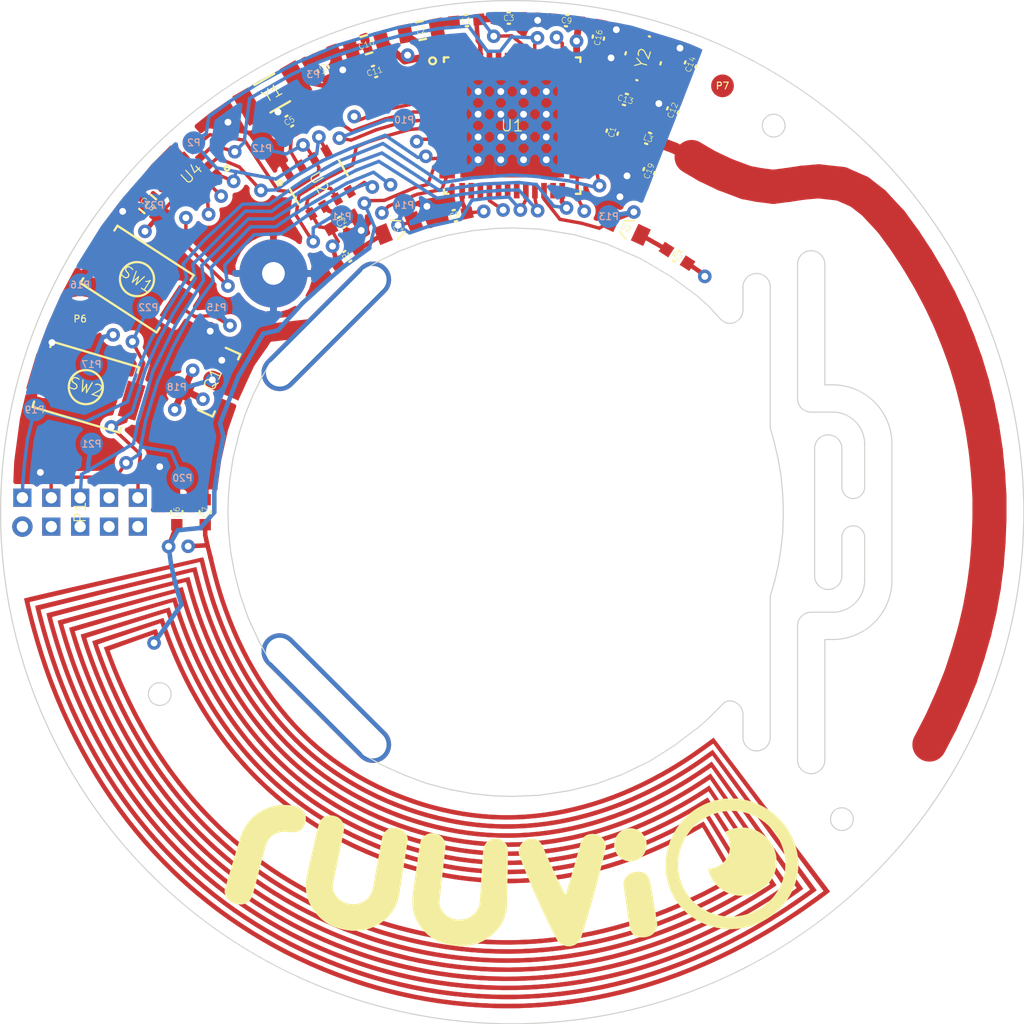
<source format=kicad_pcb>
(kicad_pcb (version 4) (host pcbnew "(2016-05-05 BZR 6775)-product")
  (layers (0 F.Cu signal) (1 In1.Cu signal hide) (2 In2.Cu signal hide) (31 B.Cu signal hide) (34 B.Paste user) (35 F.Paste user) (36 B.SilkS user) (37 F.SilkS user) (38 B.Mask user) (39 F.Mask user) (44 Edge.Cuts user))
  (net 0 "")
  (net 1 VDD)
  (net 2 GND)
  (net 3 "Net-(C3-Pad1)")
  (net 4 "Net-(C4-Pad2)")
  (net 5 "Net-(C5-Pad2)")
  (net 6 "Net-(C6-Pad2)")
  (net 7 "Net-(C7-Pad1)")
  (net 8 "Net-(C11-Pad2)")
  (net 9 "Net-(C12-Pad2)")
  (net 10 "Net-(C13-Pad2)")
  (net 11 /XC1)
  (net 12 /ANTENNA)
  (net 13 /XC2)
  (net 14 /LED1)
  (net 15 "Net-(D1-Pad2)")
  (net 16 "Net-(D2-Pad2)")
  (net 17 "Net-(L1-Pad1)")
  (net 18 "Net-(L2-Pad1)")
  (net 19 /SWDIO)
  (net 20 /SWDCLK)
  (net 21 /SWO)
  (net 22 /RESET)
  (net 23 /BUTTON1)
  (net 24 /SPI_ACC_CS)
  (net 25 /SPI_HUMI_CS)
  (net 26 /ACC_INT1)
  (net 27 /SPI_MOSI)
  (net 28 /SPI_MISO)
  (net 29 /SPI_SCK)
  (net 30 "Net-(P18-Pad1)")
  (net 31 /LED2)
  (net 32 "Net-(C1-Pad1)")
  (net 33 "Net-(P10-Pad1)")
  (net 34 "Net-(P11-Pad1)")
  (net 35 /ACC_INT2)
  (module RuuviTag:ABG-96_POS_BATT_CONTACT (layer F.Cu) (at 66.75 52.25 135)
    (fp_text reference P5 (at 0 0 135) (layer F.SilkS) (effects (font (size 0.5 0.5) (thickness 0.05))))
    (fp_text value GND)
    (pad 1 thru_hole circle (at 0 0 135) (size 3 3) (drill 1) (layers *.Cu *.Mask) (net 2 GND))
  )
  (module Ruuvi:RUUVI_LOGO_BENDED_RUUVITAG_REVB2 (layer F.Cu) (at 77.22 78.59)
    (fp_text reference G*** hide)
    (fp_text value RUUVI_LOGO_BENDED_RUUVITAG_REVB2 hide)
  )
  (module RuuviTag:NFC_RUUVITAG_REVB2 (layer F.Cu) (at 72.42 75.96 340)
    (fp_text reference P4 hide)
    (fp_text value NFC hide)
    (fp_poly (pts (xy 11.759304 -7.75829) (xy 11.762521 -7.756196) (xy 11.76911 -7.751921) (xy 11.779365 -7.745277) (xy 11.793579 -7.736072) (xy 11.812046 -7.724117) (xy 11.835062 -7.709221) (xy 11.862918 -7.691194) (xy 11.895911 -7.669846) (xy 11.934333 -7.644987) (xy 11.97848 -7.616427) (xy 12.028643 -7.583975) (xy 12.085119 -7.547441) (xy 12.148201 -7.506636) (xy 12.218182 -7.461368) (xy 12.295358 -7.411448) (xy 12.380021 -7.356686) (xy 12.472466 -7.296891) (xy 12.572988 -7.231873) (xy 12.681879 -7.161442) (xy 12.799435 -7.085408) (xy 12.925949 -7.003581) (xy 13.061715 -6.91577) (xy 13.207027 -6.821786) (xy 13.362179 -6.721437) (xy 13.527466 -6.614535) (xy 13.703181 -6.500888) (xy 13.889619 -6.380307) (xy 14.087072 -6.252601) (xy 14.295837 -6.11758) (xy 14.516205 -5.975055) (xy 14.748472 -5.824834) (xy 14.992932 -5.666728) (xy 15.249878 -5.500547) (xy 15.519605 -5.326099) (xy 15.802407 -5.143196) (xy 16.098577 -4.951647) (xy 16.40841 -4.751262) (xy 16.696267 -4.56509) (xy 16.851359 -4.464786) (xy 17.004778 -4.365569) (xy 17.155753 -4.267937) (xy 17.303513 -4.172389) (xy 17.447288 -4.079422) (xy 17.586307 -3.989536) (xy 17.719798 -3.903228) (xy 17.846992 -3.820996) (xy 17.967116 -3.74334) (xy 18.079401 -3.670756) (xy 18.183076 -3.603745) (xy 18.277369 -3.542803) (xy 18.361511 -3.488429) (xy 18.434729 -3.441122) (xy 18.496253 -3.40138) (xy 18.545313 -3.369701) (xy 18.581138 -3.346583) (xy 18.588567 -3.341793) (xy 18.648445 -3.303153) (xy 18.703874 -3.267306) (xy 18.753231 -3.235307) (xy 18.794895 -3.208212) (xy 18.827242 -3.187076) (xy 18.84865 -3.172955) (xy 18.857495 -3.166903) (xy 18.857557 -3.166851) (xy 18.855316 -3.157868) (xy 18.843962 -3.136047) (xy 18.824162 -3.102372) (xy 18.796583 -3.057827) (xy 18.761894 -3.003397) (xy 18.72076 -2.940067) (xy 18.673849 -2.868821) (xy 18.621829 -2.790644) (xy 18.565367 -2.70652) (xy 18.50513 -2.617435) (xy 18.441786 -2.524371) (xy 18.376001 -2.428315) (xy 18.308443 -2.330251) (xy 18.239779 -2.231163) (xy 18.170676 -2.132035) (xy 18.101803 -2.033854) (xy 18.033825 -1.937602) (xy 17.96741 -1.844265) (xy 17.903226 -1.754827) (xy 17.861797 -1.697566) (xy 17.468919 -1.170499) (xy 17.065134 -0.656354) (xy 16.650457 -0.155147) (xy 16.224904 0.333107) (xy 15.788488 0.808392) (xy 15.341226 1.270691) (xy 14.883132 1.71999) (xy 14.414222 2.156271) (xy 13.934511 2.57952) (xy 13.444013 2.989721) (xy 13.165666 3.212908) (xy 12.712328 3.560985) (xy 12.248267 3.897762) (xy 11.774401 4.222724) (xy 11.291652 4.535356) (xy 10.800939 4.835143) (xy 10.303183 5.121571) (xy 9.799304 5.394124) (xy 9.290221 5.652288) (xy 8.776856 5.895548) (xy 8.260127 6.12339) (xy 7.740955 6.335297) (xy 7.2644 6.514851) (xy 6.703213 6.70886) (xy 6.136136 6.887044) (xy 5.563534 7.049314) (xy 4.985771 7.195581) (xy 4.403211 7.325757) (xy 3.816219 7.439753) (xy 3.225159 7.537479) (xy 2.8575 7.589769) (xy 2.50291 7.633937) (xy 2.145039 7.672373) (xy 1.787197 7.70482) (xy 1.432694 7.731025) (xy 1.084839 7.750731) (xy 0.746944 7.763684) (xy 0.541867 7.768243) (xy 0.465805 7.769442) (xy 0.386839 7.770703) (xy 0.308788 7.771964) (xy 0.235476 7.773162) (xy 0.170722 7.774236) (xy 0.118348 7.775124) (xy 0.110067 7.775267) (xy 0.066855 7.775707) (xy 0.009525 7.77582) (xy -0.059112 7.775623) (xy -0.136246 7.775137) (xy -0.219064 7.77438) (xy -0.304756 7.773372) (xy -0.39051 7.772131) (xy -0.4191 7.771661) (xy -1.005094 7.753503) (xy -1.590559 7.719018) (xy -2.17489 7.668339) (xy -2.757482 7.601599) (xy -3.337732 7.518932) (xy -3.915035 7.420472) (xy -4.488785 7.306352) (xy -5.058379 7.176705) (xy -5.623211 7.031666) (xy -6.182677 6.871367) (xy -6.736173 6.695942) (xy -7.283094 6.505526) (xy -7.822834 6.300251) (xy -8.354791 6.080251) (xy -8.636 5.956542) (xy -9.178709 5.703557) (xy -9.713671 5.435733) (xy -10.240945 5.153027) (xy -10.760592 4.855395) (xy -11.272669 4.542794) (xy -11.777236 4.215179) (xy -12.274354 3.872506) (xy -12.76408 3.514733) (xy -13.246476 3.141815) (xy -13.721599 2.753709) (xy -14.189509 2.35037) (xy -14.650266 1.931755) (xy -15.103929 1.49782) (xy -15.550557 1.048522) (xy -15.990211 0.583816) (xy -16.129481 0.4318) (xy -16.442232 0.08031) (xy -16.752986 -0.283972) (xy -17.062312 -0.661767) (xy -17.370785 -1.053798) (xy -17.678976 -1.460787) (xy -17.987456 -1.883457) (xy -18.194694 -2.175933) (xy -18.22409 -2.21821) (xy -18.259424 -2.269536) (xy -18.299729 -2.328472) (xy -18.344039 -2.393577) (xy -18.391389 -2.46341) (xy -18.440812 -2.536531) (xy -18.491343 -2.611498) (xy -18.542014 -2.686871) (xy -18.591861 -2.76121) (xy -18.639918 -2.833074) (xy -18.685217 -2.901021) (xy -18.726793 -2.963612) (xy -18.763681 -3.019406) (xy -18.794914 -3.066962) (xy -18.819526 -3.104839) (xy -18.836551 -3.131596) (xy -18.845023 -3.145794) (xy -18.84503 -3.145808) (xy -18.845113 -3.147554) (xy -18.843675 -3.150189) (xy -18.840345 -3.153955) (xy -18.834751 -3.159097) (xy -18.82652 -3.165857) (xy -18.815282 -3.174478) (xy -18.800663 -3.185204) (xy -18.782293 -3.198277) (xy -18.759799 -3.213941) (xy -18.73281 -3.232439) (xy -18.700953 -3.254014) (xy -18.663857 -3.278909) (xy -18.62115 -3.307368) (xy -18.57246 -3.339633) (xy -18.517415 -3.375947) (xy -18.455644 -3.416554) (xy -18.386774 -3.461697) (xy -18.310434 -3.511619) (xy -18.226251 -3.566563) (xy -18.133855 -3.626772) (xy -18.032872 -3.69249) (xy -17.922932 -3.763959) (xy -17.803661 -3.841422) (xy -17.67469 -3.925124) (xy -17.535645 -4.015306) (xy -17.386154 -4.112213) (xy -17.225847 -4.216086) (xy -17.05435 -4.32717) (xy -16.871293 -4.445708) (xy -16.676303 -4.571942) (xy -16.469008 -4.706115) (xy -16.249037 -4.848472) (xy -16.016018 -4.999255) (xy -15.769578 -5.158706) (xy -15.509347 -5.32707) (xy -15.468236 -5.353667) (xy -15.249484 -5.495183) (xy -15.034286 -5.634386) (xy -14.82308 -5.770994) (xy -14.616303 -5.904723) (xy -14.414394 -6.035292) (xy -14.217789 -6.162416) (xy -14.026929 -6.285813) (xy -13.842249 -6.405201) (xy -13.664188 -6.520296) (xy -13.493184 -6.630815) (xy -13.329674 -6.736476) (xy -13.174097 -6.836996) (xy -13.026891 -6.932092) (xy -12.888493 -7.021481) (xy -12.759341 -7.10488) (xy -12.639873 -7.182007) (xy -12.530527 -7.252577) (xy -12.431741 -7.31631) (xy -12.343953 -7.372921) (xy -12.2676 -7.422128) (xy -12.203121 -7.463648) (xy -12.150953 -7.497199) (xy -12.111535 -7.522496) (xy -12.085303 -7.539258) (xy -12.072697 -7.547202) (xy -12.071585 -7.547846) (xy -12.064217 -7.541832) (xy -12.048371 -7.52233) (xy -12.024625 -7.49016) (xy -11.99356 -7.44614) (xy -11.955756 -7.391089) (xy -11.911793 -7.325827) (xy -11.872139 -7.266154) (xy -11.728741 -7.051135) (xy -11.591233 -6.849045) (xy -11.457994 -6.657634) (xy -11.327401 -6.474657) (xy -11.197831 -6.297864) (xy -11.067663 -6.12501) (xy -10.935274 -5.953846) (xy -10.817047 -5.804586) (xy -10.508987 -5.430254) (xy -10.192822 -5.066715) (xy -9.869389 -4.714802) (xy -9.539527 -4.375347) (xy -9.204071 -4.049183) (xy -8.863861 -3.737142) (xy -8.519733 -3.440058) (xy -8.172525 -3.158761) (xy -8.094133 -3.097784) (xy -7.706064 -2.807785) (xy -7.314565 -2.534312) (xy -6.919422 -2.277264) (xy -6.520421 -2.036542) (xy -6.117347 -1.812047) (xy -5.709985 -1.603678) (xy -5.298121 -1.411335) (xy -4.881539 -1.234919) (xy -4.460025 -1.074329) (xy -4.033365 -0.929467) (xy -3.601343 -0.800231) (xy -3.163744 -0.686523) (xy -2.720355 -0.588242) (xy -2.678936 -0.579906) (xy -2.21213 -0.495358) (xy -1.741723 -0.427216) (xy -1.268348 -0.375489) (xy -0.792635 -0.340188) (xy -0.315216 -0.321321) (xy 0.163276 -0.318898) (xy 0.642212 -0.33293) (xy 1.120958 -0.363426) (xy 1.598884 -0.410395) (xy 2.075357 -0.473847) (xy 2.265798 -0.503912) (xy 2.714769 -0.586117) (xy 3.157726 -0.683636) (xy 3.594891 -0.79657) (xy 4.026481 -0.925018) (xy 4.452717 -1.06908) (xy 4.873818 -1.228854) (xy 5.290003 -1.404441) (xy 5.701493 -1.59594) (xy 6.108506 -1.803451) (xy 6.511261 -2.027073) (xy 6.90998 -2.266906) (xy 7.30488 -2.523049) (xy 7.696182 -2.795602) (xy 8.084105 -3.084665) (xy 8.261646 -3.22334) (xy 8.576116 -3.480617) (xy 8.890149 -3.753451) (xy 9.202459 -4.040487) (xy 9.511761 -4.340369) (xy 9.816769 -4.651742) (xy 10.116197 -4.973252) (xy 10.408759 -5.303542) (xy 10.69317 -5.641258) (xy 10.968145 -5.985045) (xy 11.232396 -6.333546) (xy 11.300232 -6.4262) (xy 11.368349 -6.520475) (xy 11.435547 -6.614627) (xy 11.50385 -6.711548) (xy 11.575281 -6.814127) (xy 11.651868 -6.925254) (xy 11.733212 -7.044266) (xy 11.769888 -7.097611) (xy 11.803804 -7.145998) (xy 11.833736 -7.187754) (xy 11.858459 -7.221208) (xy 11.876751 -7.244686) (xy 11.887387 -7.256515) (xy 11.889339 -7.257595) (xy 11.8967 -7.252864) (xy 11.917632 -7.239133) (xy 11.951592 -7.216763) (xy 11.998038 -7.186111) (xy 12.056428 -7.147539) (xy 12.126221 -7.101405) (xy 12.206873 -7.048067) (xy 12.297843 -6.987886) (xy 12.398588 -6.921221) (xy 12.508568 -6.848431) (xy 12.627239 -6.769874) (xy 12.75406 -6.685911) (xy 12.888488 -6.596901) (xy 13.029981 -6.503203) (xy 13.177998 -6.405175) (xy 13.331996 -6.303178) (xy 13.491433 -6.197571) (xy 13.655768 -6.088713) (xy 13.824457 -5.976962) (xy 13.996959 -5.862679) (xy 14.172732 -5.746223) (xy 14.351234 -5.627952) (xy 14.531922 -5.508227) (xy 14.714256 -5.387406) (xy 14.897691 -5.265848) (xy 15.081687 -5.143913) (xy 15.265702 -5.02196) (xy 15.449193 -4.900349) (xy 15.631618 -4.779438) (xy 15.812435 -4.659587) (xy 15.991102 -4.541155) (xy 16.167077 -4.424501) (xy 16.339819 -4.309985) (xy 16.508784 -4.197965) (xy 16.67343 -4.088802) (xy 16.833217 -3.982854) (xy 16.987601 -3.88048) (xy 17.136041 -3.78204) (xy 17.277994 -3.687893) (xy 17.412918 -3.598399) (xy 17.540272 -3.513916) (xy 17.659513 -3.434803) (xy 17.770099 -3.361421) (xy 17.871488 -3.294128) (xy 17.963138 -3.233283) (xy 18.044507 -3.179246) (xy 18.115053 -3.132376) (xy 18.174234 -3.093032) (xy 18.221507 -3.061573) (xy 18.256331 -3.03836) (xy 18.278164 -3.02375) (xy 18.286462 -3.018104) (xy 18.286507 -3.018068) (xy 18.283145 -3.01017) (xy 18.270881 -2.989665) (xy 18.25056 -2.957789) (xy 18.22303 -2.915779) (xy 18.189137 -2.864873) (xy 18.14973 -2.806309) (xy 18.105653 -2.741322) (xy 18.057755 -2.67115) (xy 18.006883 -2.59703) (xy 17.953882 -2.520199) (xy 17.8996 -2.441895) (xy 17.844884 -2.363354) (xy 17.790581 -2.285814) (xy 17.737538 -2.210512) (xy 17.686601 -2.138685) (xy 17.638618 -2.071569) (xy 17.637562 -2.0701) (xy 17.253584 -1.548951) (xy 16.860808 -1.042119) (xy 16.458919 -0.549264) (xy 16.047602 -0.070046) (xy 15.626542 0.395873) (xy 15.195424 0.848832) (xy 14.753933 1.289171) (xy 14.301753 1.717228) (xy 13.838571 2.133344) (xy 13.36407 2.537856) (xy 13.335 2.561959) (xy 12.87887 2.929192) (xy 12.413338 3.283611) (xy 11.938993 3.62488) (xy 11.456423 3.95266) (xy 10.966216 4.266616) (xy 10.46896 4.56641) (xy 9.965245 4.851705) (xy 9.455659 5.122165) (xy 8.940789 5.377452) (xy 8.421225 5.61723) (xy 7.897556 5.841161) (xy 7.370368 6.048909) (xy 7.0231 6.17617) (xy 6.463639 6.366119) (xy 5.899391 6.53984) (xy 5.330496 6.697304) (xy 4.757098 6.838483) (xy 4.179339 6.963349) (xy 3.597361 7.071872) (xy 3.011307 7.164025) (xy 2.421319 7.239779) (xy 1.827538 7.299106) (xy 1.230108 7.341976) (xy 1.185333 7.344517) (xy 0.905322 7.357742) (xy 0.61248 7.367076) (xy 0.310448 7.372545) (xy 0.00287 7.37417) (xy -0.306611 7.371974) (xy -0.614351 7.365982) (xy -0.916708 7.356215) (xy -1.210039 7.342697) (xy -1.456267 7.327821) (xy -2.034496 7.280454) (xy -2.611932 7.216826) (xy -3.187781 7.137117) (xy -3.761245 7.041506) (xy -4.331528 6.930174) (xy -4.897834 6.803299) (xy -5.459367 6.661062) (xy -6.015329 6.503641) (xy -6.564925 6.331216) (xy -7.107359 6.143966) (xy -7.641833 5.942072) (xy -7.691967 5.922215) (xy -8.048994 5.775606) (xy -8.413181 5.617068) (xy -8.781393 5.448117) (xy -9.150494 5.27027) (xy -9.517351 5.085042) (xy -9.878828 4.893951) (xy -10.231791 4.698511) (xy -10.287 4.66709) (xy -10.783295 4.374609) (xy -11.271137 4.069004) (xy -11.751116 3.749839) (xy -12.223825 3.416678) (xy -12.689855 3.069082) (xy -13.149797 2.706615) (xy -13.604243 2.328839) (xy -14.053784 1.935319) (xy -14.350775 1.664259) (xy -14.785816 1.250393) (xy -15.210585 0.82544) (xy -15.625584 0.388817) (xy -16.031315 -0.060057) (xy -16.428278 -0.521766) (xy -16.816975 -0.996892) (xy -17.197907 -1.486018) (xy -17.571576 -1.989726) (xy -17.925075 -2.4892) (xy -17.995224 -2.59077) (xy -18.056109 -2.679313) (xy -18.108245 -2.755622) (xy -18.152147 -2.820492) (xy -18.18833 -2.87472) (xy -18.217311 -2.919099) (xy -18.239605 -2.954424) (xy -18.255726 -2.981491) (xy -18.266191 -3.001095) (xy -18.271516 -3.01403) (xy -18.272215 -3.021091) (xy -18.271003 -3.022661) (xy -18.264313 -3.026997) (xy -18.24656 -3.038679) (xy -18.217633 -3.05778) (xy -18.177422 -3.084375) (xy -18.125815 -3.118536) (xy -18.062701 -3.160337) (xy -17.987971 -3.209852) (xy -17.901512 -3.267154) (xy -17.803214 -3.332317) (xy -17.692967 -3.405415) (xy -17.570659 -3.48652) (xy -17.436179 -3.575706) (xy -17.289417 -3.673048) (xy -17.130262 -3.778617) (xy -16.958602 -3.892489) (xy -16.774328 -4.014737) (xy -16.577328 -4.145433) (xy -16.367491 -4.284652) (xy -16.144707 -4.432467) (xy -15.908864 -4.588952) (xy -15.659852 -4.75418) (xy -15.39756 -4.928224) (xy -15.121877 -5.111159) (xy -14.832692 -5.303058) (xy -14.529894 -5.503994) (xy -14.213373 -5.714041) (xy -13.883018 -5.933273) (xy -13.538717 -6.161762) (xy -13.37417 -6.270962) (xy -13.247373 -6.355102) (xy -13.12439 -6.436694) (xy -13.005963 -6.515246) (xy -12.892834 -6.590269) (xy -12.785743 -6.66127) (xy -12.685432 -6.72776) (xy -12.592642 -6.789246) (xy -12.508114 -6.845238) (xy -12.43259 -6.895245) (xy -12.36681 -6.938775) (xy -12.311517 -6.975338) (xy -12.267451 -7.004443) (xy -12.235353 -7.025599) (xy -12.215966 -7.038314) (xy -12.210004 -7.042133) (xy -12.202954 -7.036802) (xy -12.19047 -7.020853) (xy -12.180471 -7.005884) (xy -12.161725 -6.976983) (xy -12.134579 -6.93621) (xy -12.10039 -6.885532) (xy -12.060512 -6.826916) (xy -12.016303 -6.762331) (xy -11.969117 -6.693744) (xy -11.920311 -6.623124) (xy -11.87124 -6.552438) (xy -11.823261 -6.483654) (xy -11.777729 -6.41874) (xy -11.736001 -6.359663) (xy -11.711378 -6.325072) (xy -11.492668 -6.025242) (xy -11.271064 -5.734127) (xy -11.044037 -5.448617) (xy -10.809062 -5.165601) (xy -10.563611 -4.881971) (xy -10.307707 -4.5974) (xy -10.264792 -4.551245) (xy -10.211577 -4.495193) (xy -10.149761 -4.430952) (xy -10.081042 -4.36023) (xy -10.007118 -4.284734) (xy -9.929688 -4.206172) (xy -9.850449 -4.126253) (xy -9.771099 -4.046684) (xy -9.693337 -3.969174) (xy -9.618861 -3.89543) (xy -9.549368 -3.82716) (xy -9.486558 -3.766072) (xy -9.432128 -3.713875) (xy -9.389389 -3.673764) (xy -9.016179 -3.339376) (xy -8.636971 -3.020086) (xy -8.251983 -2.716034) (xy -7.861433 -2.42736) (xy -7.465539 -2.154204) (xy -7.06452 -1.896706) (xy -6.658592 -1.655007) (xy -6.247974 -1.429246) (xy -5.832885 -1.219563) (xy -5.413541 -1.026098) (xy -4.995843 -0.85125) (xy -4.58798 -0.696606) (xy -4.180305 -0.557287) (xy -3.770558 -0.432662) (xy -3.356478 -0.322105) (xy -2.935805 -0.224985) (xy -2.506277 -0.140675) (xy -2.331883 -0.110464) (xy -1.85834 -0.039862) (xy -1.380781 0.014698) (xy -0.900421 0.053184) (xy -0.418474 0.075563) (xy 0.063847 0.081802) (xy 0.545329 0.071868) (xy 1.024756 0.045728) (xy 1.500917 0.00335) (xy 1.5748 -0.004725) (xy 2.04305 -0.064762) (xy 2.502477 -0.139024) (xy 2.953726 -0.227698) (xy 3.397444 -0.330973) (xy 3.834276 -0.449035) (xy 4.26487 -0.582073) (xy 4.689872 -0.730273) (xy 5.109927 -0.893823) (xy 5.525683 -1.072911) (xy 5.937785 -1.267724) (xy 5.952067 -1.274788) (xy 6.372578 -1.492417) (xy 6.787687 -1.725957) (xy 7.197074 -1.975167) (xy 7.600414 -2.239804) (xy 7.997388 -2.519628) (xy 8.387671 -2.814395) (xy 8.770942 -3.123863) (xy 9.14688 -3.447792) (xy 9.515161 -3.785938) (xy 9.875464 -4.13806) (xy 10.17222 -4.445) (xy 10.533742 -4.840007) (xy 10.882614 -5.244153) (xy 11.217995 -5.656394) (xy 11.539044 -6.075686) (xy 11.84492 -6.500984) (xy 11.942132 -6.6421) (xy 11.96787 -6.679854) (xy 11.990092 -6.712416) (xy 12.007125 -6.737336) (xy 12.017293 -6.752165) (xy 12.019398 -6.755192) (xy 12.02653 -6.750874) (xy 12.046843 -6.737546) (xy 12.079534 -6.715752) (xy 12.123804 -6.686035) (xy 12.178849 -6.648938) (xy 12.243868 -6.605003) (xy 12.318061 -6.554773) (xy 12.400625 -6.498792) (xy 12.49076 -6.437602) (xy 12.587662 -6.371746) (xy 12.690532 -6.301767) (xy 12.798567 -6.228208) (xy 12.910966 -6.151612) (xy 12.981015 -6.103844) (xy 13.228604 -5.934963) (xy 13.463006 -5.775079) (xy 13.68502 -5.623645) (xy 13.895447 -5.480115) (xy 14.095088 -5.343943) (xy 14.284743 -5.214583) (xy 14.465213 -5.091489) (xy 14.637299 -4.974115) (xy 14.801801 -4.861914) (xy 14.95952 -4.754342) (xy 15.111256 -4.650851) (xy 15.25781 -4.550897) (xy 15.399983 -4.453932) (xy 15.538575 -4.35941) (xy 15.674387 -4.266787) (xy 15.808219 -4.175514) (xy 15.940873 -4.085048) (xy 16.073148 -3.994841) (xy 16.205845 -3.904347) (xy 16.339765 -3.813021) (xy 16.475709 -3.720316) (xy 16.614477 -3.625686) (xy 16.641233 -3.60744) (xy 16.761876 -3.52516) (xy 16.878724 -3.445443) (xy 16.991011 -3.368815) (xy 17.097969 -3.295801) (xy 17.198829 -3.226926) (xy 17.292824 -3.162715) (xy 17.379185 -3.103693) (xy 17.457144 -3.050384) (xy 17.525934 -3.003316) (xy 17.584787 -2.963011) (xy 17.632934 -2.929995) (xy 17.669608 -2.904793) (xy 17.69404 -2.887931) (xy 17.705463 -2.879933) (xy 17.706226 -2.879353) (xy 17.703435 -2.870696) (xy 17.691344 -2.849489) (xy 17.670709 -2.816807) (xy 17.642287 -2.773724) (xy 17.606835 -2.721313) (xy 17.565109 -2.660649) (xy 17.517867 -2.592806) (xy 17.465865 -2.518857) (xy 17.409859 -2.439877) (xy 17.350607 -2.356938) (xy 17.288866 -2.271117) (xy 17.225391 -2.183485) (xy 17.16094 -2.095118) (xy 17.09627 -2.007089) (xy 17.032136 -1.920473) (xy 17.003226 -1.881669) (xy 16.6238 -1.386626) (xy 16.233147 -0.902769) (xy 15.831659 -0.430479) (xy 15.419726 0.029863) (xy 14.997741 0.477873) (xy 14.566096 0.913171) (xy 14.125183 1.335375) (xy 13.675395 1.744102) (xy 13.217122 2.138972) (xy 12.750757 2.519602) (xy 12.276692 2.88561) (xy 11.795319 3.236615) (xy 11.628966 3.353227) (xy 11.227759 3.624283) (xy 10.816008 3.888179) (xy 10.395541 4.143942) (xy 9.968185 4.390598) (xy 9.535768 4.627174) (xy 9.100116 4.852697) (xy 8.663057 5.066193) (xy 8.226418 5.266688) (xy 7.792026 5.45321) (xy 7.374466 5.619892) (xy 6.823125 5.822523) (xy 6.267258 6.008861) (xy 5.707044 6.178879) (xy 5.142662 6.332552) (xy 4.574289 6.469855) (xy 4.002105 6.590759) (xy 3.426286 6.695241) (xy 2.847011 6.783273) (xy 2.264459 6.854829) (xy 1.678808 6.909884) (xy 1.090235 6.948412) (xy 0.498919 6.970386) (xy -0.094962 6.975781) (xy -0.69123 6.964569) (xy -1.289706 6.936726) (xy -1.528233 6.921029) (xy -2.098388 6.872064) (xy -2.669442 6.806463) (xy -3.240345 6.724409) (xy -3.810044 6.626087) (xy -4.377487 6.511681) (xy -4.941624 6.381376) (xy -5.501401 6.235354) (xy -5.596467 6.208865) (xy -6.136373 6.048717) (xy -6.669955 5.873706) (xy -7.197778 5.683588) (xy -7.720408 5.47812) (xy -8.23841 5.25706) (xy -8.752349 5.020164) (xy -9.262791 4.76719) (xy -9.770301 4.497895) (xy -10.275444 4.212036) (xy -10.358967 4.163047) (xy -10.841974 3.868884) (xy -11.320141 3.558785) (xy -11.792994 3.233175) (xy -12.26006 2.892478) (xy -12.720866 2.537119) (xy -13.17494 2.167522) (xy -13.621808 1.784112) (xy -14.060997 1.387312) (xy -14.492034 0.977549) (xy -14.914447 0.555245) (xy -15.327762 0.120827) (xy -15.731506 -0.325283) (xy -16.125207 -0.782659) (xy -16.508391 -1.250876) (xy -16.785164 -1.604433) (xy -16.847658 -1.68626) (xy -16.912654 -1.772215) (xy -16.979422 -1.86128) (xy -17.047233 -1.952434) (xy -17.115359 -2.04466) (xy -17.183069 -2.136938) (xy -17.249636 -2.22825) (xy -17.314329 -2.317578) (xy -17.37642 -2.403902) (xy -17.435179 -2.486204) (xy -17.489878 -2.563465) (xy -17.539787 -2.634665) (xy -17.584176 -2.698787) (xy -17.622318 -2.754812) (xy -17.653482 -2.801721) (xy -17.676939 -2.838495) (xy -17.691961 -2.864115) (xy -17.697818 -2.877562) (xy -17.697557 -2.879215) (xy -17.689977 -2.884539) (xy -17.66913 -2.898905) (xy -17.63574 -2.921818) (xy -17.590532 -2.952783) (xy -17.534232 -2.991305) (xy -17.467563 -3.036888) (xy -17.391252 -3.089038) (xy -17.306022 -3.147259) (xy -17.212598 -3.211057) (xy -17.111705 -3.279936) (xy -17.004069 -3.353401) (xy -16.890414 -3.430957) (xy -16.771464 -3.512108) (xy -16.647944 -3.596361) (xy -16.52058 -3.683219) (xy -16.505767 -3.69332) (xy -16.208566 -3.895983) (xy -15.899746 -4.106583) (xy -15.581669 -4.323508) (xy -15.2567 -4.545144) (xy -14.927202 -4.76988) (xy -14.59554 -4.996102) (xy -14.264077 -5.2222) (xy -13.935178 -5.446559) (xy -13.611205 -5.667569) (xy -13.294523 -5.883616) (xy -12.987496 -6.093088) (xy -12.851042 -6.186189) (xy -12.769471 -6.241793) (xy -12.69185 -6.294601) (xy -12.619333 -6.343837) (xy -12.553075 -6.388721) (xy -12.49423 -6.428473) (xy -12.443952 -6.462316) (xy -12.403395 -6.489469) (xy -12.373714 -6.509155) (xy -12.356063 -6.520594) (xy -12.351509 -6.523269) (xy -12.342154 -6.517961) (xy -12.324904 -6.499039) (xy -12.300524 -6.467443) (xy -12.269776 -6.424113) (xy -12.263967 -6.415641) (xy -11.972327 -6.001145) (xy -11.668764 -5.594337) (xy -11.354135 -5.196148) (xy -11.029297 -4.807511) (xy -10.695107 -4.429355) (xy -10.352421 -4.062612) (xy -10.002097 -3.708212) (xy -9.644991 -3.367087) (xy -9.281961 -3.040166) (xy -8.913862 -2.728382) (xy -8.741833 -2.589314) (xy -8.347568 -2.285547) (xy -7.947105 -1.997133) (xy -7.540645 -1.724184) (xy -7.128388 -1.466811) (xy -6.710534 -1.225127) (xy -6.287283 -0.999241) (xy -5.858835 -0.789267) (xy -5.42539 -0.595315) (xy -4.987147 -0.417498) (xy -4.580467 -0.268448) (xy -4.150423 -0.127507) (xy -3.712079 -0.000953) (xy -3.266224 0.111115) (xy -2.813648 0.208597) (xy -2.355139 0.291392) (xy -1.891488 0.359402) (xy -1.423483 0.412526) (xy -0.951913 0.450664) (xy -0.477569 0.473717) (xy -0.00124 0.481586) (xy 0.476286 0.474169) (xy 0.954218 0.451369) (xy 1.058333 0.444349) (xy 1.544056 0.40185) (xy 2.023562 0.343703) (xy 2.496978 0.269859) (xy 2.964432 0.180271) (xy 3.426049 0.074891) (xy 3.881958 -0.046329) (xy 4.332284 -0.183436) (xy 4.777156 -0.33648) (xy 5.2167 -0.505506) (xy 5.651042 -0.690564) (xy 6.080311 -0.8917) (xy 6.504633 -1.108964) (xy 6.924135 -1.342402) (xy 7.338944 -1.592063) (xy 7.749187 -1.857994) (xy 8.15499 -2.140244) (xy 8.402795 -2.32224) (xy 8.777709 -2.612766) (xy 9.148249 -2.918964) (xy 9.513549 -3.239942) (xy 9.872746 -3.574805) (xy 10.224976 -3.922661) (xy 10.569374 -4.282617) (xy 10.905075 -4.653778) (xy 11.231215 -5.035253) (xy 11.546931 -5.426147) (xy 11.851356 -5.825568) (xy 12.027256 -6.067573) (xy 12.155036 -6.246579) (xy 12.289935 -6.151682) (xy 12.307483 -6.139339) (xy 12.338325 -6.117648) (xy 12.381904 -6.087) (xy 12.437662 -6.047788) (xy 12.505043 -6.000402) (xy 12.58349 -5.945235) (xy 12.672444 -5.882679) (xy 12.771349 -5.813126) (xy 12.879647 -5.736968) (xy 12.996781 -5.654596) (xy 13.122194 -5.566402) (xy 13.255328 -5.472778) (xy 13.395627 -5.374117) (xy 13.542534 -5.270809) (xy 13.695489 -5.163248) (xy 13.853938 -5.051824) (xy 14.017322 -4.93693) (xy 14.185083 -4.818957) (xy 14.356666 -4.698297) (xy 14.531512 -4.575343) (xy 14.6685 -4.479012) (xy 14.845215 -4.354742) (xy 15.018966 -4.232553) (xy 15.189202 -4.112832) (xy 15.355375 -3.995966) (xy 15.516933 -3.882342) (xy 15.673328 -3.772346) (xy 15.824008 -3.666365) (xy 15.968424 -3.564787) (xy 16.106027 -3.467998) (xy 16.236265 -3.376386) (xy 16.358589 -3.290336) (xy 16.47245 -3.210236) (xy 16.577296 -3.136473) (xy 16.672579 -3.069433) (xy 16.757748 -3.009504) (xy 16.832253 -2.957072) (xy 16.895544 -2.912525) (xy 16.947071 -2.876249) (xy 16.986284 -2.848631) (xy 17.012634 -2.830057) (xy 17.024051 -2.821994) (xy 17.135935 -2.742748) (xy 17.019326 -2.579991) (xy 16.756942 -2.219546) (xy 16.495816 -1.872697) (xy 16.23354 -1.536506) (xy 15.967707 -1.208036) (xy 15.695911 -0.884352) (xy 15.415744 -0.562515) (xy 15.1248 -0.23959) (xy 14.918757 -0.017007) (xy 14.877157 0.026897) (xy 14.825031 0.080988) (xy 14.763994 0.143651) (xy 14.695664 0.21327) (xy 14.621654 0.28823) (xy 14.543582 0.366915) (xy 14.463063 0.447709) (xy 14.381713 0.528998) (xy 14.301147 0.609165) (xy 14.222982 0.686594) (xy 14.148833 0.759671) (xy 14.080316 0.826779) (xy 14.019046 0.886303) (xy 13.966641 0.936627) (xy 13.936282 0.965341) (xy 13.51821 1.348506) (xy 13.098433 1.715542) (xy 12.675914 2.067243) (xy 12.249616 2.4044) (xy 11.818501 2.727805) (xy 11.381533 3.03825) (xy 10.937674 3.336528) (xy 10.485887 3.62343) (xy 10.334648 3.715888) (xy 9.93072 3.953862) (xy 9.517848 4.184176) (xy 9.098482 4.405624) (xy 8.67507 4.616999) (xy 8.250062 4.817095) (xy 7.825907 5.004707) (xy 7.405053 5.178627) (xy 7.209366 5.25519) (xy 6.670164 5.453224) (xy 6.125351 5.63536) (xy 5.575275 5.80155) (xy 5.020283 5.951747) (xy 4.46072 6.085903) (xy 3.896934 6.203972) (xy 3.329272 6.305905) (xy 2.75808 6.391656) (xy 2.183705 6.461177) (xy 1.606493 6.51442) (xy 1.026791 6.551339) (xy 0.444947 6.571886) (xy -0.138694 6.576014) (xy -0.723785 6.563675) (xy -1.309978 6.534822) (xy -1.8542 6.493272) (xy -2.415136 6.435005) (xy -2.974606 6.360735) (xy -3.531837 6.270662) (xy -4.086054 6.164989) (xy -4.63648 6.043916) (xy -5.182342 5.907644) (xy -5.722863 5.756376) (xy -6.25727 5.590312) (xy -6.784787 5.409653) (xy -7.304639 5.214601) (xy -7.816051 5.005357) (xy -8.1534 4.857409) (xy -8.678031 4.612131) (xy -9.193849 4.353088) (xy -9.701121 4.080094) (xy -10.200113 3.792965) (xy -10.691089 3.491518) (xy -11.174316 3.175567) (xy -11.650058 2.844929) (xy -12.118582 2.49942) (xy -12.580154 2.138855) (xy -13.035037 1.76305) (xy -13.483499 1.371821) (xy -13.925805 0.964983) (xy -14.33706 0.567305) (xy -14.701713 0.198936) (xy -15.052149 -0.170132) (xy -15.39094 -0.542814) (xy -15.720657 -0.922024) (xy -16.04387 -1.310678) (xy -16.363151 -1.711691) (xy -16.477317 -1.859242) (xy -16.520906 -1.916305) (xy -16.568514 -1.979181) (xy -16.619188 -2.04657) (xy -16.671976 -2.117172) (xy -16.725926 -2.189688) (xy -16.780086 -2.262818) (xy -16.833504 -2.335262) (xy -16.885228 -2.40572) (xy -16.934305 -2.472894) (xy -16.979784 -2.535484) (xy -17.020713 -2.592189) (xy -17.056139 -2.64171) (xy -17.085111 -2.682748) (xy -17.106675 -2.714003) (xy -17.119882 -2.734175) (xy -17.123834 -2.741766) (xy -17.11727 -2.747672) (xy -17.099109 -2.76157) (xy -17.071641 -2.781769) (xy -17.03716 -2.806576) (xy -17.009534 -2.826159) (xy -16.87295 -2.922395) (xy -16.730543 -3.022701) (xy -16.582881 -3.12668) (xy -16.43053 -3.233932) (xy -16.274059 -3.34406) (xy -16.114034 -3.456664) (xy -15.951022 -3.571347) (xy -15.785592 -3.68771) (xy -15.61831 -3.805354) (xy -15.449743 -3.923881) (xy -15.28046 -4.042894) (xy -15.111027 -4.161992) (xy -14.942012 -4.280779) (xy -14.773982 -4.398855) (xy -14.607504 -4.515823) (xy -14.443146 -4.631283) (xy -14.281475 -4.744838) (xy -14.123059 -4.856089) (xy -13.968464 -4.964637) (xy -13.818259 -5.070084) (xy -13.673009 -5.172033) (xy -13.533284 -5.270083) (xy -13.39965 -5.363838) (xy -13.272674 -5.452898) (xy -13.152924 -5.536866) (xy -13.040967 -5.615342) (xy -12.937371 -5.687929) (xy -12.842702 -5.754227) (xy -12.757529 -5.813839) (xy -12.682418 -5.866367) (xy -12.617936 -5.911411) (xy -12.564652 -5.948574) (xy -12.523133 -5.977456) (xy -12.493945 -5.99766) (xy -12.477657 -6.008788) (xy -12.47424 -6.010967) (xy -12.46739 -6.004242) (xy -12.452525 -5.985735) (xy -12.431265 -5.957593) (xy -12.405228 -5.921961) (xy -12.376032 -5.880983) (xy -12.374033 -5.878144) (xy -12.138763 -5.552931) (xy -11.889023 -5.225561) (xy -11.626721 -4.898189) (xy -11.353761 -4.572972) (xy -11.072051 -4.252066) (xy -10.783495 -3.937628) (xy -10.49 -3.631813) (xy -10.193472 -3.336778) (xy -9.895816 -3.054679) (xy -9.804277 -2.970796) (xy -9.426734 -2.637976) (xy -9.041875 -2.319057) (xy -8.650137 -2.014321) (xy -8.251959 -1.724046) (xy -7.847779 -1.448511) (xy -7.438034 -1.187997) (xy -7.023162 -0.942783) (xy -6.603602 -0.713148) (xy -6.179792 -0.499371) (xy -5.752169 -0.301732) (xy -5.364415 -0.137889) (xy -4.928768 0.029761) (xy -4.490196 0.181875) (xy -4.047858 0.31865) (xy -3.600914 0.440288) (xy -3.148522 0.546987) (xy -2.689841 0.638947) (xy -2.224031 0.716367) (xy -1.75025 0.779448) (xy -1.303867 0.82523) (xy -1.063701 0.844442) (xy -0.826156 0.859292) (xy -0.587412 0.869913) (xy -0.343649 0.876441) (xy -0.091049 0.879011) (xy 0.174209 0.87776) (xy 0.1778 0.877718) (xy 0.29305 0.876275) (xy 0.394179 0.874735) (xy 0.483996 0.872996) (xy 0.565314 0.870956) (xy 0.640943 0.868512) (xy 0.713695 0.865562) (xy 0.78638 0.862003) (xy 0.861811 0.857735) (xy 0.942798 0.852653) (xy 1.032153 0.846657) (xy 1.032933 0.846603) (xy 1.528842 0.804509) (xy 2.018271 0.746781) (xy 2.501356 0.673374) (xy 2.978235 0.584242) (xy 3.449044 0.479338) (xy 3.913919 0.358616) (xy 4.372998 0.222031) (xy 4.826416 0.069536) (xy 5.274312 -0.098914) (xy 5.716821 -0.283367) (xy 6.15408 -0.483868) (xy 6.586225 -0.700463) (xy 7.013394 -0.933198) (xy 7.435723 -1.18212) (xy 7.853349 -1.447274) (xy 7.874 -1.460887) (xy 8.174535 -1.66487) (xy 8.477573 -1.881323) (xy 8.778973 -2.107138) (xy 9.074596 -2.339208) (xy 9.360302 -2.574427) (xy 9.381066 -2.591983) (xy 9.711776 -2.880386) (xy 10.041101 -3.183886) (xy 10.367337 -3.500651) (xy 10.688777 -3.828848) (xy 11.003718 -4.166644) (xy 11.310454 -4.512207) (xy 11.607278 -4.863702) (xy 11.892487 -5.219298) (xy 12.164375 -5.577163) (xy 12.186523 -5.607227) (xy 12.278412 -5.732268) (xy 12.317756 -5.703979) (xy 12.345139 -5.684232) (xy 12.384599 -5.655689) (xy 12.435498 -5.618815) (xy 12.497196 -5.574073) (xy 12.569056 -5.521929) (xy 12.650439 -5.462848) (xy 12.740707 -5.397292) (xy 12.83922 -5.325729) (xy 12.945341 -5.248621) (xy 13.058431 -5.166433) (xy 13.177851 -5.07963) (xy 13.302964 -4.988677) (xy 13.43313 -4.894038) (xy 13.567712 -4.796178) (xy 13.70607 -4.695561) (xy 13.847566 -4.592651) (xy 13.991563 -4.487914) (xy 14.13742 -4.381814) (xy 14.2845 -4.274816) (xy 14.432165 -4.167383) (xy 14.579775 -4.059981) (xy 14.726693 -3.953074) (xy 14.87228 -3.847127) (xy 15.015897 -3.742604) (xy 15.156906 -3.63997) (xy 15.294668 -3.53969) (xy 15.428546 -3.442227) (xy 15.5579 -3.348047) (xy 15.682092 -3.257614) (xy 15.800484 -3.171393) (xy 15.912437 -3.089848) (xy 16.017312 -3.013444) (xy 16.114472 -2.942645) (xy 16.203277 -2.877916) (xy 16.283089 -2.819722) (xy 16.353271 -2.768526) (xy 16.413182 -2.724795) (xy 16.462185 -2.688991) (xy 16.499642 -2.66158) (xy 16.524913 -2.643027) (xy 16.537361 -2.633795) (xy 16.538587 -2.632837) (xy 16.542782 -2.6281) (xy 16.544634 -2.622403) (xy 16.543184 -2.614203) (xy 16.537475 -2.601959) (xy 16.526549 -2.584127) (xy 16.50945 -2.559164) (xy 16.48522 -2.525528) (xy 16.452902 -2.481676) (xy 16.411539 -2.426066) (xy 16.403983 -2.415928) (xy 16.140831 -2.068547) (xy 15.879465 -1.735049) (xy 15.617764 -1.41284) (xy 15.353607 -1.099326) (xy 15.084872 -0.791915) (xy 14.97835 -0.6731) (xy 14.802568 -0.481121) (xy 14.616564 -0.283087) (xy 14.422894 -0.081552) (xy 14.224116 0.120926) (xy 14.022784 0.321793) (xy 13.821456 0.518493) (xy 13.622687 0.70847) (xy 13.429034 0.889168) (xy 13.279966 1.02492) (xy 12.830078 1.418911) (xy 12.373158 1.797515) (xy 11.909118 2.160788) (xy 11.437868 2.508789) (xy 10.959319 2.841575) (xy 10.473382 3.159203) (xy 9.979966 3.461732) (xy 9.478983 3.749218) (xy 8.970344 4.02172) (xy 8.453958 4.279294) (xy 7.929737 4.521998) (xy 7.675033 4.633347) (xy 7.173519 4.839448) (xy 6.663208 5.031422) (xy 6.144887 5.209104) (xy 5.619341 5.372327) (xy 5.087357 5.520928) (xy 4.549719 5.65474) (xy 4.007215 5.773598) (xy 3.460629 5.877336) (xy 2.910748 5.965789) (xy 2.358358 6.038791) (xy 1.804244 6.096177) (xy 1.249192 6.137782) (xy 0.693988 6.163439) (xy 0.372533 6.170944) (xy -0.006294 6.173854) (xy -0.37231 6.170975) (xy -0.728663 6.162168) (xy -1.078507 6.147293) (xy -1.424991 6.126211) (xy -1.771266 6.098782) (xy -2.120484 6.064866) (xy -2.188634 6.057546) (xy -2.740139 5.98944) (xy -3.289654 5.905704) (xy -3.836309 5.806565) (xy -4.379233 5.692254) (xy -4.917556 5.562999) (xy -5.450408 5.419029) (xy -5.976918 5.260574) (xy -6.496217 5.087862) (xy -7.007434 4.901123) (xy -7.5097 4.700586) (xy -7.778141 4.586095) (xy -7.945926 4.511654) (xy -8.122452 4.43104) (xy -8.30456 4.345796) (xy -8.489093 4.257462) (xy -8.672893 4.167579) (xy -8.852804 4.077687) (xy -9.025666 3.989329) (xy -9.188324 3.904043) (xy -9.3091 3.838998) (xy -9.757255 3.587457) (xy -10.194801 3.327799) (xy -10.623051 3.059073) (xy -11.04332 2.78033) (xy -11.456919 2.49062) (xy -11.865162 2.188992) (xy -12.269363 1.874495) (xy -12.670835 1.546181) (xy -13.07089 1.203098) (xy -13.470842 0.844297) (xy -13.554843 0.766954) (xy -13.604647 0.720262) (xy -13.664676 0.662922) (xy -13.733395 0.596471) (xy -13.809267 0.522442) (xy -13.890758 0.442372) (xy -13.976332 0.357796) (xy -14.064452 0.27025) (xy -14.153584 0.181267) (xy -14.242191 0.092384) (xy -14.328738 0.005136) (xy -14.41169 -0.078941) (xy -14.489509 -0.158313) (xy -14.560662 -0.231444) (xy -14.623611 -0.2968) (xy -14.676822 -0.352843) (xy -14.703101 -0.381) (xy -14.973532 -0.67729) (xy -15.231725 -0.968646) (xy -15.48031 -1.258241) (xy -15.721914 -1.549249) (xy -15.959167 -1.844844) (xy -16.194698 -2.148198) (xy -16.431135 -2.462485) (xy -16.462455 -2.504824) (xy -16.493616 -2.547478) (xy -16.515509 -2.578765) (xy -16.529283 -2.600672) (xy -16.536085 -2.615184) (xy -16.537061 -2.624287) (xy -16.53429 -2.629139) (xy -16.524922 -2.636591) (xy -16.502633 -2.653379) (xy -16.468083 -2.679024) (xy -16.421931 -2.713048) (xy -16.364838 -2.754972) (xy -16.297464 -2.804317) (xy -16.220469 -2.860606) (xy -16.134512 -2.923359) (xy -16.040254 -2.992097) (xy -15.938355 -3.066343) (xy -15.829475 -3.145618) (xy -15.714274 -3.229443) (xy -15.593412 -3.317339) (xy -15.467549 -3.408829) (xy -15.337345 -3.503433) (xy -15.203461 -3.600673) (xy -15.066555 -3.700071) (xy -14.927288 -3.801147) (xy -14.786321 -3.903424) (xy -14.644313 -4.006423) (xy -14.501924 -4.109665) (xy -14.359815 -4.212672) (xy -14.218645 -4.314965) (xy -14.079074 -4.416065) (xy -13.941763 -4.515495) (xy -13.807371 -4.612775) (xy -13.676559 -4.707427) (xy -13.549986 -4.798973) (xy -13.428313 -4.886933) (xy -13.312199 -4.97083) (xy -13.202306 -5.050184) (xy -13.099291 -5.124518) (xy -13.003817 -5.193352) (xy -12.916542 -5.256209) (xy -12.838127 -5.312609) (xy -12.769232 -5.362074) (xy -12.710517 -5.404126) (xy -12.662641 -5.438286) (xy -12.626266 -5.464075) (xy -12.60205 -5.481015) (xy -12.590655 -5.488627) (xy -12.589822 -5.489013) (xy -12.583101 -5.480359) (xy -12.567989 -5.460246) (xy -12.546117 -5.430867) (xy -12.519116 -5.394411) (xy -12.488616 -5.353072) (xy -12.483924 -5.3467) (xy -12.212728 -4.988475) (xy -11.928746 -4.633002) (xy -11.633404 -4.281761) (xy -11.328129 -3.936233) (xy -11.014347 -3.597898) (xy -10.693483 -3.268238) (xy -10.366965 -2.948734) (xy -10.036217 -2.640865) (xy -9.702667 -2.346113) (xy -9.367741 -2.065958) (xy -9.179163 -1.915255) (xy -8.770325 -1.603889) (xy -8.357318 -1.308891) (xy -7.939975 -1.030177) (xy -7.518129 -0.767663) (xy -7.091615 -0.521263) (xy -6.660265 -0.290893) (xy -6.223913 -0.076467) (xy -5.782391 0.122098) (xy -5.335534 0.304888) (xy -4.883175 0.471987) (xy -4.425146 0.62348) (xy -3.961281 0.759453) (xy -3.8735 0.783265) (xy -3.413699 0.89797) (xy -2.946547 0.997872) (xy -2.473058 1.082889) (xy -1.994245 1.152941) (xy -1.511123 1.207948) (xy -1.024703 1.247829) (xy -0.536001 1.272503) (xy -0.04603 1.28189) (xy 0.444196 1.27591) (xy 0.933665 1.254481) (xy 1.421362 1.217524) (xy 1.4986 1.210219) (xy 1.99531 1.153885) (xy 2.485584 1.082018) (xy 2.969565 0.99456) (xy 3.4474 0.891455) (xy 3.919233 0.772647) (xy 4.385208 0.638079) (xy 4.845471 0.487694) (xy 5.300166 0.321436) (xy 5.749439 0.139247) (xy 6.193433 -0.058928) (xy 6.632295 -0.273146) (xy 7.066169 -0.503463) (xy 7.495199 -0.749937) (xy 7.919531 -1.012624) (xy 8.339309 -1.291581) (xy 8.754679 -1.586863) (xy 8.863062 -1.667132) (xy 9.230955 -1.950819) (xy 9.59623 -2.250217) (xy 9.957722 -2.564169) (xy 10.314268 -2.891516) (xy 10.664704 -3.231099) (xy 11.007868 -3.58176) (xy 11.342595 -3.942341) (xy 11.667723 -4.311682) (xy 11.982088 -4.688625) (xy 12.284527 -5.072013) (xy 12.292404 -5.082295) (xy 12.322952 -5.121693) (xy 12.35028 -5.155973) (xy 12.372643 -5.183024) (xy 12.388297 -5.200737) (xy 12.395468 -5.207) (xy 12.402976 -5.20199) (xy 12.42326 -5.18733) (xy 12.455583 -5.163572) (xy 12.499206 -5.131267) (xy 12.553391 -5.090968) (xy 12.6174 -5.043227) (xy 12.690496 -4.988597) (xy 12.77194 -4.927629) (xy 12.860994 -4.860876) (xy 12.95692 -4.78889) (xy 13.058981 -4.712224) (xy 13.166437 -4.631428) (xy 13.278552 -4.547057) (xy 13.394586 -4.459661) (xy 13.438422 -4.426626) (xy 13.571954 -4.325978) (xy 13.711966 -4.220446) (xy 13.856815 -4.111267) (xy 14.004856 -3.999682) (xy 14.154447 -3.886929) (xy 14.303941 -3.774248) (xy 14.451697 -3.662877) (xy 14.596068 -3.554057) (xy 14.735412 -3.449026) (xy 14.868084 -3.349023) (xy 14.992441 -3.255288) (xy 15.106838 -3.16906) (xy 15.20963 -3.091578) (xy 15.225545 -3.079582) (xy 15.977323 -2.512913) (xy 15.954228 -2.482006) (xy 15.864886 -2.364011) (xy 15.765864 -2.236057) (xy 15.65909 -2.100515) (xy 15.546494 -1.959753) (xy 15.430005 -1.816142) (xy 15.311552 -1.67205) (xy 15.193063 -1.529847) (xy 15.076468 -1.391903) (xy 14.963695 -1.260588) (xy 14.905532 -1.1938) (xy 14.806397 -1.081126) (xy 14.711992 -0.975057) (xy 14.620481 -0.873647) (xy 14.530031 -0.774947) (xy 14.438808 -0.677008) (xy 14.344976 -0.577882) (xy 14.246703 -0.475622) (xy 14.142154 -0.368278) (xy 14.029495 -0.253903) (xy 13.90689 -0.130549) (xy 13.864676 -0.08828) (xy 13.689417 0.085836) (xy 13.522722 0.248882) (xy 13.362397 0.402866) (xy 13.206247 0.549794) (xy 13.052079 0.691673) (xy 12.897698 0.830511) (xy 12.740911 0.968314) (xy 12.579523 1.107089) (xy 12.41134 1.248844) (xy 12.319 1.325619) (xy 11.87404 1.683401) (xy 11.419544 2.028031) (xy 10.956099 2.359149) (xy 10.484293 2.676394) (xy 10.004717 2.979407) (xy 9.517956 3.267827) (xy 9.024602 3.541294) (xy 8.52524 3.799449) (xy 8.020461 4.04193) (xy 7.510852 4.268378) (xy 7.509933 4.26877) (xy 6.998235 4.477821) (xy 6.479318 4.671655) (xy 5.953585 4.850179) (xy 5.421438 5.013297) (xy 4.883277 5.160915) (xy 4.339506 5.292938) (xy 3.790526 5.409273) (xy 3.236738 5.509824) (xy 2.678545 5.594497) (xy 2.116349 5.663197) (xy 1.550551 5.71583) (xy 1.274233 5.73559) (xy 1.171246 5.742098) (xy 1.076511 5.74775) (xy 0.987892 5.752605) (xy 0.903253 5.756719) (xy 0.820458 5.760151) (xy 0.73737 5.762958) (xy 0.651854 5.765197) (xy 0.561772 5.766927) (xy 0.46499 5.768204) (xy 0.359371 5.769087) (xy 0.242778 5.769633) (xy 0.113075 5.769899) (xy 0 5.76995) (xy -0.140144 5.769852) (xy -0.265522 5.769538) (xy -0.378299 5.768945) (xy -0.480641 5.768011) (xy -0.574716 5.766671) (xy -0.662688 5.764865) (xy -0.746724 5.762528) (xy -0.82899 5.759598) (xy -0.911652 5.756011) (xy -0.996876 5.751706) (xy -1.086829 5.74662) (xy -1.183675 5.740689) (xy -1.289582 5.73385) (xy -1.325033 5.731507) (xy -1.884225 5.686241) (xy -2.441167 5.624911) (xy -2.99525 5.547661) (xy -3.545864 5.454636) (xy -4.092397 5.345981) (xy -4.634239 5.221841) (xy -5.17078 5.082361) (xy -5.70141 4.927686) (xy -6.225517 4.75796) (xy -6.742491 4.57333) (xy -7.251722 4.373938) (xy -7.523761 4.259971) (xy -8.040758 4.029123) (xy -8.551658 3.782553) (xy -9.056138 3.520457) (xy -9.553874 3.243034) (xy -10.044544 2.950479) (xy -10.527823 2.642989) (xy -11.003388 2.320762) (xy -11.470916 1.983994) (xy -11.930083 1.632882) (xy -12.213167 1.405838) (xy -12.665509 1.025835) (xy -13.11006 0.631215) (xy -13.546054 0.222769) (xy -13.972724 -0.198713) (xy -14.389305 -0.632441) (xy -14.795032 -1.077624) (xy -15.189138 -1.533472) (xy -15.570858 -1.999195) (xy -15.818528 -2.315355) (xy -15.863452 -2.374099) (xy -15.898608 -2.420903) (xy -15.924845 -2.457019) (xy -15.943015 -2.483697) (xy -15.953968 -2.502187) (xy -15.958554 -2.513739) (xy -15.957625 -2.519604) (xy -15.957526 -2.519701) (xy -15.949722 -2.525791) (xy -15.92916 -2.541483) (xy -15.896552 -2.566239) (xy -15.852611 -2.599522) (xy -15.79805 -2.640794) (xy -15.733582 -2.689519) (xy -15.659919 -2.74516) (xy -15.577775 -2.807179) (xy -15.487862 -2.875039) (xy -15.390894 -2.948204) (xy -15.287582 -3.026136) (xy -15.178641 -3.108299) (xy -15.064783 -3.194154) (xy -14.94672 -3.283166) (xy -14.825166 -3.374796) (xy -14.700833 -3.468508) (xy -14.574435 -3.563765) (xy -14.446684 -3.66003) (xy -14.318293 -3.756765) (xy -14.189975 -3.853434) (xy -14.062443 -3.9495) (xy -13.93641 -4.044424) (xy -13.812588 -4.137671) (xy -13.691691 -4.228703) (xy -13.574431 -4.316984) (xy -13.461521 -4.401975) (xy -13.353675 -4.48314) (xy -13.251604 -4.559943) (xy -13.156022 -4.631845) (xy -13.067642 -4.698309) (xy -12.987176 -4.7588) (xy -12.915338 -4.812779) (xy -12.85284 -4.859709) (xy -12.800395 -4.899054) (xy -12.758716 -4.930276) (xy -12.728517 -4.952838) (xy -12.710509 -4.966204) (xy -12.705316 -4.969933) (xy -12.699428 -4.963563) (xy -12.685157 -4.94599) (xy -12.664329 -4.919523) (xy -12.638771 -4.886469) (xy -12.62328 -4.866216) (xy -12.34754 -4.514062) (xy -12.05836 -4.163362) (xy -11.75766 -3.816151) (xy -11.447358 -3.474468) (xy -11.129376 -3.14035) (xy -10.805632 -2.815833) (xy -10.478048 -2.502955) (xy -10.148541 -2.203754) (xy -9.956982 -2.03701) (xy -9.562096 -1.708991) (xy -9.160104 -1.395195) (xy -8.751389 -1.095837) (xy -8.336337 -0.811135) (xy -7.915331 -0.541306) (xy -7.488753 -0.286566) (xy -7.05699 -0.047132) (xy -6.620424 0.17678) (xy -6.179438 0.384951) (xy -5.734418 0.577167) (xy -5.285746 0.753209) (xy -4.833807 0.912862) (xy -4.5974 0.989406) (xy -4.122529 1.129572) (xy -3.641835 1.254042) (xy -3.155953 1.362771) (xy -2.665516 1.455719) (xy -2.171159 1.532842) (xy -1.673515 1.594097) (xy -1.173219 1.639441) (xy -0.670904 1.668833) (xy -0.167205 1.682229) (xy 0.337245 1.679587) (xy 0.841811 1.660864) (xy 1.34586 1.626017) (xy 1.848757 1.575004) (xy 2.349869 1.507781) (xy 2.573867 1.472356) (xy 3.062434 1.383373) (xy 3.543158 1.279536) (xy 4.016628 1.160672) (xy 4.483437 1.026607) (xy 4.944176 0.87717) (xy 5.399438 0.712187) (xy 5.849812 0.531487) (xy 5.960533 0.484343) (xy 6.41101 0.281182) (xy 6.856303 0.062013) (xy 7.296159 -0.172969) (xy 7.730329 -0.423574) (xy 8.15856 -0.68961) (xy 8.580603 -0.970883) (xy 8.996206 -1.267202) (xy 9.405119 -1.578375) (xy 9.80709 -1.90421) (xy 10.201868 -2.244515) (xy 10.589203 -2.599097) (xy 10.968843 -2.967764) (xy 11.340538 -3.350325) (xy 11.704037 -3.746588) (xy 12.059088 -4.15636) (xy 12.123577 -4.233333) (xy 12.161841 -4.279437) (xy 12.203829 -4.330362) (xy 12.248003 -4.384211) (xy 12.292823 -4.439084) (xy 12.336748 -4.493083) (xy 12.378239 -4.544309) (xy 12.415755 -4.590863) (xy 12.447757 -4.630846) (xy 12.472705 -4.66236) (xy 12.489059 -4.683505) (xy 12.49298 -4.688818) (xy 12.49964 -4.683857) (xy 12.518894 -4.669032) (xy 12.550007 -4.64492) (xy 12.59224 -4.612097) (xy 12.644858 -4.57114) (xy 12.707122 -4.522625) (xy 12.778295 -4.467128) (xy 12.857641 -4.405226) (xy 12.944423 -4.337494) (xy 13.037903 -4.26451) (xy 13.137344 -4.18685) (xy 13.242009 -4.10509) (xy 13.351161 -4.019806) (xy 13.464063 -3.931575) (xy 13.579978 -3.840973) (xy 13.698169 -3.748576) (xy 13.817898 -3.654961) (xy 13.938429 -3.560705) (xy 14.059024 -3.466382) (xy 14.178947 -3.372571) (xy 14.297459 -3.279847) (xy 14.413825 -3.188786) (xy 14.527307 -3.099966) (xy 14.637168 -3.013961) (xy 14.742671 -2.93135) (xy 14.843078 -2.852707) (xy 14.937653 -2.778609) (xy 15.025659 -2.709634) (xy 15.106358 -2.646356) (xy 15.179014 -2.589353) (xy 15.242888 -2.5392) (xy 15.297245 -2.496474) (xy 15.341347 -2.461752) (xy 15.360134 -2.446931) (xy 15.399835 -2.415582) (xy 15.255076 -2.234374) (xy 14.881405 -1.778914) (xy 14.49693 -1.334407) (xy 14.102186 -0.901349) (xy 13.697707 -0.480235) (xy 13.284027 -0.071561) (xy 12.86168 0.324178) (xy 12.431202 0.706486) (xy 11.993125 1.074868) (xy 11.547984 1.428827) (xy 11.096314 1.767868) (xy 10.638648 2.091496) (xy 10.4648 2.209309) (xy 9.986962 2.519548) (xy 9.504076 2.813632) (xy 9.016032 3.091602) (xy 8.522718 3.353501) (xy 8.024023 3.599372) (xy 7.519837 3.829256) (xy 7.010049 4.043196) (xy 6.494546 4.241233) (xy 5.97322 4.423411) (xy 5.445957 4.589771) (xy 4.912648 4.740355) (xy 4.373181 4.875207) (xy 3.827446 4.994367) (xy 3.275331 5.097879) (xy 2.716725 5.185784) (xy 2.599267 5.202172) (xy 2.23628 5.247808) (xy 1.862293 5.287103) (xy 1.475964 5.320176) (xy 1.07595 5.347148) (xy 0.817033 5.361026) (xy 0.755869 5.363444) (xy 0.679916 5.36555) (xy 0.591235 5.367344) (xy 0.491887 5.368825) (xy 0.383932 5.369993) (xy 0.26943 5.370848) (xy 0.150442 5.371389) (xy 0.029028 5.371618) (xy -0.092751 5.371532) (xy -0.212836 5.371133) (xy -0.329165 5.37042) (xy -0.439678 5.369393) (xy -0.542315 5.368052) (xy -0.635016 5.366397) (xy -0.715719 5.364427) (xy -0.782365 5.362142) (xy -0.804333 5.361155) (xy -1.139291 5.342726) (xy -1.460151 5.320853) (xy -1.769444 5.295295) (xy -2.069702 5.265812) (xy -2.363454 5.232163) (xy -2.65323 5.194108) (xy -2.827867 5.168816) (xy -3.384049 5.077424) (xy -3.932422 4.971083) (xy -4.473379 4.849661) (xy -5.007309 4.713025) (xy -5.534605 4.561041) (xy -6.055657 4.393577) (xy -6.570858 4.2105) (xy -7.080597 4.011677) (xy -7.585267 3.796974) (xy -8.085259 3.56626) (xy -8.580964 3.319401) (xy -9.072773 3.056264) (xy -9.114367 3.033167) (xy -9.596572 2.755091) (xy -10.072888 2.461288) (xy -10.543007 2.152015) (xy -11.006622 1.827532) (xy -11.463426 1.488098) (xy -11.913111 1.133971) (xy -12.35537 0.765411) (xy -12.789895 0.382676) (xy -13.216379 -0.013975) (xy -13.634515 -0.424283) (xy -14.043995 -0.847989) (xy -14.444512 -1.284835) (xy -14.835758 -1.73456) (xy -14.980544 -1.907103) (xy -15.016469 -1.950558) (xy -15.056319 -1.999135) (xy -15.098815 -2.051241) (xy -15.142678 -2.105283) (xy -15.186631 -2.159666) (xy -15.229393 -2.212797) (xy -15.269688 -2.263083) (xy -15.306236 -2.30893) (xy -15.337759 -2.348745) (xy -15.362978 -2.380934) (xy -15.380616 -2.403903) (xy -15.389392 -2.41606) (xy -15.390113 -2.417577) (xy -15.381229 -2.424405) (xy -15.359878 -2.441008) (xy -15.326849 -2.466767) (xy -15.282934 -2.501062) (xy -15.228921 -2.543276) (xy -15.165602 -2.592789) (xy -15.093766 -2.648981) (xy -15.014203 -2.711235) (xy -14.927705 -2.77893) (xy -14.83506 -2.851448) (xy -14.737059 -2.92817) (xy -14.634493 -3.008477) (xy -14.528151 -3.091749) (xy -14.418823 -3.177369) (xy -14.3073 -3.264716) (xy -14.194372 -3.353172) (xy -14.080829 -3.442118) (xy -13.967462 -3.530935) (xy -13.855059 -3.619004) (xy -13.744413 -3.705705) (xy -13.636311 -3.790421) (xy -13.531546 -3.872531) (xy -13.430907 -3.951416) (xy -13.335184 -4.026459) (xy -13.245167 -4.097039) (xy -13.161646 -4.162538) (xy -13.085413 -4.222337) (xy -13.017256 -4.275817) (xy -12.957966 -4.322358) (xy -12.908333 -4.361342) (xy -12.869148 -4.39215) (xy -12.8412 -4.414163) (xy -12.825279 -4.426761) (xy -12.821752 -4.429611) (xy -12.803803 -4.445882) (xy -12.74156 -4.367124) (xy -12.507489 -4.077544) (xy -12.262043 -3.786472) (xy -12.007308 -3.496116) (xy -11.745373 -3.208683) (xy -11.478324 -2.926382) (xy -11.208249 -2.651421) (xy -10.937236 -2.386007) (xy -10.66737 -2.132349) (xy -10.409555 -1.900397) (xy -10.001834 -1.552396) (xy -9.588363 -1.220185) (xy -9.169192 -0.903792) (xy -8.744369 -0.603244) (xy -8.313945 -0.31857) (xy -7.877968 -0.049798) (xy -7.436488 0.203045) (xy -6.989555 0.43993) (xy -6.537218 0.660829) (xy -6.079525 0.865715) (xy -5.616528 1.054559) (xy -5.148274 1.227333) (xy -4.674814 1.38401) (xy -4.550834 1.422116) (xy -4.073352 1.557833) (xy -3.589467 1.678116) (xy -3.099874 1.782905) (xy -2.605268 1.87214) (xy -2.106345 1.945761) (xy -1.603799 2.003708) (xy -1.098325 2.045921) (xy -0.590619 2.072339) (xy -0.081376 2.082903) (xy 0.428709 2.077552) (xy 0.938941 2.056227) (xy 1.448624 2.018866) (xy 1.862667 1.97657) (xy 2.370996 1.909763) (xy 2.873328 1.827155) (xy 3.369721 1.728723) (xy 3.860237 1.614442) (xy 4.344935 1.48429) (xy 4.823876 1.338243) (xy 5.297122 1.176278) (xy 5.76473 0.998371) (xy 6.226764 0.804499) (xy 6.683282 0.594639) (xy 7.134345 0.368767) (xy 7.580013 0.12686) (xy 8.020347 -0.131106) (xy 8.455408 -0.405154) (xy 8.885255 -0.695307) (xy 9.036616 -0.802195) (xy 9.36935 -1.045706) (xy 9.691948 -1.293786) (xy 10.006851 -1.548498) (xy 10.316497 -1.811906) (xy 10.623328 -2.086071) (xy 10.929781 -2.373059) (xy 11.166403 -2.603458) (xy 11.376357 -2.813724) (xy 11.575098 -3.018133) (xy 11.76566 -3.21998) (xy 11.951079 -3.42256) (xy 12.134388 -3.629167) (xy 12.318622 -3.843097) (xy 12.431789 -3.977441) (xy 12.475889 -4.029608) (xy 12.514432 -4.074007) (xy 12.546372 -4.109498) (xy 12.570661 -4.13494) (xy 12.586252 -4.149192) (xy 12.591725 -4.151793) (xy 12.602076 -4.144103) (xy 12.624472 -4.126497) (xy 12.658088 -4.099649) (xy 12.702102 -4.064233) (xy 12.755688 -4.020924) (xy 12.818024 -3.970397) (xy 12.888286 -3.913327) (xy 12.965649 -3.850388) (xy 13.049291 -3.782255) (xy 13.138387 -3.709603) (xy 13.232113 -3.633107) (xy 13.329646 -3.553441) (xy 13.430162 -3.47128) (xy 13.532837 -3.387299) (xy 13.636848 -3.302172) (xy 13.74137 -3.216575) (xy 13.845581 -3.131182) (xy 13.948655 -3.046667) (xy 14.04977 -2.963706) (xy 14.148101 -2.882973) (xy 14.242825 -2.805142) (xy 14.333118 -2.73089) (xy 14.418157 -2.66089) (xy 14.497117 -2.595817) (xy 14.569174 -2.536345) (xy 14.633506 -2.483151) (xy 14.689288 -2.436907) (xy 14.735696 -2.39829) (xy 14.771906 -2.367973) (xy 14.797096 -2.346632) (xy 14.810441 -2.334941) (xy 14.812433 -2.332865) (xy 14.806998 -2.322705) (xy 14.791355 -2.301015) (xy 14.766494 -2.268965) (xy 14.733407 -2.227727) (xy 14.693086 -2.17847) (xy 14.646523 -2.122365) (xy 14.594708 -2.060582) (xy 14.538634 -1.994291) (xy 14.479291 -1.924663) (xy 14.417673 -1.852868) (xy 14.354769 -1.780076) (xy 14.291571 -1.707458) (xy 14.229072 -1.636185) (xy 14.168262 -1.567425) (xy 14.110134 -1.502351) (xy 14.087893 -1.477657) (xy 13.683254 -1.041125) (xy 13.270773 -0.619011) (xy 12.850613 -0.211448) (xy 12.422935 0.18143) (xy 11.987901 0.559493) (xy 11.545672 0.922605) (xy 11.096411 1.270636) (xy 10.640279 1.603452) (xy 10.177439 1.920921) (xy 9.708052 2.222909) (xy 9.232279 2.509285) (xy 9.213974 2.519916) (xy 8.878253 2.709873) (xy 8.534097 2.895376) (xy 8.185924 3.074166) (xy 7.838152 3.243979) (xy 7.4952 3.402555) (xy 7.450666 3.422464) (xy 6.954311 3.634222) (xy 6.450979 3.830708) (xy 5.941129 4.011865) (xy 5.42522 4.177636) (xy 4.903712 4.327962) (xy 4.377063 4.462786) (xy 3.845732 4.582051) (xy 3.310177 4.685698) (xy 2.770859 4.773669) (xy 2.228235 4.845908) (xy 1.682764 4.902356) (xy 1.134906 4.942955) (xy 0.585119 4.967649) (xy 0.033863 4.976378) (xy -0.518405 4.969087) (xy -1.071224 4.945716) (xy -1.624137 4.906208) (xy -2.176684 4.850506) (xy -2.728407 4.778551) (xy -3.001434 4.736843) (xy -3.518201 4.646249) (xy -4.033198 4.540451) (xy -4.545152 4.419821) (xy -5.052788 4.284732) (xy -5.554833 4.135558) (xy -6.050015 3.972671) (xy -6.537058 3.796444) (xy -7.014691 3.607251) (xy -7.357533 3.460794) (xy -7.868334 3.226415) (xy -8.371583 2.976899) (xy -8.867285 2.712242) (xy -9.355444 2.43244) (xy -9.836064 2.13749) (xy -10.309151 1.827389) (xy -10.774707 1.502133) (xy -11.232738 1.161719) (xy -11.683248 0.806144) (xy -12.126242 0.435404) (xy -12.561723 0.049496) (xy -12.989696 -0.351584) (xy -13.410165 -0.767838) (xy -13.823136 -1.19927) (xy -14.228611 -1.645885) (xy -14.626596 -2.107684) (xy -14.733951 -2.236401) (xy -14.815588 -2.334969) (xy -13.984277 -3.012064) (xy -13.878898 -3.097898) (xy -13.775883 -3.181809) (xy -13.676138 -3.263061) (xy -13.580565 -3.340919) (xy -13.49007 -3.414645) (xy -13.405556 -3.483502) (xy -13.327926 -3.546755) (xy -13.258086 -3.603667) (xy -13.196939 -3.653501) (xy -13.145388 -3.69552) (xy -13.104338 -3.728988) (xy -13.074693 -3.753169) (xy -13.058408 -3.766466) (xy -12.96385 -3.843773) (xy -12.907085 -3.775715) (xy -12.884034 -3.747526) (xy -12.866112 -3.724547) (xy -12.855438 -3.709562) (xy -12.853477 -3.705233) (xy -12.868408 -3.693347) (xy -12.894776 -3.671881) (xy -12.931647 -3.641616) (xy -12.978085 -3.60333) (xy -13.033155 -3.557803) (xy -13.095925 -3.505815) (xy -13.165457 -3.448143) (xy -13.240819 -3.385569) (xy -13.321074 -3.31887) (xy -13.40529 -3.248827) (xy -13.49253 -3.176219) (xy -13.58186 -3.101825) (xy -13.672346 -3.026424) (xy -13.763053 -2.950796) (xy -13.853046 -2.87572) (xy -13.941391 -2.801976) (xy -14.027153 -2.730342) (xy -14.109396 -2.661598) (xy -14.187188 -2.596524) (xy -14.259592 -2.535899) (xy -14.325675 -2.480501) (xy -14.384501 -2.431111) (xy -14.435136 -2.388507) (xy -14.476645 -2.35347) (xy -14.508094 -2.326778) (xy -14.528547 -2.309211) (xy -14.537071 -2.301547) (xy -14.537267 -2.301283) (xy -14.531836 -2.292198) (xy -14.51627 -2.271707) (xy -14.491658 -2.241083) (xy -14.45909 -2.2016) (xy -14.419653 -2.154531) (xy -14.374438 -2.101148) (xy -14.324533 -2.042726) (xy -14.271029 -1.980537) (xy -14.215013 -1.915855) (xy -14.157575 -1.849952) (xy -14.099804 -1.784102) (xy -14.04279 -1.719577) (xy -13.987622 -1.657652) (xy -13.96647 -1.634066) (xy -13.78542 -1.435701) (xy -13.59365 -1.231383) (xy -13.393834 -1.02378) (xy -13.188649 -0.81556) (xy -12.98077 -0.609392) (xy -12.772872 -0.407944) (xy -12.567631 -0.213884) (xy -12.367721 -0.02988) (xy -12.267885 0.059943) (xy -11.8329 0.436999) (xy -11.389355 0.799662) (xy -10.937437 1.147796) (xy -10.477337 1.481264) (xy -10.009241 1.799932) (xy -9.533339 2.103662) (xy -9.049819 2.392319) (xy -8.965191 2.440843) (xy -8.714723 2.580444) (xy -8.451756 2.721078) (xy -8.180437 2.860687) (xy -7.904915 2.997209) (xy -7.629337 3.128584) (xy -7.357853 3.25275) (xy -7.128696 3.353105) (xy -6.639155 3.553641) (xy -6.141394 3.739589) (xy -5.63604 3.910801) (xy -5.123717 4.067127) (xy -4.605049 4.208421) (xy -4.080663 4.334534) (xy -3.551183 4.445318) (xy -3.017233 4.540625) (xy -2.47944 4.620306) (xy -1.938427 4.684214) (xy -1.39482 4.7322) (xy -1.274233 4.740653) (xy -1.157986 4.748265) (xy -1.051911 4.75483) (xy -0.953566 4.760422) (xy -0.860506 4.765115) (xy -0.770285 4.768982) (xy -0.680458 4.772098) (xy -0.588583 4.774536) (xy -0.492212 4.776371) (xy -0.388903 4.777675) (xy -0.276209 4.778523) (xy -0.151687 4.778989) (xy -0.012891 4.779147) (xy 0 4.779148) (xy 0.215789 4.778499) (xy 0.417514 4.776437) (xy 0.607998 4.772825) (xy 0.790062 4.767528) (xy 0.966527 4.760409) (xy 1.140215 4.751332) (xy 1.313949 4.740161) (xy 1.490549 4.72676) (xy 1.672837 4.710992) (xy 1.863636 4.692722) (xy 1.9304 4.685972) (xy 2.483895 4.62101) (xy 3.032128 4.539955) (xy 3.575062 4.442819) (xy 4.112659 4.329616) (xy 4.644881 4.200358) (xy 5.17169 4.055059) (xy 5.693047 3.893731) (xy 6.208915 3.716388) (xy 6.719256 3.523042) (xy 7.224031 3.313706) (xy 7.723204 3.088394) (xy 8.216735 2.847118) (xy 8.704587 2.589892) (xy 9.186722 2.316728) (xy 9.6139 2.058401) (xy 10.016296 1.800663) (xy 10.411302 1.533365) (xy 10.800322 1.255428) (xy 11.184762 0.965774) (xy 11.566027 0.663323) (xy 11.94552 0.346999) (xy 12.324647 0.015721) (xy 12.5984 -0.232866) (xy 12.648283 -0.279527) (xy 12.708335 -0.336795) (xy 12.776972 -0.403088) (xy 12.852608 -0.476824) (xy 12.933659 -0.55642) (xy 13.018542 -0.640292) (xy 13.105672 -0.72686) (xy 13.193463 -0.814539) (xy 13.280333 -0.901747) (xy 13.364696 -0.986902) (xy 13.444968 -1.06842) (xy 13.519564 -1.144721) (xy 13.586901 -1.21422) (xy 13.645394 -1.275335) (xy 13.693458 -1.326483) (xy 13.696036 -1.329266) (xy 13.761091 -1.399915) (xy 13.828838 -1.474155) (xy 13.898358 -1.550931) (xy 13.968731 -1.629191) (xy 14.039038 -1.707883) (xy 14.108361 -1.785952) (xy 14.175779 -1.862346) (xy 14.240374 -1.936012) (xy 14.301226 -2.005897) (xy 14.357416 -2.070948) (xy 14.408025 -2.130111) (xy 14.452133 -2.182334) (xy 14.488822 -2.226564) (xy 14.517173 -2.261747) (xy 14.536265 -2.286831) (xy 14.54518 -2.300762) (xy 14.545733 -2.302665) (xy 14.539359 -2.308639) (xy 14.520823 -2.324687) (xy 14.491001 -2.350078) (xy 14.450771 -2.384082) (xy 14.40101 -2.42597) (xy 14.342594 -2.475012) (xy 14.276401 -2.530479) (xy 14.203308 -2.591639) (xy 14.124192 -2.657765) (xy 14.03993 -2.728125) (xy 13.951399 -2.80199) (xy 13.859477 -2.87863) (xy 13.76504 -2.957316) (xy 13.668965 -3.037317) (xy 13.57213 -3.117905) (xy 13.475412 -3.198348) (xy 13.379687 -3.277917) (xy 13.285834 -3.355883) (xy 13.194728 -3.431516) (xy 13.107247 -3.504086) (xy 13.024269 -3.572862) (xy 12.946669 -3.637116) (xy 12.875326 -3.696117) (xy 12.811117 -3.749136) (xy 12.754917 -3.795443) (xy 12.707606 -3.834308) (xy 12.670059 -3.865001) (xy 12.643154 -3.886793) (xy 12.627767 -3.898954) (xy 12.624397 -3.901336) (xy 12.616944 -3.896023) (xy 12.600692 -3.879769) (xy 12.577617 -3.854697) (xy 12.549693 -3.822931) (xy 12.529908 -3.799736) (xy 12.212631 -3.432606) (xy 11.886765 -3.073265) (xy 11.554146 -2.723606) (xy 11.216611 -2.38552) (xy 10.875995 -2.0609) (xy 10.591398 -1.802281) (xy 10.192654 -1.458454) (xy 9.785933 -1.128377) (xy 9.371727 -0.812377) (xy 8.950526 -0.510775) (xy 8.522822 -0.223898) (xy 8.089106 0.047932) (xy 7.649869 0.304389) (xy 7.205603 0.545149) (xy 6.756797 0.769888) (xy 6.544733 0.869749) (xy 6.088137 1.071131) (xy 5.624573 1.257202) (xy 5.154443 1.427894) (xy 4.678152 1.583141) (xy 4.196103 1.722875) (xy 3.7087 1.847031) (xy 3.216345 1.95554) (xy 2.719442 2.048336) (xy 2.218395 2.125353) (xy 1.713607 2.186522) (xy 1.205481 2.231778) (xy 0.694421 2.261053) (xy 0.18083 2.27428) (xy -0.334888 2.271393) (xy -0.85233 2.252324) (xy -1.371093 2.217006) (xy -1.50492 2.205266) (xy -2.019426 2.14984) (xy -2.528199 2.078505) (xy -3.031271 1.991248) (xy -3.528676 1.888056) (xy -4.020445 1.768916) (xy -4.506612 1.633816) (xy -4.987208 1.482744) (xy -5.462267 1.315686) (xy -5.93182 1.132631) (xy -6.3959 0.933565) (xy -6.854539 0.718476) (xy -7.307771 0.487351) (xy -7.755627 0.240178) (xy -8.198141 -0.023056) (xy -8.635343 -0.302363) (xy -9.067268 -0.597756) (xy -9.444567 -0.872174) (xy -9.85548 -1.18932) (xy -10.258568 -1.520197) (xy -10.654151 -1.865114) (xy -11.04255 -2.224381) (xy -11.424088 -2.598308) (xy -11.799085 -2.987206) (xy -12.167862 -3.391384) (xy -12.530741 -3.811151) (xy -12.690452 -4.003092) (xy -12.735705 -4.057954) (xy -12.771557 -4.100922) (xy -12.799239 -4.133283) (xy -12.81998 -4.156322) (xy -12.835013 -4.171325) (xy -12.845568 -4.179578) (xy -12.852877 -4.182366) (xy -12.85817 -4.180975) (xy -12.859674 -4.179826) (xy -12.867694 -4.17331) (xy -12.888254 -4.156782) (xy -12.920663 -4.130796) (xy -12.964228 -4.095904) (xy -13.018257 -4.052661) (xy -13.082058 -4.00162) (xy -13.154938 -3.943334) (xy -13.236205 -3.878357) (xy -13.325167 -3.807243) (xy -13.421132 -3.730544) (xy -13.523408 -3.648815) (xy -13.631301 -3.562608) (xy -13.744121 -3.472477) (xy -13.861175 -3.378976) (xy -13.98177 -3.282658) (xy -13.993283 -3.273463) (xy -14.113961 -3.177049) (xy -14.231015 -3.083457) (xy -14.343763 -2.993235) (xy -14.451524 -2.906932) (xy -14.553616 -2.825095) (xy -14.649359 -2.748273) (xy -14.73807 -2.677013) (xy -14.819069 -2.611865) (xy -14.891673 -2.553375) (xy -14.955202 -2.502093) (xy -15.008974 -2.458566) (xy -15.052307 -2.423342) (xy -15.084521 -2.39697) (xy -15.104933 -2.379997) (xy -15.112863 -2.372972) (xy -15.112944 -2.372829) (xy -15.107521 -2.363133) (xy -15.091952 -2.341788) (xy -15.067192 -2.309934) (xy -15.0342 -2.268707) (xy -14.99393 -2.219245) (xy -14.947341 -2.162687) (xy -14.895388 -2.100168) (xy -14.839028 -2.032828) (xy -14.779217 -1.961804) (xy -14.716912 -1.888232) (xy -14.653071 -1.813252) (xy -14.588648 -1.738) (xy -14.524601 -1.663614) (xy -14.461886 -1.591232) (xy -14.40146 -1.521992) (xy -14.34428 -1.45703) (xy -14.317527 -1.42687) (xy -14.121004 -1.209542) (xy -13.913799 -0.987152) (xy -13.698602 -0.762395) (xy -13.478105 -0.537967) (xy -13.254999 -0.316564) (xy -13.031973 -0.100883) (xy -12.811719 0.106382) (xy -12.596927 0.302534) (xy -12.5459 0.348183) (xy -12.103891 0.7312) (xy -11.655343 1.098609) (xy -11.200204 1.450445) (xy -10.738422 1.78674) (xy -10.269942 2.10753) (xy -9.794714 2.412848) (xy -9.312684 2.702727) (xy -8.8238 2.977203) (xy -8.32801 3.236309) (xy -7.82526 3.480079) (xy -7.413404 3.666091) (xy -6.918052 3.873439) (xy -6.414616 4.066101) (xy -5.903674 4.243941) (xy -5.385802 4.406825) (xy -4.861578 4.554618) (xy -4.331579 4.687184) (xy -3.796381 4.804388) (xy -3.256561 4.906096) (xy -2.712697 4.992171) (xy -2.165366 5.06248) (xy -1.615144 5.116887) (xy -1.062608 5.155257) (xy -1.049867 5.15595) (xy -0.812416 5.166924) (xy -0.563204 5.174938) (xy -0.306065 5.179992) (xy -0.044838 5.182086) (xy 0.21664 5.181221) (xy 0.474533 5.177396) (xy 0.725004 5.17061) (xy 0.964216 5.160864) (xy 1.058333 5.156003) (xy 1.624886 5.116555) (xy 2.186642 5.060935) (xy 2.743504 4.989171) (xy 3.295373 4.901294) (xy 3.842153 4.797331) (xy 4.383745 4.677312) (xy 4.920051 4.541267) (xy 5.450974 4.389224) (xy 5.976416 4.221213) (xy 6.496278 4.037263) (xy 7.010463 3.837403) (xy 7.518874 3.621663) (xy 8.021411 3.39007) (xy 8.517979 3.142655) (xy 9.008478 2.879447) (xy 9.354685 2.68201) (xy 9.781189 2.42551) (xy 10.19884 2.159657) (xy 10.608932 1.883485) (xy 11.012758 1.596027) (xy 11.411611 1.296316) (xy 11.806787 0.983386) (xy 12.199576 0.65627) (xy 12.591275 0.314002) (xy 12.903041 0.03018) (xy 13.002979 -0.063644) (xy 13.112111 -0.168346) (xy 13.228547 -0.282001) (xy 13.350397 -0.402684) (xy 13.475772 -0.528472) (xy 13.602783 -0.657438) (xy 13.72954 -0.78766) (xy 13.854154 -0.917211) (xy 13.974735 -1.044168) (xy 14.089394 -1.166605) (xy 14.196241 -1.282599) (xy 14.250104 -1.341966) (xy 14.301315 -1.399156) (xy 14.357238 -1.462336) (xy 14.416927 -1.530384) (xy 14.479437 -1.602183) (xy 14.543822 -1.676611) (xy 14.609136 -1.75255) (xy 14.674434 -1.828879) (xy 14.738769 -1.90448) (xy 14.801195 -1.978232) (xy 14.860768 -2.049015) (xy 14.916541 -2.115711) (xy 14.967568 -2.177198) (xy 15.012904 -2.232359) (xy 15.051603 -2.280072) (xy 15.082719 -2.319218) (xy 15.105306 -2.348678) (xy 15.118419 -2.367331) (xy 15.121467 -2.373549) (xy 15.11497 -2.379498) (xy 15.095997 -2.395359) (xy 15.065322 -2.420515) (xy 15.02372 -2.454345) (xy 14.971968 -2.496231) (xy 14.910838 -2.545556) (xy 14.841108 -2.6017) (xy 14.763551 -2.664044) (xy 14.678943 -2.73197) (xy 14.588059 -2.80486) (xy 14.491674 -2.882094) (xy 14.390563 -2.963054) (xy 14.285501 -3.047122) (xy 14.177263 -3.133679) (xy 14.066625 -3.222105) (xy 13.95436 -3.311783) (xy 13.841245 -3.402095) (xy 13.728054 -3.49242) (xy 13.615563 -3.582141) (xy 13.504546 -3.670639) (xy 13.395779 -3.757296) (xy 13.290036 -3.841492) (xy 13.188093 -3.922609) (xy 13.090725 -4.000029) (xy 12.998707 -4.073133) (xy 12.912813 -4.141302) (xy 12.83382 -4.203917) (xy 12.762501 -4.260361) (xy 12.699633 -4.310014) (xy 12.64599 -4.352258) (xy 12.602346 -4.386473) (xy 12.569479 -4.412043) (xy 12.548161 -4.428347) (xy 12.539169 -4.434767) (xy 12.538935 -4.434841) (xy 12.531622 -4.42776) (xy 12.515481 -4.409592) (xy 12.492305 -4.382439) (xy 12.463886 -4.348401) (xy 12.432017 -4.309581) (xy 12.431828 -4.309348) (xy 12.254669 -4.094421) (xy 12.081419 -3.889748) (xy 11.909269 -3.692221) (xy 11.73541 -3.49873) (xy 11.557031 -3.306166) (xy 11.371322 -3.111419) (xy 11.175474 -2.91138) (xy 11.100142 -2.835667) (xy 10.837055 -2.576813) (xy 10.577974 -2.331203) (xy 10.320235 -2.096518) (xy 10.061174 -1.870438) (xy 9.798127 -1.650643) (xy 9.528429 -1.434813) (xy 9.249417 -1.220628) (xy 9.2202 -1.198685) (xy 8.799033 -0.892989) (xy 8.372721 -0.603423) (xy 7.941201 -0.329963) (xy 7.504409 -0.072585) (xy 7.062282 0.168734) (xy 6.614757 0.394019) (xy 6.161771 0.603291) (xy 5.70326 0.796575) (xy 5.239161 0.973895) (xy 4.76941 1.135273) (xy 4.293945 1.280734) (xy 3.812701 1.410301) (xy 3.325617 1.523998) (xy 2.832628 1.621847) (xy 2.333671 1.703873) (xy 1.828683 1.770098) (xy 1.317601 1.820548) (xy 1.0414 1.841085) (xy 0.881549 1.850433) (xy 0.710282 1.858255) (xy 0.530872 1.864508) (xy 0.34659 1.869148) (xy 0.16071 1.872133) (xy -0.023496 1.873418) (xy -0.202756 1.872962) (xy -0.373798 1.870719) (xy -0.533347 1.866648) (xy -0.626533 1.863123) (xy -1.14685 1.83279) (xy -1.659935 1.787172) (xy -2.165989 1.726202) (xy -2.665213 1.649811) (xy -3.157806 1.55793) (xy -3.643969 1.450491) (xy -4.123903 1.327425) (xy -4.597808 1.188663) (xy -5.065883 1.034138) (xy -5.52833 0.86378) (xy -5.985349 0.677522) (xy -6.43714 0.475293) (xy -6.883903 0.257027) (xy -7.325839 0.022653) (xy -7.763148 -0.227895) (xy -8.19603 -0.494688) (xy -8.624686 -0.777793) (xy -8.896233 -0.967097) (xy -9.196642 -1.185697) (xy -9.488521 -1.408114) (xy -9.774 -1.636158) (xy -10.055205 -1.87164) (xy -10.334265 -2.116371) (xy -10.613309 -2.372163) (xy -10.894463 -2.640826) (xy -11.091933 -2.835785) (xy -11.457178 -3.210233) (xy -11.806509 -3.58737) (xy -12.140863 -3.968254) (xy -12.461181 -4.353944) (xy -12.652982 -4.595746) (xy -12.752699 -4.723715) (xy -12.817366 -4.674456) (xy -12.866208 -4.6372) (xy -12.925097 -4.592193) (xy -12.99329 -4.540006) (xy -13.070046 -4.48121) (xy -13.154621 -4.416376) (xy -13.246273 -4.346077) (xy -13.344259 -4.270882) (xy -13.447838 -4.191364) (xy -13.556265 -4.108095) (xy -13.6688 -4.021644) (xy -13.784699 -3.932584) (xy -13.903219 -3.841487) (xy -14.023618 -3.748923) (xy -14.145154 -3.655463) (xy -14.267084 -3.56168) (xy -14.388666 -3.468144) (xy -14.509156 -3.375428) (xy -14.627813 -3.284101) (xy -14.743893 -3.194736) (xy -14.856655 -3.107905) (xy -14.965356 -3.024177) (xy -15.069253 -2.944125) (xy -15.167603 -2.868321) (xy -15.259664 -2.797334) (xy -15.344694 -2.731738) (xy -15.42195 -2.672103) (xy -15.490689 -2.619) (xy -15.550169 -2.573002) (xy -15.599648 -2.534678) (xy -15.638382 -2.504602) (xy -15.665629 -2.483343) (xy -15.680647 -2.471473) (xy -15.68349 -2.469082) (xy -15.683298 -2.462726) (xy -15.677435 -2.450186) (xy -15.665333 -2.430707) (xy -15.646425 -2.403536) (xy -15.620142 -2.367917) (xy -15.585917 -2.323096) (xy -15.54318 -2.26832) (xy -15.491364 -2.202834) (xy -15.429901 -2.125883) (xy -15.358223 -2.036713) (xy -15.352995 -2.030226) (xy -14.973763 -1.571905) (xy -14.584269 -1.125148) (xy -14.184988 -0.690391) (xy -13.776392 -0.268073) (xy -13.358956 0.14137) (xy -12.933153 0.537498) (xy -12.499456 0.919876) (xy -12.058339 1.288064) (xy -11.610275 1.641626) (xy -11.155738 1.980123) (xy -10.695202 2.303119) (xy -10.583334 2.378617) (xy -10.103269 2.690464) (xy -9.618479 2.986073) (xy -9.128807 3.265512) (xy -8.634094 3.528848) (xy -8.134183 3.776149) (xy -7.628917 4.007484) (xy -7.118138 4.222918) (xy -6.601688 4.422521) (xy -6.07941 4.60636) (xy -5.551146 4.774503) (xy -5.016738 4.927017) (xy -4.47603 5.06397) (xy -4.169834 5.134021) (xy -3.616364 5.247421) (xy -3.062064 5.344128) (xy -2.506241 5.424224) (xy -1.948202 5.487788) (xy -1.387253 5.534903) (xy -0.822703 5.565649) (xy -0.364067 5.578581) (xy 0.203831 5.580598) (xy 0.764533 5.567581) (xy 1.318844 5.53942) (xy 1.867571 5.496005) (xy 2.411519 5.437226) (xy 2.951494 5.362973) (xy 3.4883 5.273136) (xy 4.022743 5.167605) (xy 4.555629 5.04627) (xy 5.087763 4.90902) (xy 5.588 4.765398) (xy 6.097992 4.603117) (xy 6.605472 4.424307) (xy 7.109892 4.229257) (xy 7.610707 4.018257) (xy 8.107369 3.791597) (xy 8.599333 3.549565) (xy 9.086051 3.292452) (xy 9.566979 3.020546) (xy 10.041568 2.734138) (xy 10.509274 2.433517) (xy 10.969548 2.118972) (xy 11.421846 1.790793) (xy 11.865621 1.44927) (xy 11.90402 1.418767) (xy 12.221124 1.161387) (xy 12.529984 0.900695) (xy 12.833439 0.63415) (xy 13.134331 0.359208) (xy 13.435499 0.073328) (xy 13.725093 -0.211348) (xy 14.069622 -0.56246) (xy 14.400851 -0.914439) (xy 14.721776 -1.270666) (xy 15.035394 -1.634521) (xy 15.3447 -2.009385) (xy 15.574203 -2.297942) (xy 15.617778 -2.354199) (xy 15.650863 -2.398395) (xy 15.673997 -2.431317) (xy 15.687722 -2.45375) (xy 15.69258 -2.466481) (xy 15.692066 -2.469183) (xy 15.684685 -2.475395) (xy 15.664598 -2.491332) (xy 15.632513 -2.516454) (xy 15.589136 -2.550216) (xy 15.535177 -2.592076) (xy 15.471341 -2.64149) (xy 15.398335 -2.697916) (xy 15.316869 -2.760809) (xy 15.227647 -2.829628) (xy 15.131379 -2.903829) (xy 15.028771 -2.982868) (xy 14.92053 -3.066203) (xy 14.807364 -3.15329) (xy 14.68998 -3.243587) (xy 14.569085 -3.336551) (xy 14.445387 -3.431637) (xy 14.319593 -3.528304) (xy 14.19241 -3.626008) (xy 14.064546 -3.724205) (xy 13.936708 -3.822353) (xy 13.809603 -3.919909) (xy 13.683938 -4.016329) (xy 13.560421 -4.111071) (xy 13.439759 -4.203591) (xy 13.322659 -4.293346) (xy 13.20983 -4.379793) (xy 13.101977 -4.462389) (xy 12.999808 -4.540591) (xy 12.904031 -4.613856) (xy 12.815352 -4.68164) (xy 12.73448 -4.7434) (xy 12.662122 -4.798594) (xy 12.598984 -4.846678) (xy 12.545774 -4.887109) (xy 12.503199 -4.919345) (xy 12.471967 -4.94284) (xy 12.452785 -4.957054) (xy 12.446379 -4.961467) (xy 12.439212 -4.9551) (xy 12.423397 -4.937348) (xy 12.40063 -4.910235) (xy 12.372605 -4.875785) (xy 12.341015 -4.836022) (xy 12.335971 -4.829593) (xy 12.051203 -4.475387) (xy 11.754777 -4.124746) (xy 11.448509 -3.779576) (xy 11.134215 -3.441784) (xy 10.813709 -3.113275) (xy 10.488808 -2.795956) (xy 10.161328 -2.491731) (xy 9.834033 -2.203321) (xy 9.439152 -1.875164) (xy 9.037028 -1.561297) (xy 8.628083 -1.261987) (xy 8.212743 -0.977503) (xy 7.791431 -0.708113) (xy 7.364571 -0.454085) (xy 6.932588 -0.215686) (xy 6.495904 0.006816) (xy 6.054944 0.213152) (xy 5.909733 0.277141) (xy 5.459609 0.46326) (xy 5.002861 0.633829) (xy 4.539667 0.788805) (xy 4.070207 0.928145) (xy 3.594656 1.051805) (xy 3.113194 1.159743) (xy 2.625997 1.251916) (xy 2.133245 1.328281) (xy 1.635114 1.388796) (xy 1.131784 1.433416) (xy 1.113367 1.43474) (xy 1.013786 1.441693) (xy 0.923926 1.447596) (xy 0.840919 1.45256) (xy 0.761901 1.456692) (xy 0.684004 1.460103) (xy 0.604362 1.462901) (xy 0.520109 1.465196) (xy 0.428378 1.467097) (xy 0.326303 1.468714) (xy 0.211018 1.470155) (xy 0.173567 1.470568) (xy -0.115133 1.471615) (xy -0.391433 1.468242) (xy -0.659334 1.460246) (xy -0.922835 1.447423) (xy -1.185937 1.429572) (xy -1.45264 1.406487) (xy -1.726945 1.377966) (xy -1.7907 1.370712) (xy -2.287511 1.305174) (xy -2.777882 1.224044) (xy -3.261976 1.127262) (xy -3.739954 1.014769) (xy -4.21198 0.886505) (xy -4.678215 0.742409) (xy -5.138823 0.582422) (xy -5.593965 0.406485) (xy -6.043804 0.214537) (xy -6.488503 0.006519) (xy -6.928223 -0.21763) (xy -7.363128 -0.457968) (xy -7.79338 -0.714557) (xy -8.21914 -0.987455) (xy -8.250767 -1.008495) (xy -8.665211 -1.294317) (xy -9.07142 -1.5935) (xy -9.469814 -1.906413) (xy -9.860813 -2.233425) (xy -10.244838 -2.574905) (xy -10.622308 -2.931222) (xy -10.993644 -3.302746) (xy -11.359265 -3.689845) (xy -11.575202 -3.928758) (xy -11.695797 -4.066069) (xy -11.82098 -4.211797) (xy -11.948305 -4.362963) (xy -12.075328 -4.516585) (xy -12.199601 -4.669685) (xy -12.318679 -4.819281) (xy -12.430116 -4.962394) (xy -12.513113 -5.071533) (xy -12.54848 -5.118612) (xy -12.580388 -5.161078) (xy -12.60746 -5.197098) (xy -12.628318 -5.22484) (xy -12.641584 -5.242471) (xy -12.64588 -5.248162) (xy -12.652907 -5.243786) (xy -12.672405 -5.230136) (xy -12.703249 -5.208032) (xy -12.744314 -5.178296) (xy -12.794475 -5.141748) (xy -12.852608 -5.099207) (xy -12.917587 -5.051496) (xy -12.988288 -4.999434) (xy -13.063586 -4.943841) (xy -13.099585 -4.917215) (xy -13.153359 -4.877418) (xy -13.219782 -4.828261) (xy -13.297889 -4.770458) (xy -13.386716 -4.704721) (xy -13.4853 -4.631765) (xy -13.592678 -4.552301) (xy -13.707885 -4.467043) (xy -13.829958 -4.376705) (xy -13.957933 -4.281999) (xy -14.090846 -4.183639) (xy -14.227735 -4.082337) (xy -14.367634 -3.978808) (xy -14.509581 -3.873763) (xy -14.652612 -3.767917) (xy -14.795763 -3.661982) (xy -14.9098 -3.577592) (xy -15.044796 -3.477689) (xy -15.176148 -3.380479) (xy -15.303208 -3.28644) (xy -15.42533 -3.196051) (xy -15.541868 -3.109791) (xy -15.652175 -3.028138) (xy -15.755603 -2.951571) (xy -15.851508 -2.880569) (xy -15.939241 -2.815611) (xy -16.018156 -2.757175) (xy -16.087607 -2.705741) (xy -16.146946 -2.661786) (xy -16.195528 -2.625791) (xy -16.232705 -2.598233) (xy -16.257831 -2.579592) (xy -16.27026 -2.570346) (xy -16.271536 -2.56938) (xy -16.26755 -2.562163) (xy -16.254786 -2.543506) (xy -16.234712 -2.515452) (xy -16.208795 -2.480045) (xy -16.178503 -2.439326) (xy -16.170381 -2.428508) (xy -15.785555 -1.930387) (xy -15.389775 -1.444825) (xy -14.983224 -0.972024) (xy -14.566084 -0.512187) (xy -14.13854 -0.065515) (xy -13.700774 0.36779) (xy -13.259176 0.781864) (xy -12.813402 1.177791) (xy -12.360609 1.558323) (xy -11.900712 1.923517) (xy -11.433624 2.273428) (xy -10.95926 2.60811) (xy -10.477534 2.927619) (xy -9.988359 3.23201) (xy -9.49165 3.521338) (xy -8.987321 3.795659) (xy -8.475285 4.055028) (xy -7.955457 4.2995) (xy -7.427752 4.52913) (xy -7.421033 4.531936) (xy -7.028061 4.689947) (xy -6.621848 4.841525) (xy -6.205147 4.9858) (xy -5.78071 5.121901) (xy -5.351292 5.248957) (xy -4.919646 5.366097) (xy -4.488523 5.47245) (xy -4.339167 5.506761) (xy -3.788418 5.622257) (xy -3.232392 5.721872) (xy -2.671807 5.805558) (xy -2.107382 5.873271) (xy -1.539834 5.924964) (xy -0.969882 5.960592) (xy -0.398245 5.980109) (xy 0.174359 5.983469) (xy 0.747212 5.970627) (xy 1.319596 5.941536) (xy 1.8415 5.900717) (xy 2.399306 5.841606) (xy 2.954803 5.766507) (xy 3.507315 5.675592) (xy 4.056163 5.569038) (xy 4.600669 5.447017) (xy 5.140156 5.309704) (xy 5.673945 5.157273) (xy 6.201358 4.989899) (xy 6.721718 4.807755) (xy 7.234346 4.611017) (xy 7.738565 4.399857) (xy 7.818582 4.364671) (xy 8.338882 4.125094) (xy 8.852211 3.870115) (xy 9.358479 3.599803) (xy 9.857595 3.314228) (xy 10.349469 3.013461) (xy 10.834012 2.697572) (xy 11.311131 2.366629) (xy 11.780738 2.020704) (xy 12.242741 1.659866) (xy 12.697051 1.284185) (xy 13.143578 0.893731) (xy 13.58223 0.488574) (xy 14.012917 0.068784) (xy 14.43555 -0.365569) (xy 14.850038 -0.814415) (xy 15.25629 -1.277685) (xy 15.537683 -1.6129) (xy 15.595468 -1.683428) (xy 15.655747 -1.757813) (xy 15.717653 -1.834926) (xy 15.780319 -1.913641) (xy 15.84288 -1.992832) (xy 15.904468 -2.07137) (xy 15.964218 -2.14813) (xy 16.021262 -2.221983) (xy 16.074735 -2.291804) (xy 16.123769 -2.356465) (xy 16.1675 -2.414839) (xy 16.20506 -2.4658) (xy 16.235582 -2.50822) (xy 16.258201 -2.540972) (xy 16.27205 -2.562929) (xy 16.276262 -2.572965) (xy 16.27606 -2.573333) (xy 16.268664 -2.578907) (xy 16.248257 -2.594103) (xy 16.215445 -2.618471) (xy 16.170832 -2.651565) (xy 16.115023 -2.692937) (xy 16.048622 -2.74214) (xy 15.972233 -2.798725) (xy 15.886462 -2.862245) (xy 15.791913 -2.932252) (xy 15.68919 -3.008299) (xy 15.578899 -3.089938) (xy 15.461643 -3.176721) (xy 15.338027 -3.268201) (xy 15.208657 -3.363931) (xy 15.074136 -3.463461) (xy 14.935069 -3.566346) (xy 14.792061 -3.672137) (xy 14.702367 -3.738484) (xy 14.551315 -3.850215) (xy 14.400627 -3.96168) (xy 14.251123 -4.072271) (xy 14.103627 -4.18138) (xy 13.958959 -4.288399) (xy 13.817942 -4.392719) (xy 13.681397 -4.493733) (xy 13.550148 -4.590832) (xy 13.425016 -4.683409) (xy 13.306822 -4.770854) (xy 13.19639 -4.85256) (xy 13.094541 -4.927918) (xy 13.002096 -4.996321) (xy 12.919879 -5.057161) (xy 12.848711 -5.109828) (xy 12.789414 -5.153716) (xy 12.742811 -5.188215) (xy 12.7381 -5.191703) (xy 12.66577 -5.245197) (xy 12.597511 -5.295564) (xy 12.534531 -5.34192) (xy 12.47804 -5.38338) (xy 12.429248 -5.419061) (xy 12.389362 -5.448077) (xy 12.359594 -5.469544) (xy 12.34115 -5.482577) (xy 12.335252 -5.486368) (xy 12.328122 -5.480035) (xy 12.314719 -5.463604) (xy 12.301918 -5.446183) (xy 12.289095 -5.428608) (xy 12.267659 -5.399885) (xy 12.239327 -5.362285) (xy 12.205814 -5.318078) (xy 12.168837 -5.269535) (xy 12.133951 -5.223933) (xy 11.844019 -4.855953) (xy 11.542377 -4.492877) (xy 11.230526 -4.136271) (xy 10.909967 -3.787697) (xy 10.5822 -3.44872) (xy 10.248724 -3.120902) (xy 9.911041 -2.805809) (xy 9.570651 -2.505003) (xy 9.3345 -2.306192) (xy 8.944156 -1.994309) (xy 8.546665 -1.6965) (xy 8.142498 -1.413028) (xy 7.732124 -1.144157) (xy 7.316012 -0.890151) (xy 6.894631 -0.651275) (xy 6.468452 -0.427792) (xy 6.037944 -0.219966) (xy 5.603576 -0.028062) (xy 5.165818 0.147656) (xy 4.72514 0.306925) (xy 4.632244 0.338266) (xy 4.174012 0.482093) (xy 3.709025 0.610491) (xy 3.237667 0.723383) (xy 2.760321 0.820695) (xy 2.277371 0.902352) (xy 1.789199 0.968278) (xy 1.296189 1.0184) (xy 1.058333 1.036795) (xy 0.944075 1.044491) (xy 0.839156 1.050968) (xy 0.740601 1.056321) (xy 0.645431 1.060644) (xy 0.55067 1.064033) (xy 0.45334 1.066582) (xy 0.350464 1.068385) (xy 0.239065 1.069537) (xy 0.116166 1.070132) (xy 0.004233 1.070271) (xy -0.130412 1.070063) (xy -0.251103 1.069376) (xy -0.360818 1.068114) (xy -0.462531 1.066185) (xy -0.559219 1.063493) (xy -0.653858 1.059943) (xy -0.749424 1.055442) (xy -0.848892 1.049894) (xy -0.955238 1.043205) (xy -1.049867 1.036788) (xy -1.54843 0.994052) (xy -2.040797 0.935609) (xy -2.527059 0.861425) (xy -3.007308 0.771465) (xy -3.481635 0.665695) (xy -3.950131 0.54408) (xy -4.412888 0.406587) (xy -4.869997 0.25318) (xy -5.321549 0.083825) (xy -5.767637 -0.101512) (xy -6.20835 -0.302865) (xy -6.643781 -0.520269) (xy -7.074021 -0.753759) (xy -7.499162 -1.003369) (xy -7.919294 -1.269133) (xy -8.334509 -1.551086) (xy -8.744899 -1.849261) (xy -8.776706 -1.873199) (xy -9.022302 -2.061805) (xy -9.258359 -2.250031) (xy -9.487686 -2.440317) (xy -9.713092 -2.635104) (xy -9.937387 -2.836832) (xy -10.163379 -3.047942) (xy -10.393878 -3.270874) (xy -10.455035 -3.331215) (xy -10.823535 -3.70595) (xy -11.176575 -4.084971) (xy -11.515385 -4.469709) (xy -11.841197 -4.861593) (xy -12.155241 -5.262054) (xy -12.399433 -5.590389) (xy -12.434183 -5.637833) (xy -12.465915 -5.680408) (xy -12.49322 -5.716282) (xy -12.514688 -5.743623) (xy -12.528909 -5.7606) (xy -12.534256 -5.765513) (xy -12.541745 -5.760681) (xy -12.56242 -5.746412) (xy -12.595695 -5.723121) (xy -12.640984 -5.691226) (xy -12.697702 -5.651142) (xy -12.765264 -5.603287) (xy -12.843084 -5.548077) (xy -12.930576 -5.485928) (xy -13.027156 -5.417257) (xy -13.132238 -5.34248) (xy -13.245236 -5.262014) (xy -13.365566 -5.176276) (xy -13.492641 -5.085681) (xy -13.625876 -4.990647) (xy -13.764686 -4.89159) (xy -13.908485 -4.788926) (xy -14.056688 -4.683071) (xy -14.208709 -4.574444) (xy -14.269923 -4.53069) (xy -14.429303 -4.416762) (xy -14.588242 -4.303151) (xy -14.745949 -4.190422) (xy -14.901637 -4.079138) (xy -15.054514 -3.969865) (xy -15.203793 -3.863166) (xy -15.348684 -3.759605) (xy -15.488396 -3.659747) (xy -15.622142 -3.564156) (xy -15.749131 -3.473395) (xy -15.868575 -3.388029) (xy -15.979683 -3.308623) (xy -16.081668 -3.235739) (xy -16.173738 -3.169943) (xy -16.255105 -3.111799) (xy -16.32498 -3.061871) (xy -16.382574 -3.020722) (xy -16.422958 -2.991873) (xy -16.498155 -2.938068) (xy -16.569115 -2.887112) (xy -16.634662 -2.839864) (xy -16.693618 -2.797181) (xy -16.744804 -2.759921) (xy -16.787043 -2.728941) (xy -16.819158 -2.705099) (xy -16.83997 -2.689252) (xy -16.848302 -2.682259) (xy -16.848408 -2.682055) (xy -16.843533 -2.672743) (xy -16.829287 -2.651225) (xy -16.806593 -2.618741) (xy -16.776375 -2.57653) (xy -16.739557 -2.525829) (xy -16.697062 -2.467879) (xy -16.649814 -2.403918) (xy -16.598736 -2.335185) (xy -16.544752 -2.262919) (xy -16.488785 -2.188359) (xy -16.431759 -2.112745) (xy -16.374598 -2.037314) (xy -16.318225 -1.963306) (xy -16.263564 -1.891961) (xy -16.211538 -1.824516) (xy -16.16307 -1.762211) (xy -16.155549 -1.7526) (xy -15.804565 -1.316165) (xy -15.439125 -0.884373) (xy -15.060775 -0.458818) (xy -14.671057 -0.041093) (xy -14.271516 0.367207) (xy -13.863693 0.76449) (xy -13.449134 1.149162) (xy -13.029381 1.519629) (xy -12.7889 1.723402) (xy -12.326567 2.098607) (xy -11.857008 2.458509) (xy -11.380143 2.803161) (xy -10.895887 3.132612) (xy -10.404157 3.446914) (xy -9.904872 3.746118) (xy -9.397948 4.030276) (xy -8.883303 4.299439) (xy -8.360853 4.553657) (xy -7.830515 4.792982) (xy -7.793567 4.808974) (xy -7.296234 5.01476) (xy -6.789331 5.207021) (xy -6.27376 5.385537) (xy -5.750425 5.550086) (xy -5.22023 5.70045) (xy -4.684076 5.836407) (xy -4.142869 5.957739) (xy -3.59751 6.064224) (xy -3.048904 6.155644) (xy -2.497953 6.231777) (xy -1.945561 6.292403) (xy -1.5748 6.324261) (xy -1.313345 6.342749) (xy -1.060115 6.35755) (xy -0.810916 6.368797) (xy -0.561551 6.376623) (xy -0.307824 6.381163) (xy -0.045541 6.382549) (xy 0.211667 6.381106) (xy 0.340631 6.379656) (xy 0.455532 6.378077) (xy 0.559241 6.376274) (xy 0.654627 6.37415) (xy 0.744561 6.371609) (xy 0.831914 6.368555) (xy 0.919554 6.364891) (xy 1.010354 6.360522) (xy 1.107182 6.355351) (xy 1.21291 6.349282) (xy 1.278467 6.345372) (xy 1.835436 6.303705) (xy 2.392001 6.245976) (xy 2.947335 6.172385) (xy 3.500613 6.083129) (xy 4.051007 5.978408) (xy 4.597693 5.858418) (xy 5.139845 5.723358) (xy 5.676636 5.573426) (xy 6.207241 5.40882) (xy 6.730833 5.229739) (xy 7.246587 5.03638) (xy 7.753678 4.828942) (xy 7.944828 4.746069) (xy 8.470504 4.505305) (xy 8.989715 4.248972) (xy 9.502066 3.977311) (xy 10.007163 3.690561) (xy 10.50461 3.388963) (xy 10.994012 3.072757) (xy 11.474973 2.742182) (xy 11.9471 2.397479) (xy 12.409995 2.038888) (xy 12.4333 2.020271) (xy 12.772506 1.743582) (xy 13.10403 1.462265) (xy 13.429563 1.174722) (xy 13.750799 0.879358) (xy 14.069429 0.574575) (xy 14.387147 0.258777) (xy 14.705646 -0.069634) (xy 15.026617 -0.412254) (xy 15.122199 -0.516467) (xy 15.230276 -0.636428) (xy 15.346195 -0.767995) (xy 15.468075 -0.908906) (xy 15.594034 -1.056904) (xy 15.722191 -1.209729) (xy 15.850664 -1.365123) (xy 15.977571 -1.520826) (xy 16.101032 -1.67458) (xy 16.219164 -1.824126) (xy 16.324583 -1.960033) (xy 16.371258 -2.021088) (xy 16.420625 -2.086157) (xy 16.471678 -2.153875) (xy 16.523409 -2.222876) (xy 16.574815 -2.291795) (xy 16.624888 -2.359266) (xy 16.672623 -2.423923) (xy 16.717015 -2.484402) (xy 16.757057 -2.539336) (xy 16.791743 -2.58736) (xy 16.820068 -2.627108) (xy 16.841026 -2.657215) (xy 16.853611 -2.676315) (xy 16.856977 -2.682831) (xy 16.850186 -2.688244) (xy 16.830317 -2.702987) (xy 16.798077 -2.726551) (xy 16.75417 -2.758431) (xy 16.699302 -2.798117) (xy 16.63418 -2.845103) (xy 16.559507 -2.898882) (xy 16.475991 -2.958946) (xy 16.384336 -3.024787) (xy 16.285249 -3.095899) (xy 16.179435 -3.171773) (xy 16.067598 -3.251903) (xy 15.950446 -3.335781) (xy 15.828684 -3.4229) (xy 15.703017 -3.512751) (xy 15.678044 -3.5306) (xy 15.527381 -3.638274) (xy 15.365617 -3.753884) (xy 15.194748 -3.876003) (xy 15.01677 -4.003204) (xy 14.833678 -4.13406) (xy 14.647468 -4.267146) (xy 14.460136 -4.401035) (xy 14.273678 -4.534301) (xy 14.09009 -4.665516) (xy 13.911367 -4.793255) (xy 13.739506 -4.916091) (xy 13.576502 -5.032598) (xy 13.424351 -5.141349) (xy 13.357853 -5.18888) (xy 13.233566 -5.277687) (xy 13.113028 -5.363758) (xy 12.996957 -5.446584) (xy 12.886069 -5.525655) (xy 12.781084 -5.60046) (xy 12.68272 -5.670489) (xy 12.591694 -5.735232) (xy 12.508725 -5.794178) (xy 12.43453 -5.846819) (xy 12.369828 -5.892642) (xy 12.315337 -5.931139) (xy 12.271775 -5.961799) (xy 12.23986 -5.984112) (xy 12.22031 -5.997568) (xy 12.213842 -6.00168) (xy 12.208362 -5.994288) (xy 12.194268 -5.97504) (xy 12.172901 -5.945778) (xy 12.145606 -5.908342) (xy 12.113725 -5.864572) (xy 12.081892 -5.820833) (xy 11.803876 -5.449425) (xy 11.513611 -5.082363) (xy 11.212514 -4.721173) (xy 10.902002 -4.367379) (xy 10.583493 -4.022505) (xy 10.258403 -3.688076) (xy 9.92815 -3.365617) (xy 9.59415 -3.056652) (xy 9.257821 -2.762706) (xy 9.173633 -2.691823) (xy 8.778388 -2.37178) (xy 8.37782 -2.06768) (xy 7.97198 -1.779551) (xy 7.560919 -1.507418) (xy 7.144688 -1.251308) (xy 6.723338 -1.011248) (xy 6.296921 -0.787264) (xy 5.865487 -0.579382) (xy 5.429088 -0.387629) (xy 4.987774 -0.212032) (xy 4.541597 -0.052617) (xy 4.090608 0.09059) (xy 3.634858 0.217561) (xy 3.493688 0.253357) (xy 3.018549 0.36236) (xy 2.53906 0.455111) (xy 2.055736 0.531577) (xy 1.569093 0.591723) (xy 1.079646 0.635518) (xy 0.587911 0.662928) (xy 0.094404 0.673918) (xy -0.40036 0.668457) (xy -0.895865 0.646511) (xy -1.391595 0.608047) (xy -1.629833 0.583668) (xy -2.113381 0.522134) (xy -2.590645 0.44496) (xy -3.061755 0.352096) (xy -3.52684 0.243494) (xy -3.986028 0.119103) (xy -4.439447 -0.021126) (xy -4.887227 -0.177243) (xy -5.329496 -0.349296) (xy -5.766383 -0.537336) (xy -6.198016 -0.741412) (xy -6.624524 -0.961573) (xy -7.046035 -1.197869) (xy -7.462679 -1.450348) (xy -7.874583 -1.719062) (xy -8.1915 -1.939131) (xy -8.516727 -2.176877) (xy -8.8309 -2.41867) (xy -9.136586 -2.666689) (xy -9.436351 -2.923115) (xy -9.732762 -3.190129) (xy -10.028387 -3.46991) (xy -10.244667 -3.68296) (xy -10.562961 -4.00932) (xy -10.870259 -4.340403) (xy -11.168297 -4.678276) (xy -11.45881 -5.025004) (xy -11.743534 -5.382653) (xy -12.024204 -5.75329) (xy -12.27517 -6.100233) (xy -12.314253 -6.154668) (xy -12.348333 -6.20065) (xy -12.37643 -6.236934) (xy -12.397564 -6.262272) (xy -12.410755 -6.275416) (xy -12.414091 -6.277024) (xy -12.421827 -6.272192) (xy -12.442977 -6.258064) (xy -12.477036 -6.234986) (xy -12.523502 -6.203307) (xy -12.58187 -6.163376) (xy -12.651635 -6.11554) (xy -12.732295 -6.060147) (xy -12.823346 -5.997546) (xy -12.924282 -5.928085) (xy -13.034601 -5.852112) (xy -13.153798 -5.769974) (xy -13.28137 -5.682021) (xy -13.416812 -5.5886) (xy -13.559621 -5.490059) (xy -13.709292 -5.386747) (xy -13.865322 -5.279012) (xy -14.027207 -5.167201) (xy -14.194442 -5.051664) (xy -14.366525 -4.932747) (xy -14.54295 -4.8108) (xy -14.723214 -4.686169) (xy -14.906813 -4.559205) (xy -15.093244 -4.430253) (xy -15.282001 -4.299664) (xy -15.472582 -4.167784) (xy -15.664482 -4.034962) (xy -15.857197 -3.901546) (xy -16.050223 -3.767885) (xy -16.243057 -3.634326) (xy -16.435195 -3.501217) (xy -16.626132 -3.368907) (xy -16.815364 -3.237743) (xy -17.002388 -3.108075) (xy -17.1867 -2.980249) (xy -17.250833 -2.935761) (xy -17.297973 -2.902719) (xy -17.340231 -2.872448) (xy -17.375676 -2.846384) (xy -17.402372 -2.825968) (xy -17.418387 -2.812637) (xy -17.422212 -2.808263) (xy -17.417968 -2.798346) (xy -17.404423 -2.775988) (xy -17.382392 -2.742331) (xy -17.352686 -2.698515) (xy -17.316118 -2.645681) (xy -17.273501 -2.584971) (xy -17.225647 -2.517526) (xy -17.17337 -2.444487) (xy -17.117481 -2.366995) (xy -17.058794 -2.286191) (xy -16.998121 -2.203216) (xy -16.936275 -2.119212) (xy -16.874068 -2.03532) (xy -16.824175 -1.9685) (xy -16.539061 -1.594882) (xy -16.252768 -1.233878) (xy -15.961873 -0.881319) (xy -15.662951 -0.533035) (xy -15.426554 -0.2667) (xy -15.270334 -0.095526) (xy -15.103474 0.082877) (xy -14.928206 0.266286) (xy -14.746763 0.452479) (xy -14.56138 0.639232) (xy -14.374288 0.824324) (xy -14.187722 1.00553) (xy -14.003915 1.180629) (xy -13.825099 1.347398) (xy -13.653508 1.503614) (xy -13.59838 1.552889) (xy -13.143972 1.946669) (xy -12.684083 2.32455) (xy -12.218331 2.686779) (xy -11.746334 3.033603) (xy -11.267711 3.36527) (xy -10.78208 3.682027) (xy -10.289058 3.984122) (xy -9.788265 4.271802) (xy -9.279318 4.545315) (xy -8.761836 4.804908) (xy -8.235437 5.05083) (xy -8.131298 5.097399) (xy -7.625713 5.312797) (xy -7.111042 5.514209) (xy -6.587984 5.701468) (xy -6.057242 5.874405) (xy -5.519515 6.032852) (xy -4.975506 6.176641) (xy -4.425915 6.305604) (xy -3.871443 6.419573) (xy -3.312791 6.518381) (xy -2.750661 6.601858) (xy -2.185753 6.669837) (xy -1.618769 6.722151) (xy -1.2446 6.747964) (xy -1.151857 6.753373) (xy -1.066133 6.758053) (xy -0.985083 6.762074) (xy -0.906361 6.765505) (xy -0.827618 6.768416) (xy -0.74651 6.770878) (xy -0.660689 6.772958) (xy -0.567808 6.774728) (xy -0.465522 6.776257) (xy -0.351483 6.777614) (xy -0.223345 6.778868) (xy -0.194733 6.779123) (xy 0.031866 6.780395) (xy 0.244592 6.780039) (xy 0.446435 6.77796) (xy 0.640384 6.774065) (xy 0.82943 6.768259) (xy 1.016564 6.76045) (xy 1.204774 6.750543) (xy 1.397052 6.738445) (xy 1.596387 6.724061) (xy 1.621367 6.722143) (xy 2.202507 6.66887) (xy 2.781094 6.599103) (xy 3.356666 6.512942) (xy 3.928758 6.410486) (xy 4.496908 6.291835) (xy 5.060651 6.157088) (xy 5.619524 6.006346) (xy 6.173064 5.839708) (xy 6.720808 5.657275) (xy 6.951133 5.575198) (xy 7.454628 5.383821) (xy 7.957131 5.176071) (xy 8.457574 4.952507) (xy 8.954883 4.713689) (xy 9.447988 4.460177) (xy 9.935817 4.19253) (xy 10.4173 3.911309) (xy 10.891366 3.617073) (xy 11.356942 3.310382) (xy 11.5824 3.155203) (xy 11.955184 2.888926) (xy 12.321841 2.614842) (xy 12.684249 2.33143) (xy 13.044286 2.037166) (xy 13.40383 1.73053) (xy 13.764759 1.409998) (xy 13.986933 1.206514) (xy 14.038574 1.158057) (xy 14.100367 1.099018) (xy 14.170779 1.030931) (xy 14.248276 0.955328) (xy 14.331325 0.873742) (xy 14.418394 0.787706) (xy 14.507948 0.698751) (xy 14.598454 0.608411) (xy 14.688379 0.518218) (xy 14.77619 0.429705) (xy 14.860353 0.344404) (xy 14.939335 0.263849) (xy 15.011602 0.189571) (xy 15.075622 0.123104) (xy 15.12986 0.065979) (xy 15.155891 0.0381) (xy 15.444809 -0.278489) (xy 15.72112 -0.590978) (xy 15.987494 -0.902574) (xy 16.246599 -1.216484) (xy 16.501104 -1.535917) (xy 16.753678 -1.864079) (xy 16.892352 -2.048933) (xy 16.955593 -2.134309) (xy 17.018105 -2.219337) (xy 17.079097 -2.302898) (xy 17.137776 -2.38387) (xy 17.19335 -2.461133) (xy 17.245026 -2.533569) (xy 17.292012 -2.600055) (xy 17.333516 -2.659473) (xy 17.368746 -2.710702) (xy 17.396908 -2.752622) (xy 17.417212 -2.784112) (xy 17.428863 -2.804054) (xy 17.431402 -2.811016) (xy 17.424331 -2.816367) (xy 17.403912 -2.830945) (xy 17.370726 -2.854347) (xy 17.325355 -2.886169) (xy 17.268381 -2.926009) (xy 17.200383 -2.973466) (xy 17.121945 -3.028135) (xy 17.033646 -3.089614) (xy 16.936069 -3.157502) (xy 16.829794 -3.231394) (xy 16.715403 -3.310888) (xy 16.593478 -3.395583) (xy 16.464599 -3.485074) (xy 16.329347 -3.57896) (xy 16.188305 -3.676837) (xy 16.042054 -3.778304) (xy 15.891174 -3.882957) (xy 15.736247 -3.990394) (xy 15.577855 -4.100212) (xy 15.416578 -4.212008) (xy 15.252999 -4.32538) (xy 15.087698 -4.439926) (xy 14.921256 -4.555242) (xy 14.754255 -4.670926) (xy 14.587277 -4.786575) (xy 14.420902 -4.901787) (xy 14.255712 -5.016159) (xy 14.092288 -5.129287) (xy 13.931212 -5.240771) (xy 13.773065 -5.350207) (xy 13.618427 -5.457191) (xy 13.467882 -5.561323) (xy 13.322008 -5.662198) (xy 13.181389 -5.759415) (xy 13.046606 -5.852571) (xy 12.918239 -5.941262) (xy 12.79687 -6.025087) (xy 12.68308 -6.103643) (xy 12.577451 -6.176527) (xy 12.480563 -6.243336) (xy 12.392999 -6.303668) (xy 12.31534 -6.35712) (xy 12.248166 -6.40329) (xy 12.19206 -6.441775) (xy 12.147602 -6.472171) (xy 12.115374 -6.494078) (xy 12.095957 -6.507091) (xy 12.089921 -6.510866) (xy 12.08257 -6.504326) (xy 12.067729 -6.486473) (xy 12.047487 -6.459959) (xy 12.023932 -6.427435) (xy 12.021566 -6.424083) (xy 11.80461 -6.120854) (xy 11.590747 -5.831812) (xy 11.378263 -5.55491) (xy 11.165446 -5.288097) (xy 10.950583 -5.029326) (xy 10.731961 -4.776547) (xy 10.507866 -4.527712) (xy 10.276586 -4.280771) (xy 10.036408 -4.033675) (xy 9.952799 -3.949646) (xy 9.591048 -3.599002) (xy 9.221832 -3.262549) (xy 8.845433 -2.940467) (xy 8.462135 -2.632938) (xy 8.072222 -2.34014) (xy 7.675977 -2.062256) (xy 7.273685 -1.799464) (xy 6.865628 -1.551946) (xy 6.452092 -1.319881) (xy 6.033358 -1.103451) (xy 5.609712 -0.902834) (xy 5.181437 -0.718213) (xy 4.748815 -0.549766) (xy 4.423833 -0.434887) (xy 3.989135 -0.296561) (xy 3.546827 -0.173019) (xy 3.097709 -0.064346) (xy 2.642586 0.029368) (xy 2.182259 0.108037) (xy 1.71753 0.171574) (xy 1.249202 0.219891) (xy 0.778077 0.2529) (xy 0.304957 0.270514) (xy -0.169354 0.272646) (xy -0.644055 0.259209) (xy -1.118344 0.230114) (xy -1.426633 0.202704) (xy -1.905545 0.146849) (xy -2.3777 0.075585) (xy -2.843294 -0.011164) (xy -3.302525 -0.113471) (xy -3.755586 -0.23141) (xy -4.202675 -0.365058) (xy -4.643988 -0.514486) (xy -5.07972 -0.679771) (xy -5.510067 -0.860986) (xy -5.935226 -1.058205) (xy -6.355392 -1.271504) (xy -6.770761 -1.500956) (xy -7.181529 -1.746635) (xy -7.587893 -2.008617) (xy -7.990047 -2.286975) (xy -7.992533 -2.288756) (xy -8.386522 -2.580725) (xy -8.772142 -2.886089) (xy -9.149804 -3.205229) (xy -9.519921 -3.538526) (xy -9.882905 -3.88636) (xy -10.239167 -4.249112) (xy -10.589121 -4.627164) (xy -10.875224 -4.953) (xy -11.057294 -5.168135) (xy -11.230931 -5.37934) (xy -11.398435 -5.589626) (xy -11.562107 -5.802003) (xy -11.724249 -6.019482) (xy -11.887161 -6.245073) (xy -12.053145 -6.481786) (xy -12.137496 -6.604507) (xy -12.181831 -6.668665) (xy -12.21851 -6.720157) (xy -12.247239 -6.758594) (xy -12.267723 -6.783587) (xy -12.279667 -6.794749) (xy -12.281975 -6.795259) (xy -12.289812 -6.790246) (xy -12.311163 -6.77614) (xy -12.345493 -6.753298) (xy -12.392266 -6.722081) (xy -12.450949 -6.682847) (xy -12.521005 -6.635955) (xy -12.601899 -6.581765) (xy -12.693097 -6.520635) (xy -12.794062 -6.452925) (xy -12.904261 -6.378994) (xy -13.023158 -6.299201) (xy -13.150218 -6.213905) (xy -13.284906 -6.123464) (xy -13.426686 -6.028239) (xy -13.575024 -5.928589) (xy -13.729384 -5.824871) (xy -13.889231 -5.717446) (xy -14.054031 -5.606672) (xy -14.223248 -5.492909) (xy -14.396347 -5.376516) (xy -14.492619 -5.311774) (xy -14.674079 -5.189737) (xy -14.855096 -5.068) (xy -15.034954 -4.947045) (xy -15.212935 -4.827353) (xy -15.388325 -4.709406) (xy -15.560407 -4.593685) (xy -15.728465 -4.480673) (xy -15.891782 -4.37085) (xy -16.049643 -4.264698) (xy -16.201331 -4.162698) (xy -16.34613 -4.065333) (xy -16.483324 -3.973083) (xy -16.612197 -3.886431) (xy -16.732033 -3.805858) (xy -16.842116 -3.731845) (xy -16.941728 -3.664874) (xy -17.030155 -3.605427) (xy -17.106681 -3.553984) (xy -17.170588 -3.511029) (xy -17.221161 -3.477041) (xy -17.2212 -3.477015) (xy -17.310179 -3.417208) (xy -17.398018 -3.358137) (xy -17.48325 -3.300792) (xy -17.564407 -3.24616) (xy -17.640022 -3.195229) (xy -17.708627 -3.14899) (xy -17.768756 -3.108429) (xy -17.818941 -3.074536) (xy -17.857715 -3.0483) (xy -17.879614 -3.033431) (xy -18.008861 -2.94543) (xy -17.909663 -2.799865) (xy -17.625955 -2.39045) (xy -17.342645 -1.995665) (xy -17.058009 -1.613337) (xy -16.770321 -1.241295) (xy -16.477857 -0.87737) (xy -16.178891 -0.519389) (xy -15.8717 -0.165181) (xy -15.554558 0.187424) (xy -15.422954 0.3302) (xy -15.377255 0.378795) (xy -15.320967 0.437586) (xy -15.255609 0.505055) (xy -15.182701 0.579682) (xy -15.103762 0.659948) (xy -15.020311 0.744334) (xy -14.933868 0.83132) (xy -14.84595 0.919387) (xy -14.758079 1.007016) (xy -14.671772 1.092687) (xy -14.588549 1.174882) (xy -14.509929 1.252079) (xy -14.437432 1.322761) (xy -14.372576 1.385408) (xy -14.316881 1.438501) (xy -14.283267 1.469995) (xy -14.048009 1.685933) (xy -13.819535 1.89095) (xy -13.594673 2.087819) (xy -13.370251 2.279317) (xy -13.143096 2.468217) (xy -13.126806 2.481582) (xy -12.656729 2.856145) (xy -12.17795 3.216302) (xy -11.690639 3.561949) (xy -11.19497 3.89298) (xy -10.691115 4.209292) (xy -10.179247 4.510779) (xy -9.659538 4.797336) (xy -9.13216 5.068859) (xy -8.597286 5.325241) (xy -8.068733 5.560536) (xy -7.561161 5.76926) (xy -7.043904 5.964594) (xy -6.517947 6.146297) (xy -5.984276 6.314128) (xy -5.443878 6.467844) (xy -4.897739 6.607205) (xy -4.346843 6.731968) (xy -3.792177 6.841891) (xy -3.234727 6.936735) (xy -2.675478 7.016256) (xy -2.115417 7.080213) (xy -1.722967 7.115629) (xy -1.28551 7.145826) (xy -0.838153 7.167139) (xy -0.384979 7.179534) (xy 0.069928 7.182976) (xy 0.522486 7.177433) (xy 0.96861 7.162869) (xy 1.3716 7.141364) (xy 1.943775 7.096802) (xy 2.514659 7.036366) (xy 3.083514 6.960232) (xy 3.649597 6.868579) (xy 4.21217 6.761582) (xy 4.770491 6.63942) (xy 5.323821 6.502268) (xy 5.87142 6.350305) (xy 6.412546 6.183707) (xy 6.94646 6.002652) (xy 7.472421 5.807316) (xy 7.98969 5.597878) (xy 8.199966 5.507587) (xy 8.734637 5.265235) (xy 9.260803 5.008808) (xy 9.778756 4.73812) (xy 10.288784 4.452985) (xy 10.791176 4.153216) (xy 11.286222 3.838626) (xy 11.774212 3.50903) (xy 12.255433 3.164241) (xy 12.730176 2.804073) (xy 13.19873 2.428339) (xy 13.661384 2.036853) (xy 13.865811 1.857202) (xy 13.972761 1.761072) (xy 14.088004 1.655556) (xy 14.209746 1.5424) (xy 14.336189 1.423348) (xy 14.465539 1.300146) (xy 14.596 1.174538) (xy 14.725774 1.04827) (xy 14.853068 0.923085) (xy 14.976084 0.80073) (xy 15.093026 0.68295) (xy 15.2021 0.571488) (xy 15.301509 0.468091) (xy 15.367732 0.39786) (xy 15.658836 0.08149) (xy 15.939449 -0.233013) (xy 16.211277 -0.547787) (xy 16.476026 -0.864967) (xy 16.735402 -1.186689) (xy 16.991109 -1.515091) (xy 17.244853 -1.852309) (xy 17.498341 -2.200479) (xy 17.753278 -2.561737) (xy 17.897877 -2.771382) (xy 17.93061 -2.819455) (xy 17.959745 -2.862709) (xy 17.98404 -2.899258) (xy 18.002249 -2.927217) (xy 18.013129 -2.944701) (xy 18.015695 -2.949911) (xy 18.008468 -2.954796) (xy 17.987941 -2.968616) (xy 17.954871 -2.990864) (xy 17.910012 -3.021031) (xy 17.854122 -3.05861) (xy 17.787956 -3.103091) (xy 17.712269 -3.153968) (xy 17.627819 -3.210732) (xy 17.53536 -3.272874) (xy 17.435649 -3.339888) (xy 17.329441 -3.411264) (xy 17.217492 -3.486494) (xy 17.100559 -3.565072) (xy 16.979397 -3.646487) (xy 16.9164 -3.688817) (xy 16.809011 -3.760979) (xy 16.68866 -3.841857) (xy 16.556439 -3.930718) (xy 16.413438 -4.026829) (xy 16.260747 -4.129457) (xy 16.099457 -4.237869) (xy 15.930659 -4.351332) (xy 15.755442 -4.469112) (xy 15.574897 -4.590477) (xy 15.390115 -4.714694) (xy 15.202187 -4.84103) (xy 15.012203 -4.968751) (xy 14.821253 -5.097124) (xy 14.630427 -5.225417) (xy 14.440817 -5.352896) (xy 14.253513 -5.478828) (xy 14.069606 -5.60248) (xy 13.89141 -5.722297) (xy 13.727677 -5.832379) (xy 13.567587 -5.939992) (xy 13.411709 -6.044754) (xy 13.260615 -6.146281) (xy 13.114874 -6.24419) (xy 12.975057 -6.338099) (xy 12.841735 -6.427626) (xy 12.715478 -6.512386) (xy 12.596856 -6.591999) (xy 12.486441 -6.66608) (xy 12.384802 -6.734247) (xy 12.292511 -6.796118) (xy 12.210137 -6.851309) (xy 12.138251 -6.899438) (xy 12.077424 -6.940122) (xy 12.028226 -6.972978) (xy 11.991228 -6.997624) (xy 11.967 -7.013677) (xy 11.956112 -7.020753) (xy 11.955546 -7.021074) (xy 11.94904 -7.014903) (xy 11.934353 -6.996472) (xy 11.912781 -6.967553) (xy 11.885621 -6.929919) (xy 11.854168 -6.885343) (xy 11.81972 -6.835597) (xy 11.816948 -6.831555) (xy 11.629031 -6.56126) (xy 11.444649 -6.304137) (xy 11.261612 -6.05742) (xy 11.077731 -5.818346) (xy 10.890815 -5.584149) (xy 10.698676 -5.352065) (xy 10.499123 -5.119329) (xy 10.289966 -4.883177) (xy 10.161363 -4.741333) (xy 10.104364 -4.679868) (xy 10.037302 -4.60907) (xy 9.962089 -4.530857) (xy 9.880635 -4.447144) (xy 9.794853 -4.359849) (xy 9.706653 -4.270889) (xy 9.617946 -4.182181) (xy 9.530645 -4.095641) (xy 9.446659 -4.013186) (xy 9.3679 -3.936733) (xy 9.296279 -3.868199) (xy 9.233709 -3.8095) (xy 9.215966 -3.79316) (xy 8.839373 -3.458549) (xy 8.457623 -3.139906) (xy 8.070763 -2.837258) (xy 7.678841 -2.55063) (xy 7.281904 -2.280049) (xy 6.879999 -2.02554) (xy 6.473172 -1.787129) (xy 6.061471 -1.564843) (xy 5.644943 -1.358709) (xy 5.223635 -1.168751) (xy 4.797594 -0.994996) (xy 4.366867 -0.83747) (xy 3.931501 -0.696199) (xy 3.491544 -0.571209) (xy 3.331633 -0.530101) (xy 2.875209 -0.424651) (xy 2.413533 -0.335064) (xy 1.947375 -0.261377) (xy 1.477509 -0.203627) (xy 1.004707 -0.161852) (xy 0.529739 -0.136088) (xy 0.053379 -0.126374) (xy -0.423602 -0.132747) (xy -0.900431 -0.155243) (xy -1.376338 -0.193901) (xy -1.850549 -0.248757) (xy -2.015067 -0.271658) (xy -2.476213 -0.3469) (xy -2.931263 -0.437737) (xy -3.380361 -0.544232) (xy -3.823654 -0.666446) (xy -4.261286 -0.804441) (xy -4.693402 -0.958277) (xy -5.120149 -1.128017) (xy -5.54167 -1.313723) (xy -5.958112 -1.515455) (xy -6.36962 -1.733276) (xy -6.776338 -1.967246) (xy -7.178413 -2.217429) (xy -7.575988 -2.483885) (xy -7.969211 -2.766675) (xy -8.060267 -2.834952) (xy -8.266752 -2.993312) (xy -8.463767 -3.149365) (xy -8.653834 -3.305315) (xy -8.839476 -3.463372) (xy -9.023216 -3.625742) (xy -9.207578 -3.794631) (xy -9.395084 -3.972248) (xy -9.588258 -4.160798) (xy -9.677707 -4.249801) (xy -9.922304 -4.498858) (xy -10.157649 -4.747558) (xy -10.385178 -4.997669) (xy -10.606326 -5.250959) (xy -10.822529 -5.509196) (xy -11.035222 -5.774147) (xy -11.245839 -6.04758) (xy -11.455817 -6.331264) (xy -11.666591 -6.626966) (xy -11.879595 -6.936453) (xy -11.979162 -7.084594) (xy -12.1332 -7.315422) (xy -12.177417 -7.286908) (xy -12.198063 -7.273522) (xy -12.231801 -7.25155) (xy -12.278086 -7.22135) (xy -12.336373 -7.183279) (xy -12.406117 -7.137695) (xy -12.486772 -7.084954) (xy -12.577795 -7.025414) (xy -12.67864 -6.959431) (xy -12.788762 -6.887364) (xy -12.907616 -6.809569) (xy -13.034656 -6.726403) (xy -13.169339 -6.638223) (xy -13.311118 -6.545387) (xy -13.45945 -6.448251) (xy -13.613788 -6.347174) (xy -13.773589 -6.242511) (xy -13.938306 -6.134621) (xy -14.107395 -6.02386) (xy -14.280311 -5.910585) (xy -14.456509 -5.795154) (xy -14.635444 -5.677924) (xy -14.816571 -5.559251) (xy -14.999345 -5.439494) (xy -15.183221 -5.319009) (xy -15.367653 -5.198153) (xy -15.552098 -5.077284) (xy -15.736009 -4.956758) (xy -15.918842 -4.836933) (xy -16.100053 -4.718166) (xy -16.279095 -4.600814) (xy -16.455424 -4.485234) (xy -16.628494 -4.371784) (xy -16.797762 -4.26082) (xy -16.962682 -4.1527) (xy -17.122708 -4.047781) (xy -17.277296 -3.94642) (xy -17.425901 -3.848974) (xy -17.567978 -3.7558) (xy -17.702982 -3.667256) (xy -17.830368 -3.583698) (xy -17.94959 -3.505484) (xy -18.060105 -3.432971) (xy -18.161366 -3.366516) (xy -18.252829 -3.306476) (xy -18.333949 -3.253209) (xy -18.40418 -3.20707) (xy -18.462979 -3.168419) (xy -18.509799 -3.137611) (xy -18.544096 -3.115005) (xy -18.565325 -3.100956) (xy -18.572941 -3.095823) (xy -18.572948 -3.095816) (xy -18.571153 -3.086067) (xy -18.560061 -3.063521) (xy -18.540301 -3.029099) (xy -18.512501 -2.983722) (xy -18.477292 -2.928311) (xy -18.435302 -2.863788) (xy -18.38716 -2.791074) (xy -18.333495 -2.71109) (xy -18.274937 -2.624758) (xy -18.212114 -2.532999) (xy -18.145655 -2.436735) (xy -18.076189 -2.336887) (xy -18.004346 -2.234375) (xy -17.930755 -2.130123) (xy -17.856044 -2.02505) (xy -17.780842 -1.920078) (xy -17.705779 -1.816128) (xy -17.631484 -1.714123) (xy -17.60404 -1.676683) (xy -17.218215 -1.16491) (xy -16.820965 -0.66474) (xy -16.412588 -0.176475) (xy -15.993382 0.299579) (xy -15.563647 0.763121) (xy -15.123681 1.213846) (xy -14.673784 1.651452) (xy -14.214253 2.075633) (xy -13.745388 2.486088) (xy -13.267487 2.882512) (xy -12.780849 3.264602) (xy -12.619567 3.386614) (xy -12.148154 3.730043) (xy -11.667813 4.060439) (xy -11.179258 4.377417) (xy -10.683199 4.680589) (xy -10.180351 4.969571) (xy -9.671423 5.243975) (xy -9.157129 5.503415) (xy -8.638181 5.747504) (xy -8.115292 5.975856) (xy -7.589172 6.188085) (xy -7.1628 6.347307) (xy -6.605952 6.538836) (xy -6.043545 6.714451) (xy -5.475947 6.874104) (xy -4.903526 7.017745) (xy -4.326647 7.145323) (xy -3.74568 7.256789) (xy -3.160989 7.352094) (xy -2.572944 7.431186) (xy -1.98191 7.494016) (xy -1.388255 7.540535) (xy -0.792347 7.570692) (xy -0.194551 7.584437) (xy 0.404764 7.581721) (xy 1.005231 7.562494) (xy 1.5494 7.530816) (xy 2.128706 7.481742) (xy 2.706592 7.416589) (xy 3.282379 7.335526) (xy 3.855386 7.238726) (xy 4.424933 7.126359) (xy 4.99034 6.998597) (xy 5.550928 6.855612) (xy 6.106017 6.697574) (xy 6.654927 6.524655) (xy 7.196977 6.337026) (xy 7.731488 6.134859) (xy 8.25778 5.918325) (xy 8.667541 5.737104) (xy 9.208902 5.48096) (xy 9.742105 5.210211) (xy 10.267241 4.924794) (xy 10.784402 4.624642) (xy 11.293681 4.309691) (xy 11.79517 3.979875) (xy 12.288961 3.63513) (xy 12.775146 3.27539) (xy 13.253816 2.90059) (xy 13.725065 2.510665) (xy 14.188985 2.10555) (xy 14.645667 1.68518) (xy 15.095203 1.24949) (xy 15.273942 1.069993) (xy 15.638147 0.692711) (xy 15.993332 0.308789) (xy 16.340494 -0.083012) (xy 16.680634 -0.483927) (xy 17.01475 -0.895196) (xy 17.343842 -1.318057) (xy 17.668908 -1.753746) (xy 17.990947 -2.203503) (xy 18.310959 -2.668564) (xy 18.40771 -2.812741) (xy 18.592515 -3.089716) (xy 18.556674 -3.114284) (xy 18.542614 -3.123702) (xy 18.515177 -3.141862) (xy 18.474894 -3.168418) (xy 18.422295 -3.203021) (xy 18.357911 -3.245324) (xy 18.282273 -3.294981) (xy 18.195912 -3.351644) (xy 18.099359 -3.414966) (xy 17.993143 -3.4846) (xy 17.877796 -3.560198) (xy 17.753849 -3.641414) (xy 17.621833 -3.727899) (xy 17.482277 -3.819308) (xy 17.335713 -3.915293) (xy 17.182673 -4.015506) (xy 17.023685 -4.119601) (xy 16.859281 -4.22723) (xy 16.689993 -4.338046) (xy 16.51635 -4.451702) (xy 16.338883 -4.567851) (xy 16.158124 -4.686145) (xy 15.974602 -4.806237) (xy 15.788849 -4.927781) (xy 15.601396 -5.050429) (xy 15.412772 -5.173833) (xy 15.22351 -5.297647) (xy 15.034139 -5.421523) (xy 14.84519 -5.545115) (xy 14.657195 -5.668074) (xy 14.470683 -5.790054) (xy 14.286186 -5.910708) (xy 14.104234 -6.029689) (xy 13.925358 -6.146648) (xy 13.75009 -6.26124) (xy 13.578958 -6.373117) (xy 13.412496 -6.481931) (xy 13.251232 -6.587336) (xy 13.095698 -6.688984) (xy 12.946424 -6.786528) (xy 12.803942 -6.879621) (xy 12.668782 -6.967916) (xy 12.541475 -7.051066) (xy 12.422551 -7.128723) (xy 12.312542 -7.20054) (xy 12.211978 -7.26617) (xy 12.12139 -7.325266) (xy 12.041308 -7.37748) (xy 11.972263 -7.422466) (xy 11.914787 -7.459877) (xy 11.869409 -7.489364) (xy 11.836661 -7.510581) (xy 11.817073 -7.523181) (xy 11.811136 -7.526866) (xy 11.804839 -7.520085) (xy 11.790242 -7.500782) (xy 11.768445 -7.470521) (xy 11.740547 -7.430866) (xy 11.707648 -7.38338) (xy 11.670848 -7.329626) (xy 11.631247 -7.271168) (xy 11.630965 -7.27075) (xy 11.471956 -7.037059) (xy 11.318814 -6.816722) (xy 11.170082 -6.607823) (xy 11.024307 -6.408447) (xy 10.880031 -6.216679) (xy 10.735801 -6.030604) (xy 10.59016 -5.848306) (xy 10.441653 -5.667872) (xy 10.288826 -5.487384) (xy 10.181681 -5.363633) (xy 9.853712 -4.998244) (xy 9.521637 -4.648704) (xy 9.184586 -4.314241) (xy 8.841689 -3.994083) (xy 8.492077 -3.687458) (xy 8.13488 -3.393595) (xy 7.769229 -3.111721) (xy 7.394254 -2.841064) (xy 7.158566 -2.679799) (xy 6.765189 -2.425642) (xy 6.367501 -2.18779) (xy 5.965277 -1.966164) (xy 5.55829 -1.760686) (xy 5.146314 -1.571279) (xy 4.729123 -1.397865) (xy 4.306491 -1.240366) (xy 3.878192 -1.098704) (xy 3.443999 -0.972801) (xy 3.003686 -0.86258) (xy 2.557028 -0.767962) (xy 2.103797 -0.688869) (xy 1.643769 -0.625224) (xy 1.176716 -0.57695) (xy 1.011767 -0.563687) (xy 0.902897 -0.555816) (xy 0.803265 -0.549203) (xy 0.709918 -0.54375) (xy 0.619899 -0.539356) (xy 0.530254 -0.535921) (xy 0.438029 -0.533346) (xy 0.340269 -0.53153) (xy 0.234019 -0.530374) (xy 0.116324 -0.529777) (xy 0.004233 -0.529636) (xy -0.126286 -0.529845) (xy -0.242852 -0.530527) (xy -0.348439 -0.53179) (xy -0.446023 -0.533741) (xy -0.538581 -0.536487) (xy -0.629087 -0.540135) (xy -0.720516 -0.544792) (xy -0.815846 -0.550565) (xy -0.91805 -0.557562) (xy -1.030106 -0.56589) (xy -1.0541 -0.567735) (xy -1.520903 -0.61168) (xy -1.980533 -0.670875) (xy -2.43328 -0.745422) (xy -2.879436 -0.835421) (xy -3.319289 -0.940974) (xy -3.753131 -1.062184) (xy -4.181252 -1.199151) (xy -4.603942 -1.351977) (xy -5.021492 -1.520763) (xy -5.434193 -1.705612) (xy -5.842333 -1.906625) (xy -6.246205 -2.123902) (xy -6.646097 -2.357547) (xy -7.042301 -2.60766) (xy -7.214705 -2.722391) (xy -7.600073 -2.992271) (xy -7.977704 -3.27576) (xy -8.347932 -3.573166) (xy -8.711096 -3.884802) (xy -9.06753 -4.210978) (xy -9.417571 -4.552005) (xy -9.761556 -4.908194) (xy -10.099819 -5.279856) (xy -10.432698 -5.667301) (xy -10.542238 -5.799667) (xy -10.708892 -6.007057) (xy -10.88034 -6.228428) (xy -11.05527 -6.461966) (xy -11.232369 -6.705859) (xy -11.410325 -6.958291) (xy -11.587827 -7.21745) (xy -11.763562 -7.481522) (xy -11.805674 -7.545959) (xy -11.88703 -7.670885) (xy -11.808799 -7.72122) (xy -11.776851 -7.740981) (xy -11.750191 -7.755977) (xy -11.731902 -7.764571) (xy -11.725252 -7.765628) (xy -11.719545 -7.7575) (xy -11.705495 -7.736797) (xy -11.684127 -7.70505) (xy -11.656467 -7.66379) (xy -11.623541 -7.614547) (xy -11.586374 -7.558853) (xy -11.545991 -7.498237) (xy -11.531238 -7.476066) (xy -11.399667 -7.279623) (xy -11.274884 -7.096159) (xy -11.155522 -6.923813) (xy -11.040213 -6.760723) (xy -10.927588 -6.605029) (xy -10.816281 -6.454871) (xy -10.704923 -6.308386) (xy -10.592146 -6.163715) (xy -10.476583 -6.018996) (xy -10.356865 -5.872368) (xy -10.317726 -5.825067) (xy -9.985463 -5.436054) (xy -9.647446 -5.062811) (xy -9.303391 -4.705083) (xy -8.953016 -4.362613) (xy -8.596038 -4.035147) (xy -8.232175 -3.72243) (xy -7.861143 -3.424205) (xy -7.482661 -3.140218) (xy -7.096446 -2.870214) (xy -6.906901 -2.744637) (xy -6.513788 -2.498148) (xy -6.117137 -2.268168) (xy -5.716607 -2.054578) (xy -5.311856 -1.857259) (xy -4.90254 -1.67609) (xy -4.488317 -1.510953) (xy -4.068845 -1.361727) (xy -3.643782 -1.228292) (xy -3.212784 -1.11053) (xy -2.775509 -1.008321) (xy -2.331616 -0.921544) (xy -1.88076 -0.85008) (xy -1.422601 -0.79381) (xy -1.2827 -0.779781) (xy -1.156388 -0.768084) (xy -1.040695 -0.758129) (xy -0.932473 -0.749755) (xy -0.828578 -0.742801) (xy -0.725861 -0.737108) (xy -0.621177 -0.732514) (xy -0.511378 -0.728859) (xy -0.393318 -0.725983) (xy -0.263851 -0.723724) (xy -0.156633 -0.722331) (xy 0.093154 -0.721126) (xy 0.33024 -0.723563) (xy 0.5585 -0.729838) (xy 0.781811 -0.740146) (xy 1.004048 -0.754682) (xy 1.22909 -0.773642) (xy 1.460812 -0.797222) (xy 1.566333 -0.809163) (xy 2.01851 -0.869586) (xy 2.463477 -0.944811) (xy 2.901584 -1.034979) (xy 3.333184 -1.140234) (xy 3.758626 -1.260716) (xy 4.178263 -1.396569) (xy 4.592446 -1.547933) (xy 5.001525 -1.714953) (xy 5.405852 -1.897769) (xy 5.805779 -2.096524) (xy 6.201656 -2.31136) (xy 6.593834 -2.542419) (xy 6.982665 -2.789844) (xy 7.3685 -3.053777) (xy 7.691423 -3.289) (xy 8.055969 -3.571638) (xy 8.414418 -3.869066) (xy 8.767012 -4.181518) (xy 9.113994 -4.509229) (xy 9.455607 -4.85243) (xy 9.792094 -5.211357) (xy 10.123699 -5.586243) (xy 10.307908 -5.8039) (xy 10.436294 -5.959728) (xy 10.560936 -6.114681) (xy 10.683136 -6.270533) (xy 10.8042 -6.429058) (xy 10.925433 -6.592032) (xy 11.048138 -6.761229) (xy 11.17362 -6.938424) (xy 11.303184 -7.125393) (xy 11.438134 -7.323908) (xy 11.569777 -7.520691) (xy 11.737241 -7.772748) (xy 11.759304 -7.75829)) (layer F.Cu) (width 0.01))
    (pad 1 smd rect (at -12.93 -3.76 20) (size 0.18 0.18) (layers F.Cu) (net 6 "Net-(C6-Pad2)"))
    (pad 2 smd rect (at -11.76 -7.65 13) (size 0.2 0.2) (layers F.Cu) (net 7 "Net-(C7-Pad1)"))
  )
  (module RuuviTag:0402_RES (layer F.Cu) (at 84.5 51.5 327)
    (fp_text reference R2 (at 0 0 327) (layer F.SilkS) (effects (font (size 0.25 0.25) (thickness 0.025))))
    (fp_text value 470)
    (pad 1 smd rect (at -0.55 0 327) (size 0.5 0.5) (layers F.Cu F.Paste F.Mask) (net 16 "Net-(D2-Pad2)"))
    (pad 2 smd rect (at 0.55 0 327) (size 0.5 0.5) (layers F.Cu F.Paste F.Mask) (net 1 VDD))
  )
  (module RuuviTag:0402_RES (layer F.Cu) (at 70 51.5 212)
    (fp_text reference R1 (at 0 0 212) (layer F.SilkS) (effects (font (size 0.25 0.25) (thickness 0.025))))
    (fp_text value 470)
    (pad 1 smd rect (at -0.55 0 212) (size 0.5 0.5) (layers F.Cu F.Paste F.Mask) (net 15 "Net-(D1-Pad2)"))
    (pad 2 smd rect (at 0.55 0 212) (size 0.5 0.5) (layers F.Cu F.Paste F.Mask) (net 1 VDD))
  )
  (module RuuviTag:0402_IND (layer F.Cu) (at 83.23 46.31 340)
    (fp_text reference L3 (at 0 0 340) (layer F.SilkS) (effects (font (size 0.25 0.25) (thickness 0.025))))
    (fp_text value 3n9)
    (pad 1 smd rect (at -0.55 0 340) (size 0.5 0.5) (layers F.Cu F.Paste F.Mask) (net 32 "Net-(C1-Pad1)"))
    (pad 2 smd rect (at 0.55 0 340) (size 0.5 0.5) (layers F.Cu F.Paste F.Mask) (net 12 /ANTENNA))
  )
  (module RuuviTag:0603_IND (layer F.Cu) (at 73.24 41.57 11)
    (fp_text reference L2 (at 0 0 11) (layer F.SilkS) (effects (font (size 0.25 0.25) (thickness 0.025))))
    (fp_text value 10u)
    (pad 1 smd rect (at -0.7 0 11) (size 0.6 0.8) (layers F.Cu F.Paste F.Mask) (net 18 "Net-(L2-Pad1)"))
    (pad 2 smd rect (at 0.7 0 11) (size 0.6 0.8) (layers F.Cu F.Paste F.Mask) (net 17 "Net-(L1-Pad1)"))
  )
  (module RuuviTag:0402_IND (layer F.Cu) (at 75.24 41.13 5)
    (fp_text reference L1 (at 0 0 5) (layer F.SilkS) (effects (font (size 0.25 0.25) (thickness 0.025))))
    (fp_text value 15n)
    (pad 1 smd rect (at -0.55 0 5) (size 0.5 0.5) (layers F.Cu F.Paste F.Mask) (net 17 "Net-(L1-Pad1)"))
    (pad 2 smd rect (at 0.55 0 5) (size 0.5 0.5) (layers F.Cu F.Paste F.Mask) (net 3 "Net-(C3-Pad1)"))
  )
  (module RuuviTag:0402_CAP (layer F.Cu) (at 83.27 47.75 249)
    (fp_text reference C19 (at 0 0 249) (layer F.SilkS) (effects (font (size 0.25 0.25) (thickness 0.025))))
    (fp_text value NA)
    (pad 1 smd rect (at -0.55 0 249) (size 0.5 0.5) (layers F.Cu F.Paste F.Mask) (net 12 /ANTENNA))
    (pad 2 smd rect (at 0.55 0 249) (size 0.5 0.5) (layers F.Cu F.Paste F.Mask) (net 2 GND))
  )
  (module RuuviTag:0603_CAP (layer F.Cu) (at 61.22 49.2 140)
    (fp_text reference C18 (at 0 0 140) (layer F.SilkS) (effects (font (size 0.25 0.25) (thickness 0.025))))
    (fp_text value 4u7)
    (pad 1 smd rect (at -0.7 0 140) (size 0.6 0.8) (layers F.Cu F.Paste F.Mask) (net 1 VDD))
    (pad 2 smd rect (at 0.7 0 140) (size 0.6 0.8) (layers F.Cu F.Paste F.Mask) (net 2 GND))
  )
  (module RuuviTag:0402_CAP (layer F.Cu) (at 81.04 41.88 259.5)
    (fp_text reference C16 (at 0 0 259.5) (layer F.SilkS) (effects (font (size 0.25 0.25) (thickness 0.025))))
    (fp_text value 12p)
    (pad 1 smd rect (at -0.55 0 259.5) (size 0.5 0.5) (layers F.Cu F.Paste F.Mask) (net 2 GND))
    (pad 2 smd rect (at 0.55 0 259.5) (size 0.5 0.5) (layers F.Cu F.Paste F.Mask) (net 13 /XC2))
  )
  (module RuuviTag:0402_CAP (layer F.Cu) (at 85.09 43.06 248.5)
    (fp_text reference C14 (at 0 0 248.5) (layer F.SilkS) (effects (font (size 0.25 0.25) (thickness 0.025))))
    (fp_text value 12p)
    (pad 1 smd rect (at -0.55 0 248.5) (size 0.5 0.5) (layers F.Cu F.Paste F.Mask) (net 2 GND))
    (pad 2 smd rect (at 0.55 0 248.5) (size 0.5 0.5) (layers F.Cu F.Paste F.Mask) (net 11 /XC1))
  )
  (module RuuviTag:0402_CAP (layer F.Cu) (at 82.23 44.6 165)
    (fp_text reference C13 (at 0 0 165) (layer F.SilkS) (effects (font (size 0.25 0.25) (thickness 0.025))))
    (fp_text value 100p)
    (pad 1 smd rect (at -0.55 0 165) (size 0.5 0.5) (layers F.Cu F.Paste F.Mask) (net 2 GND))
    (pad 2 smd rect (at 0.55 0 165) (size 0.5 0.5) (layers F.Cu F.Paste F.Mask) (net 10 "Net-(C13-Pad2)"))
  )
  (module RuuviTag:0402_CAP (layer F.Cu) (at 84.31 45.08 248.5)
    (fp_text reference C12 (at 0 0 248.5) (layer F.SilkS) (effects (font (size 0.25 0.25) (thickness 0.025))))
    (fp_text value NA)
    (pad 1 smd rect (at -0.55 0 248.5) (size 0.5 0.5) (layers F.Cu F.Paste F.Mask) (net 2 GND))
    (pad 2 smd rect (at 0.55 0 248.5) (size 0.5 0.5) (layers F.Cu F.Paste F.Mask) (net 9 "Net-(C12-Pad2)"))
  )
  (module RuuviTag:0402_CAP (layer F.Cu) (at 71.2 43.37 17)
    (fp_text reference C11 (at 0 0 17) (layer F.SilkS) (effects (font (size 0.25 0.25) (thickness 0.025))))
    (fp_text value 100n)
    (pad 1 smd rect (at -0.55 0 17) (size 0.5 0.5) (layers F.Cu F.Paste F.Mask) (net 2 GND))
    (pad 2 smd rect (at 0.55 0 17) (size 0.5 0.5) (layers F.Cu F.Paste F.Mask) (net 8 "Net-(C11-Pad2)"))
  )
  (module RuuviTag:0603_CAP (layer F.Cu) (at 70.84 42.19 17)
    (fp_text reference C10 (at 0 0 17) (layer F.SilkS) (effects (font (size 0.25 0.25) (thickness 0.025))))
    (fp_text value 4u7)
    (pad 1 smd rect (at -0.7 0 17) (size 0.6 0.8) (layers F.Cu F.Paste F.Mask) (net 2 GND))
    (pad 2 smd rect (at 0.7 0 17) (size 0.6 0.8) (layers F.Cu F.Paste F.Mask) (net 1 VDD))
  )
  (module RuuviTag:0402_CAP (layer F.Cu) (at 79.64 41.13 354)
    (fp_text reference C9 (at 0 0 354) (layer F.SilkS) (effects (font (size 0.25 0.25) (thickness 0.025))))
    (fp_text value 100n)
    (pad 1 smd rect (at -0.55 0 354) (size 0.5 0.5) (layers F.Cu F.Paste F.Mask) (net 2 GND))
    (pad 2 smd rect (at 0.55 0 354) (size 0.5 0.5) (layers F.Cu F.Paste F.Mask) (net 1 VDD))
  )
  (module RuuviTag:0402_CAP (layer F.Cu) (at 74.73 49.71 12)
    (fp_text reference C8 (at 0 0 12) (layer F.SilkS) (effects (font (size 0.25 0.25) (thickness 0.025))))
    (fp_text value 100n)
    (pad 1 smd rect (at -0.55 0 12) (size 0.5 0.5) (layers F.Cu F.Paste F.Mask) (net 2 GND))
    (pad 2 smd rect (at 0.55 0 12) (size 0.5 0.5) (layers F.Cu F.Paste F.Mask) (net 1 VDD))
  )
  (module RuuviTag:0402_CAP (layer F.Cu) (at 63.75 62.75 90)
    (fp_text reference C7 (at 0 0 90) (layer F.SilkS) (effects (font (size 0.25 0.25) (thickness 0.025))))
    (fp_text value NFCTUN2)
    (pad 1 smd rect (at -0.55 0 90) (size 0.5 0.5) (layers F.Cu F.Paste F.Mask) (net 7 "Net-(C7-Pad1)"))
    (pad 2 smd rect (at 0.55 0 90) (size 0.5 0.5) (layers F.Cu F.Paste F.Mask) (net 2 GND))
  )
  (module RuuviTag:0402_CAP (layer F.Cu) (at 62.5 62.75 270)
    (fp_text reference C6 (at 0 0 270) (layer F.SilkS) (effects (font (size 0.25 0.25) (thickness 0.025))))
    (fp_text value NFCTUN1)
    (pad 1 smd rect (at -0.55 0 270) (size 0.5 0.5) (layers F.Cu F.Paste F.Mask) (net 2 GND))
    (pad 2 smd rect (at 0.55 0 270) (size 0.5 0.5) (layers F.Cu F.Paste F.Mask) (net 6 "Net-(C6-Pad2)"))
  )
  (module RuuviTag:0402_CAP (layer F.Cu) (at 67.45 45.55 30)
    (fp_text reference C5 (at 0 0 30) (layer F.SilkS) (effects (font (size 0.25 0.25) (thickness 0.025))))
    (fp_text value 12p)
    (pad 1 smd rect (at -0.55 0 30) (size 0.5 0.5) (layers F.Cu F.Paste F.Mask) (net 2 GND))
    (pad 2 smd rect (at 0.55 0 30) (size 0.5 0.5) (layers F.Cu F.Paste F.Mask) (net 5 "Net-(C5-Pad2)"))
  )
  (module RuuviTag:0402_CAP (layer F.Cu) (at 68.94 43.26 293)
    (fp_text reference C4 (at 0 0 293) (layer F.SilkS) (effects (font (size 0.25 0.25) (thickness 0.025))))
    (fp_text value 12p)
    (pad 1 smd rect (at -0.55 0 293) (size 0.5 0.5) (layers F.Cu F.Paste F.Mask) (net 2 GND))
    (pad 2 smd rect (at 0.55 0 293) (size 0.5 0.5) (layers F.Cu F.Paste F.Mask) (net 4 "Net-(C4-Pad2)"))
  )
  (module RuuviTag:0402_CAP (layer F.Cu) (at 77.1 41.02 1)
    (fp_text reference C3 (at 0 0 1) (layer F.SilkS) (effects (font (size 0.25 0.25) (thickness 0.025))))
    (fp_text value 1u)
    (pad 1 smd rect (at -0.55 0 1) (size 0.5 0.5) (layers F.Cu F.Paste F.Mask) (net 3 "Net-(C3-Pad1)"))
    (pad 2 smd rect (at 0.55 0 1) (size 0.5 0.5) (layers F.Cu F.Paste F.Mask) (net 2 GND))
  )
  (module RuuviTag:0402_CAP (layer F.Cu) (at 69.75 50 30)
    (fp_text reference C2 (at 0 0 30) (layer F.SilkS) (effects (font (size 0.25 0.25) (thickness 0.025))))
    (fp_text value 100n)
    (pad 1 smd rect (at -0.55 0 30) (size 0.5 0.5) (layers F.Cu F.Paste F.Mask) (net 1 VDD))
    (pad 2 smd rect (at 0.55 0 30) (size 0.5 0.5) (layers F.Cu F.Paste F.Mask) (net 2 GND))
  )
  (module RuuviTag:0402_CAP (layer F.Cu) (at 81.65 46.04 75)
    (fp_text reference C1 (at 0 0 75) (layer F.SilkS) (effects (font (size 0.25 0.25) (thickness 0.025))))
    (fp_text value 0p8)
    (pad 1 smd rect (at -0.55 0 75) (size 0.5 0.5) (layers F.Cu F.Paste F.Mask) (net 32 "Net-(C1-Pad1)"))
    (pad 2 smd rect (at 0.55 0 75) (size 0.5 0.5) (layers F.Cu F.Paste F.Mask) (net 2 GND))
  )
  (module RuuviTag:BME280 (layer F.Cu) (at 68.75 48.25 120)
    (fp_text reference U2 (at 0 0 120) (layer F.SilkS) (effects (font (size 0.5 0.5) (thickness 0.05))))
    (fp_text value BME280)
    (pad 1 smd rect (at 1.025 -0.975 120) (size 0.5 0.35) (layers F.Cu F.Paste F.Mask) (net 2 GND))
    (pad 2 smd rect (at 1.025 -0.325 120) (size 0.5 0.35) (layers F.Cu F.Paste F.Mask) (net 25 /SPI_HUMI_CS))
    (pad 3 smd rect (at 1.025 0.325 120) (size 0.5 0.35) (layers F.Cu F.Paste F.Mask) (net 27 /SPI_MOSI))
    (pad 4 smd rect (at 1.025 0.975 120) (size 0.5 0.35) (layers F.Cu F.Paste F.Mask) (net 29 /SPI_SCK))
    (pad 5 smd rect (at -1.025 0.975 120) (size 0.5 0.35) (layers F.Cu F.Paste F.Mask) (net 28 /SPI_MISO))
    (pad 6 smd rect (at -1.025 0.325 120) (size 0.5 0.35) (layers F.Cu F.Paste F.Mask) (net 1 VDD))
    (pad 7 smd rect (at -1.025 -0.325 120) (size 0.5 0.35) (layers F.Cu F.Paste F.Mask) (net 2 GND))
    (pad 8 smd rect (at -1.025 -0.975 120) (size 0.5 0.35) (layers F.Cu F.Paste F.Mask) (net 1 VDD))
  )
  (module RuuviTag:TEST_POINT_SMD_1MM (layer B.Cu) (at 69.75 49.75)
    (fp_text reference P11 (at 0 0) (layer B.SilkS) (effects (font (size 0.3 0.3) (thickness 0.05)) (justify mirror)))
    (fp_text value TP)
    (pad 1 smd circle (at 0 0) (size 1 1) (layers B.Cu B.Mask) (net 34 "Net-(P11-Pad1)"))
  )
  (module RuuviTag:TEST_POINT_SMD_1MM (layer B.Cu) (at 72.5 45.5)
    (fp_text reference P10 (at 0 0) (layer B.SilkS) (effects (font (size 0.3 0.3) (thickness 0.05)) (justify mirror)))
    (fp_text value TP)
    (pad 1 smd circle (at 0 0) (size 1 1) (layers B.Cu B.Mask) (net 33 "Net-(P10-Pad1)"))
  )
  (module RuuviTag:SOT-23 (layer F.Cu) (at 64.09 56.91 246)
    (fp_text reference Q1 (at 0 0 246) (layer F.SilkS) (effects (font (size 0.5 0.5) (thickness 0.05))))
    (fp_text value Q_PMOS_GSD)
    (pad 1 smd rect (at -0.95 1.00076 246) (size 0.8001 0.8001) (layers F.Cu F.Paste F.Mask) (net 2 GND))
    (pad 2 smd rect (at 0.95 1.00076 246) (size 0.8001 0.8001) (layers F.Cu F.Paste F.Mask) (net 1 VDD))
    (pad 3 smd rect (at 0 -0.99822 246) (size 0.8001 0.8001) (layers F.Cu F.Paste F.Mask) (net 30 "Net-(P18-Pad1)"))
  )
  (module RuuviTag:ARM_DEBUG_CONNECTOR_10PIN (layer F.Cu) (at 58.25 62.75 90)
    (fp_text reference P1 (at 0 0 90) (layer F.SilkS) (effects (font (size 0.5 0.5) (thickness 0.05))))
    (fp_text value ARM_DEBUG)
    (pad 1 thru_hole circle (at -0.635 -2.54 315) (size 0.9 0.9) (drill 0.5) (layers *.Cu *.Mask) (net 1 VDD))
    (pad 2 thru_hole rect (at 0.635 -2.54 90) (size 0.8 0.8) (drill 0.5) (layers *.Cu *.Mask) (net 19 /SWDIO))
    (pad 3 thru_hole rect (at -0.635 -1.27 90) (size 0.8 0.8) (drill 0.5) (layers *.Cu *.Mask) (net 2 GND))
    (pad 4 thru_hole rect (at 0.635 -1.27 90) (size 0.8 0.8) (drill 0.5) (layers *.Cu *.Mask) (net 20 /SWDCLK))
    (pad 5 thru_hole rect (at -0.635 0 90) (size 0.8 0.8) (drill 0.5) (layers *.Cu *.Mask) (net 2 GND))
    (pad 6 thru_hole rect (at 0.635 0 90) (size 0.8 0.8) (drill 0.5) (layers *.Cu *.Mask) (net 21 /SWO))
    (pad 7 thru_hole rect (at -0.635 1.27 90) (size 0.8 0.8) (drill 0.5) (layers *.Cu *.Mask))
    (pad 8 thru_hole rect (at 0.635 1.27 90) (size 0.8 0.8) (drill 0.5) (layers *.Cu *.Mask))
    (pad 9 thru_hole rect (at -0.635 2.54 90) (size 0.8 0.8) (drill 0.5) (layers *.Cu *.Mask) (net 2 GND))
    (pad 10 thru_hole rect (at 0.635 2.54 90) (size 0.8 0.8) (drill 0.5) (layers *.Cu *.Mask) (net 22 /RESET))
  )
  (module RuuviTag:FIDUCIAL_1MM (layer F.Cu) (at 58.25 54.25)
    (fp_text reference P6 (at 0 0) (layer F.SilkS) (effects (font (size 0.3 0.3) (thickness 0.05))))
    (fp_text value FIDUCIAL)
    (pad 1 smd circle (at 0 0) (size 1 1) (layers F.Cu F.Mask) (clearance 0.5))
  )
  (module RuuviTag:FIDUCIAL_1MM (layer F.Cu) (at 86.5 44)
    (fp_text reference P7 (at 0 0) (layer F.SilkS) (effects (font (size 0.3 0.3) (thickness 0.05))))
    (fp_text value FIDUCIAL)
    (pad 1 smd circle (at 0 0) (size 1 1) (layers F.Cu F.Mask) (clearance 0.5))
  )
  (module RuuviTag:32X15MM_2PIN_CRYSTAL (layer F.Cu) (at 66.7 44.32 210)
    (fp_text reference Y1 (at 0 0 210) (layer F.SilkS) (effects (font (size 0.5 0.5) (thickness 0.05))))
    (fp_text value 32K)
    (pad 1 smd rect (at -1.2 0 210) (size 0.8 1.5) (layers F.Cu F.Paste F.Mask) (net 4 "Net-(C4-Pad2)"))
    (pad 2 smd rect (at 1.2 0 210) (size 0.8 1.5) (layers F.Cu F.Paste F.Mask) (net 5 "Net-(C5-Pad2)"))
  )
  (module Ruuvi:OSHWMASK5MM (layer B.Cu) (at 77.25 79.37 180)
    (fp_text reference G*** hide)
    (fp_text value OSHWMASK5MM hide)
  )
  (module RuuviTag:TEST_POINT_SMD_1MM (layer B.Cu) (at 63.25 46.5)
    (fp_text reference P2 (at 0 0) (layer B.SilkS) (effects (font (size 0.3 0.3) (thickness 0.05)) (justify mirror)))
    (fp_text value TP)
    (pad 1 smd circle (at 0 0) (size 1 1) (layers B.Cu B.Mask) (net 29 /SPI_SCK))
  )
  (module RuuviTag:TEST_POINT_SMD_1MM (layer B.Cu) (at 68.5 43.5)
    (fp_text reference P3 (at 0 0) (layer B.SilkS) (effects (font (size 0.3 0.3) (thickness 0.05)) (justify mirror)))
    (fp_text value TP)
    (pad 1 smd circle (at 0 0) (size 1 1) (layers B.Cu B.Mask) (net 28 /SPI_MISO))
  )
  (module RuuviTag:TEST_POINT_SMD_1MM (layer B.Cu) (at 66.25 46.75)
    (fp_text reference P12 (at 0 0) (layer B.SilkS) (effects (font (size 0.3 0.3) (thickness 0.05)) (justify mirror)))
    (fp_text value TP)
    (pad 1 smd circle (at 0 0) (size 1 1) (layers B.Cu B.Mask) (net 27 /SPI_MOSI))
  )
  (module RuuviTag:TEST_POINT_SMD_1MM (layer B.Cu) (at 81.5 49.75)
    (fp_text reference P13 (at 0 0) (layer B.SilkS) (effects (font (size 0.3 0.3) (thickness 0.05)) (justify mirror)))
    (fp_text value TP)
    (pad 1 smd circle (at 0 0) (size 1 1) (layers B.Cu B.Mask) (net 31 /LED2))
  )
  (module RuuviTag:TEST_POINT_SMD_1MM (layer B.Cu) (at 72.5 49.25)
    (fp_text reference P14 (at 0 0) (layer B.SilkS) (effects (font (size 0.3 0.3) (thickness 0.05)) (justify mirror)))
    (fp_text value TP)
    (pad 1 smd circle (at 0 0) (size 1 1) (layers B.Cu B.Mask) (net 14 /LED1))
  )
  (module RuuviTag:TEST_POINT_SMD_1MM (layer B.Cu) (at 64.25 53.75)
    (fp_text reference P15 (at 0 0) (layer B.SilkS) (effects (font (size 0.3 0.3) (thickness 0.05)) (justify mirror)))
    (fp_text value TP)
    (pad 1 smd circle (at 0 0) (size 1 1) (layers B.Cu B.Mask) (net 23 /BUTTON1))
  )
  (module RuuviTag:TEST_POINT_SMD_1MM (layer B.Cu) (at 58.25 52.75)
    (fp_text reference P16 (at 0 0) (layer B.SilkS) (effects (font (size 0.3 0.3) (thickness 0.05)) (justify mirror)))
    (fp_text value TP)
    (pad 1 smd circle (at 0 0) (size 1 1) (layers B.Cu B.Mask) (net 2 GND))
  )
  (module RuuviTag:TEST_POINT_SMD_1MM (layer B.Cu) (at 58.75 56.25)
    (fp_text reference P17 (at 0 0) (layer B.SilkS) (effects (font (size 0.3 0.3) (thickness 0.05)) (justify mirror)))
    (fp_text value TP)
    (pad 1 smd circle (at 0 0) (size 1 1) (layers B.Cu B.Mask) (net 1 VDD))
  )
  (module RuuviTag:TEST_POINT_SMD_1MM (layer B.Cu) (at 62.5 57.25)
    (fp_text reference P18 (at 0 0) (layer B.SilkS) (effects (font (size 0.3 0.3) (thickness 0.05)) (justify mirror)))
    (fp_text value TP)
    (pad 1 smd circle (at 0 0) (size 1 1) (layers B.Cu B.Mask) (net 30 "Net-(P18-Pad1)"))
  )
  (module RuuviTag:QFN-48_6X6MM_BOTPAD (layer F.Cu) (at 77.25 45.75)
    (fp_text reference U1 (at 0 0) (layer F.SilkS) (effects (font (size 0.5 0.5) (thickness 0.05))))
    (fp_text value nRF52832)
    (pad 49 smd rect (at 0 1.52) (size 1.52 1.52) (layers F.Cu F.Paste F.Mask) (net 2 GND))
    (pad 49 smd rect (at 1.52 0) (size 1.52 1.52) (layers F.Cu F.Paste F.Mask) (net 2 GND))
    (pad 49 smd rect (at -1.52 0) (size 1.52 1.52) (layers F.Cu F.Paste F.Mask) (net 2 GND))
    (pad 49 smd rect (at 0 0) (size 1.52 1.52) (layers F.Cu F.Paste F.Mask) (net 2 GND))
    (pad 49 smd rect (at 0 -1.52) (size 1.52 1.52) (layers F.Cu F.Paste F.Mask) (net 2 GND))
    (pad 1 smd rect (at -2.86 -2.2 90) (size 0.25 0.68) (layers F.Cu F.Paste F.Mask) (net 8 "Net-(C11-Pad2)"))
    (pad 2 smd rect (at -2.86 -1.8 90) (size 0.25 0.68) (layers F.Cu F.Paste F.Mask) (net 4 "Net-(C4-Pad2)"))
    (pad 3 smd rect (at -2.86 -1.4 90) (size 0.25 0.68) (layers F.Cu F.Paste F.Mask) (net 5 "Net-(C5-Pad2)"))
    (pad 4 smd rect (at -2.86 -1 90) (size 0.25 0.68) (layers F.Cu F.Paste F.Mask) (net 26 /ACC_INT1))
    (pad 5 smd rect (at -2.86 -0.6 90) (size 0.25 0.68) (layers F.Cu F.Paste F.Mask) (net 25 /SPI_HUMI_CS))
    (pad 6 smd rect (at -2.86 -0.2 90) (size 0.25 0.68) (layers F.Cu F.Paste F.Mask) (net 33 "Net-(P10-Pad1)"))
    (pad 7 smd rect (at -2.86 0.2 90) (size 0.25 0.68) (layers F.Cu F.Paste F.Mask) (net 34 "Net-(P11-Pad1)"))
    (pad 8 smd rect (at -2.86 0.6 90) (size 0.25 0.68) (layers F.Cu F.Paste F.Mask) (net 35 /ACC_INT2))
    (pad 9 smd rect (at -2.86 1 90) (size 0.25 0.68) (layers F.Cu F.Paste F.Mask))
    (pad 10 smd rect (at -2.86 1.4 90) (size 0.25 0.68) (layers F.Cu F.Paste F.Mask) (net 24 /SPI_ACC_CS))
    (pad 11 smd rect (at -2.86 1.8 90) (size 0.25 0.68) (layers F.Cu F.Paste F.Mask) (net 6 "Net-(C6-Pad2)"))
    (pad 12 smd rect (at -2.86 2.2 90) (size 0.25 0.68) (layers F.Cu F.Paste F.Mask) (net 7 "Net-(C7-Pad1)"))
    (pad 13 smd rect (at -2.2 2.86) (size 0.25 0.68) (layers F.Cu F.Paste F.Mask) (net 1 VDD))
    (pad 14 smd rect (at -1.8 2.86) (size 0.25 0.68) (layers F.Cu F.Paste F.Mask))
    (pad 15 smd rect (at -1.4 2.86) (size 0.25 0.68) (layers F.Cu F.Paste F.Mask))
    (pad 16 smd rect (at -1 2.86) (size 0.25 0.68) (layers F.Cu F.Paste F.Mask) (net 23 /BUTTON1))
    (pad 17 smd rect (at -0.6 2.86) (size 0.25 0.68) (layers F.Cu F.Paste F.Mask))
    (pad 18 smd rect (at -0.2 2.86) (size 0.25 0.68) (layers F.Cu F.Paste F.Mask))
    (pad 19 smd rect (at 0.2 2.86) (size 0.25 0.68) (layers F.Cu F.Paste F.Mask))
    (pad 20 smd rect (at 0.6 2.86) (size 0.25 0.68) (layers F.Cu F.Paste F.Mask) (net 14 /LED1))
    (pad 21 smd rect (at 1 2.86) (size 0.25 0.68) (layers F.Cu F.Paste F.Mask) (net 21 /SWO))
    (pad 22 smd rect (at 1.4 2.86) (size 0.25 0.68) (layers F.Cu F.Paste F.Mask) (net 31 /LED2))
    (pad 23 smd rect (at 1.8 2.86) (size 0.25 0.68) (layers F.Cu F.Paste F.Mask))
    (pad 24 smd rect (at 2.2 2.86) (size 0.25 0.68) (layers F.Cu F.Paste F.Mask) (net 22 /RESET))
    (pad 25 smd rect (at 2.86 2.2 90) (size 0.25 0.68) (layers F.Cu F.Paste F.Mask) (net 20 /SWDCLK))
    (pad 26 smd rect (at 2.86 1.8 90) (size 0.25 0.68) (layers F.Cu F.Paste F.Mask) (net 19 /SWDIO))
    (pad 27 smd rect (at 2.86 1.4 90) (size 0.25 0.68) (layers F.Cu F.Paste F.Mask))
    (pad 28 smd rect (at 2.86 1 90) (size 0.25 0.68) (layers F.Cu F.Paste F.Mask))
    (pad 29 smd rect (at 2.86 0.6 90) (size 0.25 0.68) (layers F.Cu F.Paste F.Mask))
    (pad 30 smd rect (at 2.86 0.2 90) (size 0.25 0.68) (layers F.Cu F.Paste F.Mask) (net 32 "Net-(C1-Pad1)"))
    (pad 31 smd rect (at 2.86 -0.2 90) (size 0.25 0.68) (layers F.Cu F.Paste F.Mask) (net 2 GND))
    (pad 32 smd rect (at 2.86 -0.6 90) (size 0.25 0.68) (layers F.Cu F.Paste F.Mask) (net 9 "Net-(C12-Pad2)"))
    (pad 33 smd rect (at 2.86 -1 90) (size 0.25 0.68) (layers F.Cu F.Paste F.Mask) (net 10 "Net-(C13-Pad2)"))
    (pad 34 smd rect (at 2.86 -1.4 90) (size 0.25 0.68) (layers F.Cu F.Paste F.Mask) (net 11 /XC1))
    (pad 35 smd rect (at 2.86 -1.8 90) (size 0.25 0.68) (layers F.Cu F.Paste F.Mask) (net 13 /XC2))
    (pad 36 smd rect (at 2.86 -2.2 90) (size 0.25 0.68) (layers F.Cu F.Paste F.Mask) (net 1 VDD))
    (pad 37 smd rect (at 2.2 -2.86) (size 0.25 0.68) (layers F.Cu F.Paste F.Mask) (net 27 /SPI_MOSI))
    (pad 38 smd rect (at 1.8 -2.86) (size 0.25 0.68) (layers F.Cu F.Paste F.Mask))
    (pad 39 smd rect (at 1.4 -2.86) (size 0.25 0.68) (layers F.Cu F.Paste F.Mask))
    (pad 40 smd rect (at 1 -2.86) (size 0.25 0.68) (layers F.Cu F.Paste F.Mask) (net 28 /SPI_MISO))
    (pad 41 smd rect (at 0.6 -2.86) (size 0.25 0.68) (layers F.Cu F.Paste F.Mask) (net 29 /SPI_SCK))
    (pad 42 smd rect (at 0.2 -2.86) (size 0.25 0.68) (layers F.Cu F.Paste F.Mask))
    (pad 43 smd rect (at -0.2 -2.86) (size 0.25 0.68) (layers F.Cu F.Paste F.Mask))
    (pad 44 smd rect (at -0.6 -2.86) (size 0.25 0.68) (layers F.Cu F.Paste F.Mask))
    (pad 45 smd rect (at -1 -2.86) (size 0.25 0.68) (layers F.Cu F.Paste F.Mask) (net 2 GND))
    (pad 46 smd rect (at -1.4 -2.86) (size 0.25 0.68) (layers F.Cu F.Paste F.Mask) (net 3 "Net-(C3-Pad1)"))
    (pad 47 smd rect (at -1.8 -2.86) (size 0.25 0.68) (layers F.Cu F.Paste F.Mask) (net 18 "Net-(L2-Pad1)"))
    (pad 48 smd rect (at -2.2 -2.86) (size 0.25 0.68) (layers F.Cu F.Paste F.Mask) (net 1 VDD))
    (pad 49 smd rect (at -1.52 -1.52) (size 1.52 1.52) (layers F.Cu F.Paste F.Mask) (net 2 GND))
    (pad 49 smd rect (at 1.52 -1.52) (size 1.52 1.52) (layers F.Cu F.Paste F.Mask) (net 2 GND))
    (pad 49 smd rect (at 1.52 1.52) (size 1.52 1.52) (layers F.Cu F.Paste F.Mask) (net 2 GND))
    (pad 49 smd rect (at -1.52 1.52) (size 1.52 1.52) (layers F.Cu F.Paste F.Mask) (net 2 GND))
    (pad 49 thru_hole circle (at -1.5 -1.5) (size 0.6 0.6) (drill 0.3) (layers *.Cu) (net 2 GND))
    (pad 49 thru_hole circle (at -0.5 -1.5) (size 0.6 0.6) (drill 0.3) (layers *.Cu) (net 2 GND))
    (pad 49 thru_hole circle (at 0.5 -1.5) (size 0.6 0.6) (drill 0.3) (layers *.Cu) (net 2 GND))
    (pad 49 thru_hole circle (at 1.5 -1.5) (size 0.6 0.6) (drill 0.3) (layers *.Cu) (net 2 GND))
    (pad 49 thru_hole circle (at -1.5 -0.5) (size 0.6 0.6) (drill 0.3) (layers *.Cu) (net 2 GND))
    (pad 49 thru_hole circle (at -0.5 -0.5) (size 0.6 0.6) (drill 0.3) (layers *.Cu) (net 2 GND))
    (pad 49 thru_hole circle (at 0.5 -0.5) (size 0.6 0.6) (drill 0.3) (layers *.Cu) (net 2 GND))
    (pad 49 thru_hole circle (at 1.5 -0.5) (size 0.6 0.6) (drill 0.3) (layers *.Cu) (net 2 GND))
    (pad 49 thru_hole circle (at -1.5 0.5) (size 0.6 0.6) (drill 0.3) (layers *.Cu) (net 2 GND))
    (pad 49 thru_hole circle (at -0.5 0.5) (size 0.6 0.6) (drill 0.3) (layers *.Cu) (net 2 GND))
    (pad 49 thru_hole circle (at 0.5 0.5) (size 0.6 0.6) (drill 0.3) (layers *.Cu) (net 2 GND))
    (pad 49 thru_hole circle (at 1.5 0.5) (size 0.6 0.6) (drill 0.3) (layers *.Cu) (net 2 GND))
    (pad 49 thru_hole circle (at -1.5 1.5) (size 0.6 0.6) (drill 0.3) (layers *.Cu) (net 2 GND))
    (pad 49 thru_hole circle (at -0.5 1.5) (size 0.6 0.6) (drill 0.3) (layers *.Cu) (net 2 GND))
    (pad 49 thru_hole circle (at 0.5 1.5) (size 0.6 0.6) (drill 0.3) (layers *.Cu) (net 2 GND))
    (pad 49 thru_hole circle (at 1.5 1.5) (size 0.6 0.6) (drill 0.3) (layers *.Cu) (net 2 GND))
  )
  (module RuuviTag:TEST_POINT_SMD_1MM (layer B.Cu) (at 56.25 58.25)
    (fp_text reference P19 (at 0 0) (layer B.SilkS) (effects (font (size 0.3 0.3) (thickness 0.05)) (justify mirror)))
    (fp_text value TP)
    (pad 1 smd circle (at 0 0) (size 1 1) (layers B.Cu B.Mask) (net 19 /SWDIO))
  )
  (module RuuviTag:TEST_POINT_SMD_1MM (layer B.Cu) (at 62.75 61.25)
    (fp_text reference P20 (at 0 0) (layer B.SilkS) (effects (font (size 0.3 0.3) (thickness 0.05)) (justify mirror)))
    (fp_text value TP)
    (pad 1 smd circle (at 0 0) (size 1 1) (layers B.Cu B.Mask) (net 20 /SWDCLK))
  )
  (module RuuviTag:TEST_POINT_SMD_1MM (layer B.Cu) (at 58.75 59.75)
    (fp_text reference P21 (at 0 0) (layer B.SilkS) (effects (font (size 0.3 0.3) (thickness 0.05)) (justify mirror)))
    (fp_text value TP)
    (pad 1 smd circle (at 0 0) (size 1 1) (layers B.Cu B.Mask) (net 21 /SWO))
  )
  (module RuuviTag:TEST_POINT_SMD_1MM (layer B.Cu) (at 61.25 53.75)
    (fp_text reference P22 (at 0 0) (layer B.SilkS) (effects (font (size 0.3 0.3) (thickness 0.05)) (justify mirror)))
    (fp_text value TP)
    (pad 1 smd circle (at 0 0) (size 1 1) (layers B.Cu B.Mask) (net 22 /RESET))
  )
  (module RuuviTag:TEST_POINT_SMD_1MM (layer B.Cu) (at 61.5 49.25)
    (fp_text reference P23 (at 0 0) (layer B.SilkS) (effects (font (size 0.3 0.3) (thickness 0.05)) (justify mirror)))
    (fp_text value TP)
    (pad 1 smd circle (at 0 0) (size 1 1) (layers B.Cu B.Mask) (net 2 GND))
  )
  (module RuuviTag:0603_LED (layer F.Cu) (at 72.25 50.25 202)
    (fp_text reference D1 (at 0 0 202) (layer F.SilkS) (effects (font (size 0.25 0.25) (thickness 0.025))))
    (fp_text value LED1)
    (pad 1 smd rect (at -0.725 0 202) (size 0.6 0.8) (layers F.Cu F.Paste F.Mask) (net 14 /LED1))
    (pad 2 smd rect (at 0.725 0 202) (size 0.6 0.8) (layers F.Cu F.Paste F.Mask) (net 15 "Net-(D1-Pad2)"))
  )
  (module RuuviTag:0603_LED (layer F.Cu) (at 82.25 50.25 335)
    (fp_text reference D2 (at 0 0 335) (layer F.SilkS) (effects (font (size 0.25 0.25) (thickness 0.025))))
    (fp_text value LED2)
    (pad 1 smd rect (at -0.725 0 335) (size 0.6 0.8) (layers F.Cu F.Paste F.Mask) (net 31 /LED2))
    (pad 2 smd rect (at 0.725 0 335) (size 0.6 0.8) (layers F.Cu F.Paste F.Mask) (net 16 "Net-(D2-Pad2)"))
  )
  (module RuuviTag:CR2450-BATTERY-3D (layer F.Cu) (at 77.25 62.75)
    (fp_text reference REF** hide)
    (fp_text value CR2450-BATTERY-3D hide)
  )
  (module RuuviTag:SKRKAEE010_BUTTON (layer F.Cu) (at 60.75 52.5 327)
    (fp_text reference SW1 (at 0 0 327) (layer F.SilkS) (effects (font (size 0.5 0.5) (thickness 0.05))))
    (fp_text value SW_PUSH)
    (pad 1 smd rect (at -2.1 0 327) (size 0.8 1.6) (layers F.Cu F.Paste F.Mask) (net 2 GND))
    (pad 2 smd rect (at 2.1 0 327) (size 0.8 1.6) (layers F.Cu F.Paste F.Mask) (net 23 /BUTTON1))
  )
  (module RuuviTag:SKRKAEE010_BUTTON (layer F.Cu) (at 58.5 57.25 343.5)
    (fp_text reference SW2 (at 0 0 343.5) (layer F.SilkS) (effects (font (size 0.5 0.5) (thickness 0.05))))
    (fp_text value SW_PUSH)
    (pad 1 smd rect (at -2.1 0 343.5) (size 0.8 1.6) (layers F.Cu F.Paste F.Mask) (net 2 GND))
    (pad 2 smd rect (at 2.1 0 343.5) (size 0.8 1.6) (layers F.Cu F.Paste F.Mask) (net 22 /RESET))
  )
  (module RuuviTag:LGA12_2X2MM (layer F.Cu) (at 63.15 47.85 223)
    (fp_text reference U4 (at 0 0 223) (layer F.SilkS) (effects (font (size 0.5 0.5) (thickness 0.05))))
    (fp_text value LIS2DH12)
    (pad 1 smd rect (at -0.775 -0.75 223) (size 0.375 0.35) (layers F.Cu F.Paste F.Mask) (net 29 /SPI_SCK))
    (pad 2 smd rect (at -0.775 -0.25 223) (size 0.375 0.35) (layers F.Cu F.Paste F.Mask) (net 24 /SPI_ACC_CS))
    (pad 3 smd rect (at -0.775 0.25 223) (size 0.375 0.35) (layers F.Cu F.Paste F.Mask) (net 28 /SPI_MISO))
    (pad 4 smd rect (at -0.775 0.75 223) (size 0.375 0.35) (layers F.Cu F.Paste F.Mask) (net 27 /SPI_MOSI))
    (pad 5 smd rect (at -0.25 0.75 313) (size 0.375 0.35) (layers F.Cu F.Paste F.Mask) (net 2 GND))
    (pad 6 smd rect (at 0.25 0.75 313) (size 0.375 0.35) (layers F.Cu F.Paste F.Mask) (net 2 GND))
    (pad 7 smd rect (at 0.775 0.75 223) (size 0.375 0.35) (layers F.Cu F.Paste F.Mask) (net 2 GND))
    (pad 8 smd rect (at 0.775 0.25 223) (size 0.375 0.35) (layers F.Cu F.Paste F.Mask) (net 2 GND))
    (pad 9 smd rect (at 0.775 -0.25 223) (size 0.375 0.35) (layers F.Cu F.Paste F.Mask) (net 1 VDD))
    (pad 10 smd rect (at 0.775 -0.75 223) (size 0.375 0.35) (layers F.Cu F.Paste F.Mask) (net 1 VDD))
    (pad 11 smd rect (at 0.25 -0.75 313) (size 0.375 0.35) (layers F.Cu F.Paste F.Mask) (net 35 /ACC_INT2))
    (pad 12 smd rect (at -0.25 -0.75 313) (size 0.375 0.35) (layers F.Cu F.Paste F.Mask) (net 26 /ACC_INT1))
  )
  (module RuuviTag:WIDE_PLATED_HOLE (layer F.Cu) (at 69.075 54.575 225)
    (fp_text reference P8 (at 0 0 225) (layer F.SilkS) (effects (font (size 0.5 0.5) (thickness 0.05))))
    (fp_text value +BATT)
    (pad 1 thru_hole oval (at 0 0 225) (size 7.4 1.6) (drill oval 7 1.2) (layers *.Cu *.Mask) (net 30 "Net-(P18-Pad1)"))
  )
  (module RuuviTag:WIDE_PLATED_HOLE (layer F.Cu) (at 69.075 70.925 315)
    (fp_text reference P9 (at 0 0 315) (layer F.SilkS) (effects (font (size 0.5 0.5) (thickness 0.05))))
    (fp_text value +BATT)
    (pad 1 thru_hole oval (at 0 0 315) (size 7.4 1.6) (drill oval 7 1.2) (layers *.Cu *.Mask) (net 30 "Net-(P18-Pad1)"))
  )
  (module Ruuvi:G_LOGO (layer B.Cu) (at 86.54 48.72 180)
    (fp_text reference G*** hide)
    (fp_text value G_LOGO hide)
  )
  (module RuuviTag:20X16MM_4PIN_CRYSTAL (layer F.Cu) (at 83.01 42.79 74)
    (fp_text reference Y2 (at 0 0 74) (layer F.SilkS) (effects (font (size 0.5 0.5) (thickness 0.05))))
    (fp_text value 32M)
    (pad 4 smd rect (at -0.725 -0.575 74) (size 0.95 0.85) (layers F.Cu F.Paste F.Mask) (net 2 GND))
    (pad 1 smd rect (at -0.725 0.575 74) (size 0.95 0.85) (layers F.Cu F.Paste F.Mask) (net 11 /XC1))
    (pad 2 smd rect (at 0.725 0.575 74) (size 0.95 0.85) (layers F.Cu F.Paste F.Mask) (net 2 GND))
    (pad 3 smd rect (at 0.725 -0.575 74) (size 0.95 0.85) (layers F.Cu F.Paste F.Mask) (net 13 /XC2))
  )
  (gr_line (start 85.85 71.85) (end 85.4 72.25) (angle 90) (layer Edge.Cuts) (width 0.05))
  (gr_line (start 86.45 71.25) (end 85.85 71.85) (angle 90) (layer Edge.Cuts) (width 0.05))
  (gr_line (start 86.6 71.1) (end 86.45 71.25) (angle 90) (layer Edge.Cuts) (width 0.05))
  (gr_line (start 88.6 71.65) (end 88.6 72.65) (angle 90) (layer Edge.Cuts) (width 0.05))
  (gr_line (start 87.4 71.65) (end 87.4 72.65) (angle 90) (layer Edge.Cuts) (width 0.05))
  (gr_line (start 87.4 52.85) (end 87.4 53.85) (angle 90) (layer Edge.Cuts) (width 0.05))
  (gr_line (start 88.6 52.85) (end 88.6 53.85) (angle 90) (layer Edge.Cuts) (width 0.05))
  (gr_line (start 69.35 70.65) (end 70.7 73.4) (angle 90) (layer Edge.Cuts) (width 0.05))
  (gr_line (start 66.6 69.3) (end 69.35 70.65) (angle 90) (layer Edge.Cuts) (width 0.05))
  (gr_line (start 69.35 54.85) (end 70.7 52.1) (angle 90) (layer Edge.Cuts) (width 0.05))
  (gr_line (start 66.6 56.2) (end 69.35 54.85) (angle 90) (layer Edge.Cuts) (width 0.05))
  (gr_line (start 88.6 59.05) (end 88.6 58.75) (angle 90) (layer Edge.Cuts) (width 0.05))
  (gr_line (start 88.775 59.675) (end 88.6 59.05) (angle 90) (layer Edge.Cuts) (width 0.05))
  (gr_line (start 88.95 60.425) (end 88.775 59.675) (angle 90) (layer Edge.Cuts) (width 0.05))
  (gr_line (start 89.075 61.175) (end 88.95 60.425) (angle 90) (layer Edge.Cuts) (width 0.05))
  (gr_line (start 89.15 61.975) (end 89.075 61.175) (angle 90) (layer Edge.Cuts) (width 0.05))
  (gr_line (start 89.175 62.75) (end 89.15 61.975) (angle 90) (layer Edge.Cuts) (width 0.05))
  (gr_line (start 89.15 63.65) (end 89.175 62.75) (angle 90) (layer Edge.Cuts) (width 0.05))
  (gr_line (start 89.05 64.5) (end 89.15 63.65) (angle 90) (layer Edge.Cuts) (width 0.05))
  (gr_line (start 88.95 65.1) (end 89.05 64.5) (angle 90) (layer Edge.Cuts) (width 0.05))
  (gr_line (start 88.8 65.75) (end 88.95 65.1) (angle 90) (layer Edge.Cuts) (width 0.05))
  (gr_line (start 88.6 66.45) (end 88.8 65.75) (angle 90) (layer Edge.Cuts) (width 0.05))
  (gr_line (start 88.6 66.75) (end 88.6 66.45) (angle 90) (layer Edge.Cuts) (width 0.05))
  (gr_circle (center 88.75 45.75) (end 88.25 45.75) (layer Edge.Cuts) (width 0.05))
  (gr_circle (center 91.75 76.25) (end 91.75 76.75) (layer Edge.Cuts) (width 0.05))
  (gr_circle (center 61.75 70.75) (end 61.75 71.25) (layer Edge.Cuts) (width 0.05))
  (gr_line (start 91 68.35) (end 91 73.65) (angle 90) (layer Edge.Cuts) (width 0.05))
  (gr_line (start 89.8 73.65) (end 89.8 67.75) (angle 90) (layer Edge.Cuts) (width 0.05))
  (gr_line (start 91 57.15) (end 91 51.85) (angle 90) (layer Edge.Cuts) (width 0.05))
  (gr_line (start 89.8 51.85) (end 89.8 57.75) (angle 90) (layer Edge.Cuts) (width 0.05))
  (gr_line (start 85.9 53.7) (end 85.4 53.25) (angle 90) (layer Edge.Cuts) (width 0.05))
  (gr_line (start 86.45 54.3) (end 85.9 53.7) (angle 90) (layer Edge.Cuts) (width 0.05))
  (gr_line (start 86.6 54.4) (end 86.45 54.3) (angle 90) (layer Edge.Cuts) (width 0.05))
  (gr_line (start 86.75 54.45) (end 86.6 54.4) (angle 90) (layer Edge.Cuts) (width 0.05))
  (gr_line (start 86.8 54.45) (end 86.75 54.45) (angle 90) (layer Edge.Cuts) (width 0.05))
  (gr_line (start 86.75 71.05) (end 86.6 71.1) (angle 90) (layer Edge.Cuts) (width 0.05))
  (gr_line (start 86.8 71.05) (end 86.75 71.05) (angle 90) (layer Edge.Cuts) (width 0.05))
  (gr_arc (start 86.8 71.65) (end 86.8 71.05) (angle 90) (layer Edge.Cuts) (width 0.05))
  (gr_arc (start 88 72.65) (end 88 73.25) (angle 90) (layer Edge.Cuts) (width 0.05))
  (gr_arc (start 86.8 53.85) (end 87.4 53.85) (angle 90) (layer Edge.Cuts) (width 0.05))
  (gr_arc (start 88 52.85) (end 87.4 52.85) (angle 90) (layer Edge.Cuts) (width 0.05))
  (gr_line (start 85.25 72.35) (end 85.4 72.25) (angle 90) (layer Edge.Cuts) (width 0.05))
  (gr_line (start 88.6 66.75) (end 88.6 71.65) (angle 90) (layer Edge.Cuts) (width 0.05))
  (gr_line (start 88.6 53.85) (end 88.6 58.75) (angle 90) (layer Edge.Cuts) (width 0.05))
  (gr_arc (start 88 52.85) (end 88 52.25) (angle 90) (layer Edge.Cuts) (width 0.05))
  (gr_arc (start 88 72.65) (end 88.6 72.65) (angle 90) (layer Edge.Cuts) (width 0.05))
  (gr_line (start 91.75 63.85) (end 91.75 65.55) (angle 90) (layer Edge.Cuts) (width 0.05))
  (gr_line (start 92.75 65.75) (end 92.75 63.85) (angle 90) (layer Edge.Cuts) (width 0.05))
  (gr_line (start 92.75 59.75) (end 92.75 61.65) (angle 90) (layer Edge.Cuts) (width 0.05))
  (gr_line (start 91.75 61.65) (end 91.75 59.95) (angle 90) (layer Edge.Cuts) (width 0.05))
  (gr_arc (start 92.25 63.85) (end 92.25 63.35) (angle 90) (layer Edge.Cuts) (width 0.05))
  (gr_arc (start 92.25 63.85) (end 91.75 63.85) (angle 90) (layer Edge.Cuts) (width 0.05))
  (gr_arc (start 92.25 61.65) (end 92.75 61.65) (angle 90) (layer Edge.Cuts) (width 0.05))
  (gr_arc (start 92.25 61.65) (end 92.25 62.15) (angle 90) (layer Edge.Cuts) (width 0.05))
  (gr_line (start 90.55 59.95) (end 90.55 65.55) (angle 90) (layer Edge.Cuts) (width 0.05))
  (gr_line (start 91 68.35) (end 91.35 68.35) (angle 90) (layer Edge.Cuts) (width 0.05))
  (gr_line (start 90.4 67.15) (end 91.35 67.15) (angle 90) (layer Edge.Cuts) (width 0.05))
  (gr_line (start 90.4 58.35) (end 91.35 58.35) (angle 90) (layer Edge.Cuts) (width 0.05))
  (gr_line (start 91 57.15) (end 91.35 57.15) (angle 90) (layer Edge.Cuts) (width 0.05))
  (gr_line (start 93.95 59.75) (end 93.95 65.75) (angle 90) (layer Edge.Cuts) (width 0.05))
  (gr_arc (start 91.35 59.75) (end 91.35 57.15) (angle 90) (layer Edge.Cuts) (width 0.05))
  (gr_arc (start 91.35 65.75) (end 93.95 65.75) (angle 90) (layer Edge.Cuts) (width 0.05))
  (gr_arc (start 91.35 65.75) (end 92.75 65.75) (angle 90) (layer Edge.Cuts) (width 0.05))
  (gr_arc (start 91.35 59.75) (end 91.35 58.35) (angle 90) (layer Edge.Cuts) (width 0.05))
  (gr_arc (start 90.4 73.65) (end 91 73.65) (angle 90) (layer Edge.Cuts) (width 0.05))
  (gr_arc (start 90.4 73.65) (end 90.4 74.25) (angle 90) (layer Edge.Cuts) (width 0.05))
  (gr_arc (start 90.4 67.75) (end 89.8 67.75) (angle 90) (layer Edge.Cuts) (width 0.05))
  (gr_arc (start 90.4 51.85) (end 90.4 51.25) (angle 90) (layer Edge.Cuts) (width 0.05))
  (gr_arc (start 90.4 51.85) (end 89.8 51.85) (angle 90) (layer Edge.Cuts) (width 0.05))
  (gr_arc (start 90.4 57.75) (end 90.4 58.35) (angle 90) (layer Edge.Cuts) (width 0.05))
  (gr_arc (start 91.15 65.55) (end 91.75 65.55) (angle 90) (layer Edge.Cuts) (width 0.05))
  (gr_arc (start 91.15 65.55) (end 91.15 66.15) (angle 90) (layer Edge.Cuts) (width 0.05))
  (gr_arc (start 91.15 59.95) (end 91.15 59.35) (angle 90) (layer Edge.Cuts) (width 0.05))
  (gr_arc (start 91.15 59.95) (end 90.55 59.95) (angle 90) (layer Edge.Cuts) (width 0.05))
  (gr_line (start 64.775 61.95) (end 64.75 62.75) (angle 90) (layer Edge.Cuts) (width 0.05))
  (gr_line (start 64.825 61.375) (end 64.775 61.95) (angle 90) (layer Edge.Cuts) (width 0.05))
  (gr_line (start 64.975 60.375) (end 64.825 61.375) (angle 90) (layer Edge.Cuts) (width 0.05))
  (gr_line (start 65.25 59.25) (end 64.975 60.375) (angle 90) (layer Edge.Cuts) (width 0.05))
  (gr_line (start 65.5 58.475) (end 65.25 59.25) (angle 90) (layer Edge.Cuts) (width 0.05))
  (gr_line (start 65.85 57.6) (end 65.5 58.475) (angle 90) (layer Edge.Cuts) (width 0.05))
  (gr_line (start 66.225 56.85) (end 65.85 57.6) (angle 90) (layer Edge.Cuts) (width 0.05))
  (gr_line (start 66.6 56.2) (end 66.225 56.85) (angle 90) (layer Edge.Cuts) (width 0.05))
  (gr_line (start 71.4 51.7) (end 70.7 52.1) (angle 90) (layer Edge.Cuts) (width 0.05))
  (gr_line (start 72.275 51.275) (end 71.4 51.7) (angle 90) (layer Edge.Cuts) (width 0.05))
  (gr_line (start 73.325 50.875) (end 72.275 51.275) (angle 90) (layer Edge.Cuts) (width 0.05))
  (gr_line (start 74.4 50.575) (end 73.325 50.875) (angle 90) (layer Edge.Cuts) (width 0.05))
  (gr_line (start 75.475 50.375) (end 74.4 50.575) (angle 90) (layer Edge.Cuts) (width 0.05))
  (gr_line (start 76.475 50.275) (end 75.475 50.375) (angle 90) (layer Edge.Cuts) (width 0.05))
  (gr_line (start 77.25 50.25) (end 76.475 50.275) (angle 90) (layer Edge.Cuts) (width 0.05))
  (gr_line (start 64.775 63.575) (end 64.75 62.75) (angle 90) (layer Edge.Cuts) (width 0.05))
  (gr_line (start 64.875 64.525) (end 64.775 63.575) (angle 90) (layer Edge.Cuts) (width 0.05))
  (gr_line (start 65.05 65.475) (end 64.875 64.525) (angle 90) (layer Edge.Cuts) (width 0.05))
  (gr_line (start 65.3 66.425) (end 65.05 65.475) (angle 90) (layer Edge.Cuts) (width 0.05))
  (gr_line (start 65.65 67.425) (end 65.3 66.425) (angle 90) (layer Edge.Cuts) (width 0.05))
  (gr_line (start 66.125 68.45) (end 65.65 67.425) (angle 90) (layer Edge.Cuts) (width 0.05))
  (gr_line (start 66.6 69.3) (end 66.125 68.45) (angle 90) (layer Edge.Cuts) (width 0.05))
  (gr_line (start 71.475 73.85) (end 70.7 73.4) (angle 90) (layer Edge.Cuts) (width 0.05))
  (gr_line (start 72.475 74.3) (end 71.475 73.85) (angle 90) (layer Edge.Cuts) (width 0.05))
  (gr_line (start 73.475 74.675) (end 72.475 74.3) (angle 90) (layer Edge.Cuts) (width 0.05))
  (gr_line (start 74.525 74.95) (end 73.475 74.675) (angle 90) (layer Edge.Cuts) (width 0.05))
  (gr_line (start 75.475 75.125) (end 74.525 74.95) (angle 90) (layer Edge.Cuts) (width 0.05))
  (gr_line (start 76.4 75.225) (end 75.475 75.125) (angle 90) (layer Edge.Cuts) (width 0.05))
  (gr_line (start 77.25 75.25) (end 76.4 75.225) (angle 90) (layer Edge.Cuts) (width 0.05))
  (gr_line (start 84.4 73) (end 85.25 72.35) (angle 90) (layer Edge.Cuts) (width 0.05))
  (gr_line (start 83.3 73.7) (end 84.4 73) (angle 90) (layer Edge.Cuts) (width 0.05))
  (gr_line (start 82.05 74.3) (end 83.3 73.7) (angle 90) (layer Edge.Cuts) (width 0.05))
  (gr_line (start 80.95 74.7) (end 82.05 74.3) (angle 90) (layer Edge.Cuts) (width 0.05))
  (gr_line (start 79.75 75) (end 80.95 74.7) (angle 90) (layer Edge.Cuts) (width 0.05))
  (gr_line (start 78.45 75.2) (end 79.75 75) (angle 90) (layer Edge.Cuts) (width 0.05))
  (gr_line (start 77.25 75.25) (end 78.45 75.2) (angle 90) (layer Edge.Cuts) (width 0.05))
  (gr_line (start 84.25 52.4) (end 85.4 53.25) (angle 90) (layer Edge.Cuts) (width 0.05))
  (gr_line (start 82.9 51.6) (end 84.25 52.4) (angle 90) (layer Edge.Cuts) (width 0.05))
  (gr_line (start 81.4 50.95) (end 82.9 51.6) (angle 90) (layer Edge.Cuts) (width 0.05))
  (gr_line (start 80 50.55) (end 81.4 50.95) (angle 90) (layer Edge.Cuts) (width 0.05))
  (gr_line (start 78.45 50.3) (end 80 50.55) (angle 90) (layer Edge.Cuts) (width 0.05))
  (gr_line (start 77.25 50.25) (end 78.45 50.3) (angle 90) (layer Edge.Cuts) (width 0.05))
  (gr_circle (center 77.25 62.75) (end 54.75 62.75) (layer Edge.Cuts) (width 0.05))
  (segment (start 58.75 56.25) (end 59.25 55.05) (width 0.2) (layer B.Cu) (net 1))
  (via (at 59.7 54.95) (size 0.6) (drill 0.3) (layers F.Cu B.Cu) (net 1))
  (segment (start 59.25 55.05) (end 59.7 54.95) (width 0.2) (layer B.Cu) (net 1))
  (segment (start 80.11 43.55) (end 80.091459 43.080337) (width 0.2) (layer F.Cu) (net 1))
  (segment (start 80.08 42.03) (end 80.091459 43.080337) (width 0.3) (layer F.Cu) (net 1))
  (via (at 80.08 42.03) (size 0.6) (drill 0.3) (layers F.Cu B.Cu) (net 1))
  (segment (start 80.08 42.03) (end 80.186987 41.187491) (width 0.3) (layer F.Cu) (net 1))
  (segment (start 61.756231 49.649951) (end 61.1 50.4) (width 0.2) (layer F.Cu) (net 1))
  (via (at 61.1 50.4) (size 0.6) (drill 0.3) (layers F.Cu B.Cu) (net 1))
  (segment (start 63.0947 48.927064) (end 62.776336 49.227873) (width 0.15) (layer F.Cu) (net 1))
  (segment (start 62.303118 49.053118) (end 62.303118 49.053119) (width 0.15) (layer F.Cu) (net 1))
  (segment (start 62.5 49.25) (end 62.303118 49.053118) (width 0.15) (layer F.Cu) (net 1))
  (segment (start 62.776336 49.227873) (end 62.5 49.25) (width 0.15) (layer F.Cu) (net 1))
  (segment (start 62.7537 48.561387) (end 62.303118 49.053119) (width 0.15) (layer F.Cu) (net 1))
  (segment (start 62.303118 49.053119) (end 61.756231 49.649951) (width 0.15) (layer F.Cu) (net 1))
  (segment (start 69.35 51.05) (end 69.6 50.85) (width 0.15) (layer F.Cu) (net 1))
  (via (at 69.35 51.05) (size 0.6) (drill 0.3) (layers F.Cu B.Cu) (net 1))
  (segment (start 69.533574 51.791456) (end 69.35 51.05) (width 0.2) (layer F.Cu) (net 1))
  (segment (start 69.6 50.85) (end 69.273686 50.275) (width 0.15) (layer F.Cu) (net 1))
  (segment (start 69.273686 50.275) (end 68.75 50.2) (width 0.15) (layer F.Cu) (net 1))
  (segment (start 68.75 50.2) (end 68.418125 49.625176) (width 0.15) (layer F.Cu) (net 1))
  (segment (start 85.48 52.16) (end 85.72 52.38) (width 0.2) (layer F.Cu) (net 1))
  (via (at 85.72 52.38) (size 0.6) (drill 0.3) (layers F.Cu B.Cu) (net 1))
  (segment (start 84.961269 51.799551) (end 85.48 52.16) (width 0.2) (layer F.Cu) (net 1))
  (segment (start 75.05 48.61) (end 75.05 49.13) (width 0.2) (layer F.Cu) (net 1))
  (segment (start 75.05 49.13) (end 75.267981 49.595649) (width 0.2) (layer F.Cu) (net 1))
  (segment (start 75.267981 49.595649) (end 76 49.52) (width 0.15) (layer F.Cu) (net 1))
  (via (at 76 49.52) (size 0.6) (drill 0.3) (layers F.Cu B.Cu) (net 1))
  (segment (start 68.418125 49.625176) (end 68.195668 49.271293) (width 0.15) (layer F.Cu) (net 1))
  (segment (start 69.270727 48.517458) (end 69.543958 48.975176) (width 0.15) (layer F.Cu) (net 1))
  (segment (start 69.062696 48.47288) (end 69.270727 48.517458) (width 0.15) (layer F.Cu) (net 1))
  (segment (start 68.265555 48.961793) (end 69.062696 48.47288) (width 0.15) (layer F.Cu) (net 1))
  (segment (start 68.195668 49.271293) (end 68.265555 48.961793) (width 0.15) (layer F.Cu) (net 1))
  (segment (start 62.78936 57.370822) (end 63.65 57.78) (width 0.3) (layer F.Cu) (net 1))
  (via (at 63.65 57.78) (size 0.6) (drill 0.3) (layers F.Cu B.Cu) (net 1))
  (segment (start 62.78936 57.370822) (end 63.2 56.51) (width 0.3) (layer F.Cu) (net 1))
  (via (at 63.2 56.51) (size 0.6) (drill 0.3) (layers F.Cu B.Cu) (net 1))
  (segment (start 62.78936 57.370822) (end 62.41 58.24) (width 0.3) (layer F.Cu) (net 1))
  (via (at 62.41 58.24) (size 0.6) (drill 0.3) (layers F.Cu B.Cu) (net 1))
  (segment (start 72.473326 42.867295) (end 72.65 42.65) (width 0.3) (layer F.Cu) (net 1))
  (via (at 72.65 42.65) (size 0.6) (drill 0.3) (layers F.Cu B.Cu) (net 1))
  (segment (start 71.509413 41.98534) (end 72.473326 42.867295) (width 0.3) (layer F.Cu) (net 1))
  (segment (start 72.473326 42.867295) (end 72.52 42.91) (width 0.3) (layer F.Cu) (net 1))
  (segment (start 73.79 42.64) (end 74.54413 42.520927) (width 0.3) (layer F.Cu) (net 1))
  (segment (start 72.52 42.91) (end 73.014048 42.804966) (width 0.3) (layer F.Cu) (net 1))
  (segment (start 73.014048 42.804966) (end 73.79 42.64) (width 0.3) (layer F.Cu) (net 1))
  (segment (start 75.05 42.75) (end 74.54413 42.520927) (width 0.2) (layer F.Cu) (net 1))
  (segment (start 74.54413 42.520927) (end 74.52 42.51) (width 0.2) (layer F.Cu) (net 1))
  (segment (start 84.511576 44.56827) (end 83.95 44.35) (width 0.15) (layer F.Cu) (net 2))
  (segment (start 83.27 44.9) (end 83.7 44.78) (width 0.15) (layer F.Cu) (net 2))
  (via (at 83.7 44.78) (size 0.6) (drill 0.3) (layers F.Cu B.Cu) (net 2))
  (segment (start 83.27 44.9) (end 82.761259 44.74235) (width 0.15) (layer F.Cu) (net 2))
  (segment (start 83.95 44.35) (end 83.7 44.78) (width 0.15) (layer F.Cu) (net 2))
  (segment (start 62.412701 48.19571) (end 62 48.6) (width 0.15) (layer F.Cu) (net 2))
  (segment (start 61.8 48.6) (end 61.55 48.35) (width 0.15) (layer F.Cu) (net 2))
  (segment (start 62 48.6) (end 61.8 48.6) (width 0.15) (layer F.Cu) (net 2))
  (segment (start 62.071702 47.830033) (end 61.55 48.35) (width 0.15) (layer F.Cu) (net 2))
  (segment (start 61.55 48.35) (end 61.25 48.05) (width 0.15) (layer F.Cu) (net 2))
  (segment (start 62.455663 47.471984) (end 61.976479 46.973521) (width 0.15) (layer F.Cu) (net 2))
  (segment (start 62.82134 47.130985) (end 62.45 46.7) (width 0.15) (layer F.Cu) (net 2))
  (segment (start 61.25 48.05) (end 60.683769 48.750049) (width 0.15) (layer F.Cu) (net 2))
  (segment (start 61.2 47.8) (end 61.25 48.05) (width 0.15) (layer F.Cu) (net 2))
  (segment (start 61.45 47.5) (end 61.2 47.8) (width 0.15) (layer F.Cu) (net 2))
  (segment (start 62.25 46.7) (end 61.976479 46.973521) (width 0.15) (layer F.Cu) (net 2))
  (segment (start 61.976479 46.973521) (end 61.45 47.5) (width 0.15) (layer F.Cu) (net 2))
  (segment (start 62.45 46.7) (end 62.25 46.7) (width 0.15) (layer F.Cu) (net 2))
  (segment (start 67.393125 47.849824) (end 66.387868 46.177241) (width 0.15) (layer F.Cu) (net 2))
  (segment (start 74.192019 49.824351) (end 74.05 49.25) (width 0.15) (layer F.Cu) (net 2))
  (via (at 73.5 49.3) (size 0.6) (drill 0.3) (layers F.Cu B.Cu) (net 2))
  (segment (start 74.05 49.25) (end 73.5 49.3) (width 0.15) (layer F.Cu) (net 2))
  (via (at 84.63 42.34) (size 0.6) (drill 0.3) (layers F.Cu B.Cu) (net 2))
  (segment (start 84.63 42.34) (end 85.291576 42.54827) (width 0.3) (layer F.Cu) (net 2))
  (segment (start 83.762563 42.251577) (end 84.63 42.34) (width 0.3) (layer F.Cu) (net 2))
  (segment (start 70.170587 42.39466) (end 69.5 42.6) (width 0.15) (layer F.Cu) (net 2))
  (via (at 69.8 43.3) (size 0.6) (drill 0.3) (layers F.Cu B.Cu) (net 2))
  (segment (start 69.5 42.6) (end 69.8 43.3) (width 0.15) (layer F.Cu) (net 2))
  (segment (start 66.973686 45.825) (end 66.387868 46.177241) (width 0.15) (layer F.Cu) (net 2))
  (via (at 64.75 45.6) (size 0.6) (drill 0.3) (layers F.Cu B.Cu) (net 2))
  (segment (start 64.941011 45.905618) (end 64.75 45.6) (width 0.15) (layer F.Cu) (net 2))
  (segment (start 66.387868 46.177241) (end 64.941011 45.905618) (width 0.15) (layer F.Cu) (net 2))
  (segment (start 61.5 49.25) (end 60.39 49.25) (width 0.2) (layer B.Cu) (net 2))
  (segment (start 60.683769 48.750049) (end 60.12 49.52) (width 0.2) (layer F.Cu) (net 2))
  (segment (start 60.39 49.25) (end 60.12 49.52) (width 0.2) (layer B.Cu) (net 2))
  (via (at 60.12 49.52) (size 0.6) (drill 0.3) (layers F.Cu B.Cu) (net 2))
  (segment (start 57.62 53.05) (end 57.18 53.97) (width 0.2) (layer B.Cu) (net 2))
  (segment (start 57.18 53.97) (end 56.8 54.85) (width 0.2) (layer B.Cu) (net 2))
  (segment (start 56.8 54.85) (end 57.01 55.29) (width 0.2) (layer B.Cu) (net 2))
  (via (at 57.01 55.29) (size 0.6) (drill 0.3) (layers F.Cu B.Cu) (net 2))
  (segment (start 57.62 53.05) (end 58.25 52.75) (width 0.2) (layer B.Cu) (net 2))
  (segment (start 62.5 62.2) (end 62.5 62) (width 0.2) (layer F.Cu) (net 2))
  (segment (start 62.5 62) (end 61.75 61.25) (width 0.2) (layer F.Cu) (net 2))
  (segment (start 61.75 61.25) (end 61.75 60.75) (width 0.2) (layer F.Cu) (net 2))
  (via (at 61.75 60.75) (size 0.6) (drill 0.3) (layers F.Cu B.Cu) (net 2))
  (segment (start 76.25 42.89) (end 76.25 43.71) (width 0.2) (layer F.Cu) (net 2))
  (segment (start 76.25 43.71) (end 75.73 44.23) (width 0.2) (layer F.Cu) (net 2))
  (segment (start 80.11 45.55) (end 78.97 45.55) (width 0.2) (layer F.Cu) (net 2))
  (segment (start 78.97 45.55) (end 78.77 45.75) (width 0.2) (layer F.Cu) (net 2))
  (segment (start 83.078424 48.26173) (end 82.86 48.81) (width 0.3) (layer F.Cu) (net 2))
  (segment (start 82.86 48.81) (end 81.99 48.88) (width 0.3) (layer F.Cu) (net 2))
  (via (at 81.99 48.88) (size 0.6) (drill 0.3) (layers F.Cu B.Cu) (net 2))
  (segment (start 83.078424 48.26173) (end 82.3 47.96) (width 0.3) (layer F.Cu) (net 2))
  (via (at 82.3 47.96) (size 0.6) (drill 0.3) (layers F.Cu B.Cu) (net 2))
  (segment (start 81.14023 41.33921) (end 81.83 41.53) (width 0.3) (layer F.Cu) (net 2))
  (via (at 81.83 41.53) (size 0.6) (drill 0.3) (layers F.Cu B.Cu) (net 2))
  (segment (start 82.257437 43.328423) (end 81.6 42.77) (width 0.3) (layer F.Cu) (net 2))
  (via (at 81.6 42.77) (size 0.6) (drill 0.3) (layers F.Cu B.Cu) (net 2))
  (via (at 56.5 61) (size 0.6) (drill 0.3) (layers F.Cu B.Cu) (net 2))
  (segment (start 70.226314 49.725) (end 70.61 50.36) (width 0.3) (layer F.Cu) (net 2))
  (via (at 70.61 50.36) (size 0.6) (drill 0.3) (layers F.Cu B.Cu) (net 2))
  (segment (start 66.973686 45.825) (end 66.82 45.56) (width 0.2) (layer F.Cu) (net 2))
  (via (at 66.95 45.15) (size 0.6) (drill 0.3) (layers F.Cu B.Cu) (net 2))
  (segment (start 66.82 45.56) (end 66.95 45.15) (width 0.2) (layer F.Cu) (net 2))
  (segment (start 68.981042 49.300176) (end 69.19 49.49) (width 0.2) (layer F.Cu) (net 2))
  (segment (start 69.86 49.73) (end 70.226314 49.725) (width 0.2) (layer F.Cu) (net 2))
  (segment (start 69.19 49.49) (end 69.86 49.73) (width 0.2) (layer F.Cu) (net 2))
  (segment (start 63.56216 55.635086) (end 63.97 54.79) (width 0.3) (layer F.Cu) (net 2))
  (via (at 63.97 54.79) (size 0.6) (drill 0.3) (layers F.Cu B.Cu) (net 2))
  (segment (start 63.56216 55.635086) (end 64.48 56.07) (width 0.3) (layer F.Cu) (net 2))
  (via (at 64.48 56.07) (size 0.6) (drill 0.3) (layers F.Cu B.Cu) (net 2))
  (segment (start 78.37 41.02) (end 79.093013 41.072509) (width 0.3) (layer F.Cu) (net 2))
  (via (at 78.37 41.12) (size 0.6) (drill 0.3) (layers F.Cu B.Cu) (net 2))
  (segment (start 77.649916 41.010401) (end 78.37 41.02) (width 0.3) (layer F.Cu) (net 2))
  (segment (start 78.37 41.02) (end 78.37 41.12) (width 0.5) (layer F.Cu) (net 2))
  (segment (start 84.423971 44.69) (end 84.47244 44.641531) (width 0.15) (layer F.Cu) (net 2))
  (segment (start 81.79235 45.508741) (end 80.85 45.53) (width 0.3) (layer F.Cu) (net 2))
  (segment (start 80.85 45.53) (end 80.25 45.55) (width 0.2) (layer F.Cu) (net 2))
  (segment (start 75.85 42.75) (end 75.85 42.17) (width 0.2) (layer F.Cu) (net 3))
  (segment (start 75.69 41.36) (end 75.787907 41.082064) (width 0.2) (layer F.Cu) (net 3))
  (segment (start 75.74 42.01) (end 75.69 41.36) (width 0.2) (layer F.Cu) (net 3))
  (segment (start 75.85 42.17) (end 75.74 42.01) (width 0.2) (layer F.Cu) (net 3))
  (segment (start 75.787907 41.082064) (end 76.550084 41.029599) (width 0.3) (layer F.Cu) (net 3))
  (segment (start 70.38 44.37) (end 71.55 44) (width 0.15) (layer F.Cu) (net 4))
  (segment (start 69.042759 44.011598) (end 69.912759 44.541598) (width 0.15) (layer F.Cu) (net 4))
  (segment (start 70.38 44.37) (end 69.912759 44.541598) (width 0.15) (layer F.Cu) (net 4))
  (segment (start 73.35 44) (end 72.8 43.75) (width 0.15) (layer F.Cu) (net 4))
  (segment (start 73.35 44) (end 74.25 43.95) (width 0.15) (layer F.Cu) (net 4))
  (segment (start 71.55 44) (end 72.8 43.75) (width 0.15) (layer F.Cu) (net 4))
  (segment (start 69.042759 44.011598) (end 69.154902 43.766278) (width 0.2) (layer F.Cu) (net 4))
  (segment (start 69.042759 44.011598) (end 67.77923 43.76) (width 0.2) (layer F.Cu) (net 4))
  (segment (start 67.926314 45.275) (end 67.7 45.1) (width 0.15) (layer F.Cu) (net 5))
  (segment (start 66.15 44.85) (end 65.66077 44.92) (width 0.15) (layer F.Cu) (net 5))
  (segment (start 66.75 44.5) (end 66.15 44.85) (width 0.15) (layer F.Cu) (net 5))
  (segment (start 67.4 44.6) (end 66.75 44.5) (width 0.15) (layer F.Cu) (net 5))
  (segment (start 67.7 45.1) (end 67.4 44.6) (width 0.15) (layer F.Cu) (net 5))
  (segment (start 74.25 44.35) (end 73.25 44.35) (width 0.15) (layer F.Cu) (net 5))
  (segment (start 73.25 44.35) (end 72.741438 44.118836) (width 0.15) (layer F.Cu) (net 5))
  (segment (start 72.741438 44.118836) (end 71.657727 44.298776) (width 0.15) (layer F.Cu) (net 5))
  (segment (start 71.657727 44.298776) (end 70.48 44.68) (width 0.15) (layer F.Cu) (net 5))
  (segment (start 70.48 44.68) (end 69.848215 44.912942) (width 0.15) (layer F.Cu) (net 5))
  (segment (start 69.848215 44.912942) (end 69.222416 44.538901) (width 0.15) (layer F.Cu) (net 5))
  (segment (start 69.222416 44.538901) (end 68.19 45.11) (width 0.15) (layer F.Cu) (net 5))
  (segment (start 68.19 45.11) (end 68.183976 45.119175) (width 0.15) (layer F.Cu) (net 5))
  (segment (start 68.183976 45.119175) (end 67.996314 45.405) (width 0.2) (layer F.Cu) (net 5))
  (segment (start 71.625231 49.038213) (end 72.968227 48.475608) (width 0.15) (layer F.Cu) (net 6))
  (segment (start 72.968227 48.475608) (end 73.532159 48.340265) (width 0.15) (layer F.Cu) (net 6))
  (segment (start 73.532159 48.340265) (end 73.816946 47.572922) (width 0.15) (layer F.Cu) (net 6))
  (segment (start 74.39 47.55) (end 73.816946 47.572922) (width 0.15) (layer F.Cu) (net 6))
  (segment (start 70.75 49.16) (end 71.03 49.05) (width 0.15) (layer F.Cu) (net 6))
  (segment (start 71.2 50.22) (end 70.75 49.16) (width 0.15) (layer B.Cu) (net 6))
  (via (at 70.75 49.16) (size 0.6) (drill 0.3) (layers F.Cu B.Cu) (net 6))
  (segment (start 68.032696 53.550866) (end 69.25 52.45) (width 0.2) (layer B.Cu) (net 6))
  (segment (start 70.972044 51.130558) (end 69.85 51.94) (width 0.2) (layer B.Cu) (net 6))
  (segment (start 69.85 51.94) (end 69.25 52.45) (width 0.2) (layer B.Cu) (net 6))
  (segment (start 70.972044 51.130558) (end 71.2 50.22) (width 0.15) (layer B.Cu) (net 6))
  (segment (start 71.03 49.05) (end 71.625231 49.038213) (width 0.15) (layer F.Cu) (net 6))
  (segment (start 62.544367 63.546806) (end 62.14 64.26) (width 0.2) (layer B.Cu) (net 6))
  (segment (start 62.702703 66.816216) (end 62.45 65.95) (width 0.2) (layer B.Cu) (net 6))
  (segment (start 62.702703 66.816216) (end 61.5 68.5) (width 0.2) (layer B.Cu) (net 6))
  (segment (start 61.55577 68.004435) (end 61.6 68.15) (width 0.2) (layer F.Cu) (net 6))
  (via (at 61.5 68.5) (size 0.6) (drill 0.3) (layers F.Cu B.Cu) (net 6))
  (segment (start 61.6 68.15) (end 61.5 68.5) (width 0.2) (layer F.Cu) (net 6))
  (segment (start 62.25 65.05) (end 62.14 64.26) (width 0.2) (layer B.Cu) (net 6))
  (segment (start 62.45 65.95) (end 62.25 65.05) (width 0.2) (layer B.Cu) (net 6))
  (segment (start 62.5 63.3) (end 62.14 64.26) (width 0.2) (layer F.Cu) (net 6))
  (via (at 62.14 64.26) (size 0.6) (drill 0.3) (layers F.Cu B.Cu) (net 6))
  (segment (start 64.55 59.4) (end 64.35 60.45) (width 0.2) (layer B.Cu) (net 6))
  (segment (start 66.95 54.75) (end 68.032696 53.550866) (width 0.2) (layer B.Cu) (net 6))
  (segment (start 66.3 54.9) (end 65.2 56.79) (width 0.2) (layer B.Cu) (net 6))
  (segment (start 66.95 54.75) (end 66.3 54.9) (width 0.2) (layer B.Cu) (net 6))
  (segment (start 64.4 58.85) (end 64.55 59.4) (width 0.2) (layer B.Cu) (net 6))
  (segment (start 65.2 56.79) (end 64.4 58.85) (width 0.2) (layer B.Cu) (net 6))
  (segment (start 63.54292 63.443805) (end 62.544367 63.546806) (width 0.2) (layer B.Cu) (net 6))
  (segment (start 64.15 62.75) (end 63.54292 63.443805) (width 0.2) (layer B.Cu) (net 6))
  (segment (start 64.15 61.85) (end 64.15 62.75) (width 0.2) (layer B.Cu) (net 6))
  (segment (start 64.35 60.45) (end 64.15 61.85) (width 0.2) (layer B.Cu) (net 6))
  (segment (start 74.15 48.56) (end 73.07 48.77) (width 0.15) (layer F.Cu) (net 7))
  (segment (start 73.07 48.77) (end 71.81 49.29) (width 0.15) (layer F.Cu) (net 7))
  (segment (start 71.81 49.29) (end 71.52 49.59) (width 0.15) (layer F.Cu) (net 7))
  (via (at 71.52 49.59) (size 0.6) (drill 0.3) (layers F.Cu B.Cu) (net 7))
  (via (at 63 64.25) (size 0.6) (drill 0.3) (layers F.Cu B.Cu) (net 7))
  (segment (start 63.848663 64.204858) (end 63 64.25) (width 0.2) (layer F.Cu) (net 7))
  (segment (start 74.15 48.56) (end 74.39 47.95) (width 0.15) (layer F.Cu) (net 7))
  (segment (start 63.985669 64.749195) (end 63.848663 64.204858) (width 0.2) (layer F.Cu) (net 7))
  (segment (start 63.848663 64.204858) (end 63.75 63.75) (width 0.2) (layer F.Cu) (net 7))
  (segment (start 63.75 63.75) (end 63.75 63.3) (width 0.2) (layer F.Cu) (net 7))
  (segment (start 74.39 43.55) (end 73.8 43.55) (width 0.2) (layer F.Cu) (net 8))
  (segment (start 72.25 43.45) (end 71.725968 43.209196) (width 0.2) (layer F.Cu) (net 8))
  (segment (start 73.45 43.25) (end 72.25 43.45) (width 0.2) (layer F.Cu) (net 8))
  (segment (start 73.8 43.55) (end 73.45 43.25) (width 0.2) (layer F.Cu) (net 8))
  (segment (start 83.28 45.45) (end 83.79 45.65) (width 0.15) (layer F.Cu) (net 9))
  (segment (start 81.47 44.92) (end 82.58 45.22) (width 0.15) (layer F.Cu) (net 9))
  (segment (start 82.58 45.22) (end 83.28 45.45) (width 0.15) (layer F.Cu) (net 9))
  (segment (start 83.79 45.65) (end 84.108424 45.59173) (width 0.15) (layer F.Cu) (net 9))
  (segment (start 80.85 45.15) (end 81.47 44.92) (width 0.15) (layer F.Cu) (net 9))
  (segment (start 80.25 45.15) (end 80.85 45.15) (width 0.15) (layer F.Cu) (net 9))
  (segment (start 80.25 44.75) (end 80.84 44.75) (width 0.2) (layer F.Cu) (net 10))
  (segment (start 80.84 44.75) (end 81.698741 44.45765) (width 0.2) (layer F.Cu) (net 10))
  (segment (start 84.888424 43.57173) (end 84.35 43.35) (width 0.15) (layer F.Cu) (net 11))
  (segment (start 83.9 43.35) (end 83.362888 43.645406) (width 0.15) (layer F.Cu) (net 11))
  (segment (start 84.35 43.35) (end 83.9 43.35) (width 0.15) (layer F.Cu) (net 11))
  (segment (start 82.57 44.18) (end 81.450506 43.860652) (width 0.15) (layer F.Cu) (net 11))
  (segment (start 80.82 44.35) (end 80.11 44.35) (width 0.15) (layer F.Cu) (net 11))
  (segment (start 81.450506 43.860652) (end 80.82 44.35) (width 0.15) (layer F.Cu) (net 11))
  (segment (start 83.362888 43.645406) (end 82.57 44.18) (width 0.15) (layer F.Cu) (net 11))
  (segment (start 83.467102 47.236531) (end 83.746831 46.498111) (width 0.3) (layer F.Cu) (net 12))
  (segment (start 85.14 47.13) (end 85.82 47.53) (width 1.5) (layer F.Cu) (net 12))
  (segment (start 84.4 46.74) (end 85.14 47.13) (width 0.5) (layer F.Cu) (net 12))
  (segment (start 83.866831 46.538111) (end 84.4 46.74) (width 0.5) (layer F.Cu) (net 12))
  (segment (start 96.57 70.97) (end 96.11 71.99) (width 1.5) (layer F.Cu) (net 12))
  (segment (start 97.3 68.98) (end 96.97 69.99) (width 1.5) (layer F.Cu) (net 12))
  (segment (start 96.97 69.99) (end 96.57 70.97) (width 1.5) (layer F.Cu) (net 12))
  (segment (start 93.93 49.99) (end 93.15 49.15) (width 1.5) (layer F.Cu) (net 12))
  (segment (start 97.93 59.07) (end 98.08 60.06) (width 1.5) (layer F.Cu) (net 12))
  (segment (start 98.08 60.06) (end 98.18 61.06) (width 1.5) (layer F.Cu) (net 12))
  (segment (start 98.18 61.06) (end 98.24 62.06) (width 1.5) (layer F.Cu) (net 12))
  (segment (start 98.24 62.06) (end 98.24 63.06) (width 1.5) (layer F.Cu) (net 12))
  (segment (start 98.24 63.06) (end 98.2 64.06) (width 1.5) (layer F.Cu) (net 12))
  (segment (start 98.2 64.06) (end 98.12 65.06) (width 1.5) (layer F.Cu) (net 12))
  (segment (start 98.12 65.06) (end 97.99 66.05) (width 1.5) (layer F.Cu) (net 12))
  (segment (start 97.99 66.05) (end 97.81 67.04) (width 1.5) (layer F.Cu) (net 12))
  (segment (start 97.58 68.01) (end 97.81 67.04) (width 1.5) (layer F.Cu) (net 12))
  (segment (start 97.49 57.12) (end 97.73 58.09) (width 1.5) (layer F.Cu) (net 12))
  (segment (start 97.2 56.16) (end 97.49 57.12) (width 1.5) (layer F.Cu) (net 12))
  (segment (start 96.86 55.22) (end 97.2 56.16) (width 1.5) (layer F.Cu) (net 12))
  (segment (start 96.48 54.29) (end 96.86 55.22) (width 1.5) (layer F.Cu) (net 12))
  (segment (start 96.05 53.38) (end 96.48 54.29) (width 1.5) (layer F.Cu) (net 12))
  (segment (start 95.58 52.5) (end 96.05 53.38) (width 1.5) (layer F.Cu) (net 12))
  (segment (start 95.07 51.64) (end 95.58 52.5) (width 1.5) (layer F.Cu) (net 12))
  (segment (start 94.52 50.8) (end 95.07 51.64) (width 1.5) (layer F.Cu) (net 12))
  (segment (start 93.93 49.99) (end 94.52 50.8) (width 1.5) (layer F.Cu) (net 12))
  (segment (start 97.73 58.09) (end 97.93 59.07) (width 1.5) (layer F.Cu) (net 12))
  (segment (start 85.82 47.53) (end 86.6 47.9) (width 1.5) (layer F.Cu) (net 12))
  (segment (start 87.53 48.25) (end 86.6 47.9) (width 1.5) (layer F.Cu) (net 12))
  (segment (start 88.1 48.36) (end 87.53 48.25) (width 1.5) (layer F.Cu) (net 12))
  (segment (start 88.73 48.44) (end 88.1 48.36) (width 1.5) (layer F.Cu) (net 12))
  (segment (start 89.37 48.36) (end 88.73 48.44) (width 1.5) (layer F.Cu) (net 12))
  (segment (start 90.03 48.26) (end 89.37 48.36) (width 1.5) (layer F.Cu) (net 12))
  (segment (start 90.73 48.2) (end 90.03 48.26) (width 1.5) (layer F.Cu) (net 12))
  (segment (start 91.72 48.31) (end 90.73 48.2) (width 1.5) (layer F.Cu) (net 12))
  (segment (start 92.52 48.66) (end 91.72 48.31) (width 1.5) (layer F.Cu) (net 12))
  (segment (start 93.15 49.15) (end 92.52 48.66) (width 1.5) (layer F.Cu) (net 12))
  (segment (start 97.58 68.01) (end 97.3 68.98) (width 1.5) (layer F.Cu) (net 12))
  (segment (start 96.11 71.99) (end 95.6 72.97) (width 1.5) (layer F.Cu) (net 12))
  (segment (start 80.67 43.96) (end 80.95 43.64) (width 0.15) (layer F.Cu) (net 13))
  (segment (start 80.11 43.95) (end 80.67 43.96) (width 0.15) (layer F.Cu) (net 13))
  (segment (start 82.657112 41.934594) (end 82.12 42.19) (width 0.15) (layer F.Cu) (net 13))
  (segment (start 81.22 42.33) (end 80.93977 42.42079) (width 0.15) (layer F.Cu) (net 13))
  (segment (start 81.38 42.21) (end 81.22 42.33) (width 0.15) (layer F.Cu) (net 13))
  (segment (start 82.12 42.19) (end 81.38 42.21) (width 0.15) (layer F.Cu) (net 13))
  (segment (start 81.07 42.72) (end 80.93977 42.42079) (width 0.15) (layer F.Cu) (net 13))
  (segment (start 80.95 43.64) (end 81.07 42.72) (width 0.15) (layer F.Cu) (net 13))
  (segment (start 72.23 50.13) (end 72.5 49.15) (width 0.2) (layer B.Cu) (net 14))
  (segment (start 77.61 49.46) (end 77.11 48.89) (width 0.15) (layer B.Cu) (net 14))
  (segment (start 77.85 49.02) (end 77.61 49.46) (width 0.15) (layer F.Cu) (net 14))
  (via (at 77.61 49.46) (size 0.6) (drill 0.3) (layers F.Cu B.Cu) (net 14))
  (segment (start 77.85 48.61) (end 77.85 49.02) (width 0.15) (layer F.Cu) (net 14))
  (segment (start 72.23 50.13) (end 72.922208 49.97841) (width 0.15) (layer F.Cu) (net 14))
  (via (at 72.23 50.13) (size 0.6) (drill 0.3) (layers F.Cu B.Cu) (net 14))
  (segment (start 72.74 50.47) (end 72.23 50.13) (width 0.15) (layer B.Cu) (net 14))
  (segment (start 73.51 50.2) (end 72.74 50.47) (width 0.15) (layer B.Cu) (net 14))
  (segment (start 74.99 49.87) (end 73.51 50.2) (width 0.15) (layer B.Cu) (net 14))
  (segment (start 75.48 49.03) (end 74.99 49.87) (width 0.15) (layer B.Cu) (net 14))
  (segment (start 76.12 48.95) (end 75.48 49.03) (width 0.15) (layer B.Cu) (net 14))
  (segment (start 77.11 48.89) (end 76.12 48.95) (width 0.15) (layer B.Cu) (net 14))
  (segment (start 71.577792 50.52159) (end 70.466426 51.208544) (width 0.2) (layer F.Cu) (net 15))
  (segment (start 84.038731 51.200449) (end 82.907073 50.556398) (width 0.2) (layer F.Cu) (net 16))
  (segment (start 74.692093 41.177936) (end 74.21 41.24) (width 0.3) (layer F.Cu) (net 17))
  (segment (start 74.21 41.24) (end 73.927139 41.436434) (width 0.3) (layer F.Cu) (net 17))
  (segment (start 75.45 42.75) (end 75.45 42.33) (width 0.2) (layer F.Cu) (net 18))
  (segment (start 75.45 42.33) (end 75.17 41.98) (width 0.2) (layer F.Cu) (net 18))
  (segment (start 75.17 41.98) (end 74.01 42.13) (width 0.2) (layer F.Cu) (net 18))
  (segment (start 74.01 42.13) (end 73.38 42.24) (width 0.2) (layer F.Cu) (net 18))
  (segment (start 73.38 42.24) (end 72.552861 41.703566) (width 0.2) (layer F.Cu) (net 18))
  (segment (start 56.25 58.25) (end 58.48 58.77) (width 0.15) (layer B.Cu) (net 19))
  (segment (start 80.79 48.43) (end 81.09 48.39) (width 0.15) (layer B.Cu) (net 19))
  (via (at 81.09 48.39) (size 0.6) (drill 0.3) (layers F.Cu B.Cu) (net 19))
  (segment (start 81.09 48.39) (end 80.98 47.84) (width 0.15) (layer F.Cu) (net 19))
  (segment (start 80.98 47.84) (end 80.76 47.56) (width 0.15) (layer F.Cu) (net 19))
  (segment (start 80.76 47.56) (end 80.11 47.55) (width 0.15) (layer F.Cu) (net 19))
  (segment (start 60.33 57.89) (end 58.48 58.77) (width 0.15) (layer B.Cu) (net 19))
  (segment (start 60.76 56.53) (end 60.33 57.89) (width 0.15) (layer B.Cu) (net 19))
  (segment (start 61.34 55.19) (end 60.76 56.53) (width 0.15) (layer B.Cu) (net 19))
  (segment (start 62.01 53.95) (end 61.34 55.19) (width 0.15) (layer B.Cu) (net 19))
  (segment (start 62.94 52.45) (end 62.01 53.95) (width 0.15) (layer B.Cu) (net 19))
  (segment (start 62.78 51.84) (end 62.94 52.45) (width 0.15) (layer B.Cu) (net 19))
  (segment (start 63.68 50.81) (end 62.78 51.84) (width 0.15) (layer B.Cu) (net 19))
  (segment (start 65.4 49.2) (end 63.68 50.81) (width 0.15) (layer B.Cu) (net 19))
  (segment (start 66.56 49.2) (end 65.4 49.2) (width 0.15) (layer B.Cu) (net 19))
  (segment (start 68.07 48.16) (end 66.56 49.2) (width 0.15) (layer B.Cu) (net 19))
  (segment (start 69.53 47.35) (end 68.07 48.16) (width 0.15) (layer B.Cu) (net 19))
  (segment (start 71.565045 46.537692) (end 69.53 47.35) (width 0.15) (layer B.Cu) (net 19))
  (segment (start 74.154115 48.262257) (end 71.565045 46.537692) (width 0.15) (layer B.Cu) (net 19))
  (segment (start 75.45 48.05) (end 74.154115 48.262257) (width 0.15) (layer B.Cu) (net 19))
  (segment (start 77.24 47.92) (end 75.45 48.05) (width 0.15) (layer B.Cu) (net 19))
  (segment (start 78.25 47.98) (end 77.24 47.92) (width 0.15) (layer B.Cu) (net 19))
  (segment (start 79.75 48.18) (end 78.25 47.98) (width 0.15) (layer B.Cu) (net 19))
  (segment (start 79.75 48.18) (end 80.79 48.43) (width 0.15) (layer B.Cu) (net 19))
  (segment (start 56.25 58.25) (end 55.93 59.56) (width 0.15) (layer B.Cu) (net 19))
  (segment (start 55.93 59.56) (end 55.8 60.64) (width 0.15) (layer B.Cu) (net 19))
  (segment (start 55.72 61.59) (end 55.71 62.115) (width 0.15) (layer B.Cu) (net 19))
  (segment (start 55.8 60.64) (end 55.72 61.59) (width 0.15) (layer B.Cu) (net 19))
  (segment (start 57.224877 61.220023) (end 59.84 61.2) (width 0.15) (layer F.Cu) (net 20))
  (segment (start 57.224877 61.220023) (end 56.971469 61.470918) (width 0.15) (layer F.Cu) (net 20))
  (segment (start 56.98 62.115) (end 56.971469 61.470918) (width 0.15) (layer F.Cu) (net 20))
  (via (at 60.27 60.58) (size 0.6) (drill 0.3) (layers F.Cu B.Cu) (net 20))
  (segment (start 60.708378 60.292787) (end 60.27 60.58) (width 0.15) (layer B.Cu) (net 20))
  (segment (start 60.85 60.2) (end 60.708378 60.292787) (width 0.15) (layer B.Cu) (net 20))
  (segment (start 60.85 60.2) (end 60.91102 59.877466) (width 0.15) (layer B.Cu) (net 20))
  (segment (start 59.84 61.2) (end 60.27 60.58) (width 0.15) (layer F.Cu) (net 20))
  (segment (start 62.75 61.25) (end 62.25 60.09) (width 0.15) (layer B.Cu) (net 20))
  (segment (start 62.25 60.09) (end 60.91102 59.877464) (width 0.15) (layer B.Cu) (net 20))
  (segment (start 60.91102 59.877464) (end 60.91102 59.877466) (width 0.15) (layer B.Cu) (net 20))
  (segment (start 80.1 48.86) (end 80.11 47.95) (width 0.15) (layer F.Cu) (net 20))
  (segment (start 80.42 49.51) (end 80.1 48.86) (width 0.15) (layer F.Cu) (net 20))
  (via (at 80.42 49.51) (size 0.6) (drill 0.3) (layers F.Cu B.Cu) (net 20))
  (segment (start 63.02 54.21) (end 62.32 55.52) (width 0.15) (layer B.Cu) (net 20))
  (segment (start 62.32 55.52) (end 61.66 57) (width 0.15) (layer B.Cu) (net 20))
  (segment (start 61.66 57) (end 61.13 58.72) (width 0.15) (layer B.Cu) (net 20))
  (segment (start 61.13 58.72) (end 60.91102 59.877466) (width 0.15) (layer B.Cu) (net 20))
  (segment (start 71.9 48.35) (end 71.15 47.8) (width 0.15) (layer B.Cu) (net 20))
  (via (at 71.9 48.35) (size 0.6) (drill 0.3) (layers F.Cu B.Cu) (net 20))
  (segment (start 64.1 52.6) (end 63.58 53.32) (width 0.15) (layer B.Cu) (net 20))
  (segment (start 64 52) (end 64.1 52.6) (width 0.15) (layer B.Cu) (net 20))
  (segment (start 65.75 50.2) (end 64 52) (width 0.15) (layer B.Cu) (net 20))
  (segment (start 66.85 50.2) (end 65.75 50.2) (width 0.15) (layer B.Cu) (net 20))
  (segment (start 67.35 49.85) (end 66.85 50.2) (width 0.15) (layer B.Cu) (net 20))
  (segment (start 68.3 49.25) (end 67.35 49.85) (width 0.15) (layer B.Cu) (net 20))
  (segment (start 69.98 48.28) (end 68.3 49.25) (width 0.15) (layer B.Cu) (net 20))
  (segment (start 71.15 47.8) (end 69.98 48.28) (width 0.15) (layer B.Cu) (net 20))
  (segment (start 63.58 53.32) (end 63.02 54.21) (width 0.15) (layer B.Cu) (net 20))
  (segment (start 58.75 59.75) (end 58.61 60.61) (width 0.2) (layer B.Cu) (net 21))
  (segment (start 58.61 60.61) (end 58.5959 60.920208) (width 0.2) (layer B.Cu) (net 21))
  (segment (start 73.944171 48.939099) (end 71.385734 47.322578) (width 0.15) (layer B.Cu) (net 21))
  (segment (start 77.54 48.58) (end 76.82 48.59) (width 0.15) (layer B.Cu) (net 21))
  (segment (start 76.82 48.59) (end 76.04 48.65) (width 0.15) (layer B.Cu) (net 21))
  (segment (start 76.04 48.65) (end 75.19 48.75) (width 0.15) (layer B.Cu) (net 21))
  (segment (start 75.19 48.75) (end 73.944171 48.939099) (width 0.15) (layer B.Cu) (net 21))
  (segment (start 78.25 48.61) (end 78.26 49) (width 0.15) (layer F.Cu) (net 21))
  (via (at 78.37 49.49) (size 0.6) (drill 0.3) (layers F.Cu B.Cu) (net 21))
  (segment (start 78.26 49) (end 78.37 49.49) (width 0.15) (layer F.Cu) (net 21))
  (segment (start 78.37 49.49) (end 77.54 48.58) (width 0.15) (layer B.Cu) (net 21))
  (segment (start 58.31 61.09) (end 58.25 62.115) (width 0.15) (layer B.Cu) (net 21))
  (segment (start 60.6 59.73) (end 59.761116 60.228202) (width 0.15) (layer B.Cu) (net 21))
  (segment (start 59.761116 60.228202) (end 58.5959 60.920208) (width 0.15) (layer B.Cu) (net 21))
  (segment (start 58.5959 60.920208) (end 58.31 61.09) (width 0.15) (layer B.Cu) (net 21))
  (segment (start 60.8 58.72) (end 60.6 59.73) (width 0.15) (layer B.Cu) (net 21))
  (segment (start 61.45 56.55) (end 60.8 58.72) (width 0.15) (layer B.Cu) (net 21))
  (segment (start 62.47 54.47) (end 61.45 56.55) (width 0.15) (layer B.Cu) (net 21))
  (segment (start 63.68 52.56) (end 62.47 54.47) (width 0.15) (layer B.Cu) (net 21))
  (segment (start 63.6 51.9) (end 63.68 52.56) (width 0.15) (layer B.Cu) (net 21))
  (segment (start 65.65 49.85) (end 63.6 51.9) (width 0.15) (layer B.Cu) (net 21))
  (segment (start 66.75 49.85) (end 65.65 49.85) (width 0.15) (layer B.Cu) (net 21))
  (segment (start 67.823726 49.153199) (end 66.75 49.85) (width 0.15) (layer B.Cu) (net 21))
  (segment (start 69.09 48.39) (end 67.823726 49.153199) (width 0.15) (layer B.Cu) (net 21))
  (segment (start 70.39 47.71) (end 69.09 48.39) (width 0.15) (layer B.Cu) (net 21))
  (segment (start 71.385734 47.322578) (end 70.39 47.71) (width 0.15) (layer B.Cu) (net 21))
  (segment (start 61.25 53.75) (end 60.55 55.25) (width 0.15) (layer B.Cu) (net 22))
  (segment (start 61.05 56.2) (end 60.513521 57.846432) (width 0.15) (layer F.Cu) (net 22))
  (segment (start 60.55 55.25) (end 61.05 56.2) (width 0.15) (layer F.Cu) (net 22))
  (via (at 60.55 55.25) (size 0.6) (drill 0.3) (layers F.Cu B.Cu) (net 22))
  (segment (start 59.62 59) (end 60.9 60.2) (width 0.15) (layer F.Cu) (net 22))
  (segment (start 60.8 61.2) (end 60.79 62.115) (width 0.15) (layer F.Cu) (net 22))
  (segment (start 60.9 60.2) (end 60.8 61.2) (width 0.15) (layer F.Cu) (net 22))
  (segment (start 59.62 59) (end 60.25 58.75) (width 0.15) (layer F.Cu) (net 22))
  (segment (start 79.44 49.1) (end 79.64 49.37) (width 0.2) (layer F.Cu) (net 22))
  (via (at 79.64 49.37) (size 0.6) (drill 0.3) (layers F.Cu B.Cu) (net 22))
  (segment (start 79.45 48.61) (end 79.44 49.1) (width 0.2) (layer F.Cu) (net 22))
  (via (at 59.62 59) (size 0.6) (drill 0.3) (layers F.Cu B.Cu) (net 22))
  (segment (start 60.54 58.35) (end 59.62 59) (width 0.15) (layer B.Cu) (net 22))
  (segment (start 61.12 56.48) (end 60.54 58.35) (width 0.15) (layer B.Cu) (net 22))
  (segment (start 61.71 55.16) (end 61.12 56.48) (width 0.15) (layer B.Cu) (net 22))
  (segment (start 62.35 54) (end 61.71 55.16) (width 0.15) (layer B.Cu) (net 22))
  (segment (start 63.31 52.48) (end 62.35 54) (width 0.15) (layer B.Cu) (net 22))
  (segment (start 63.2 51.85) (end 63.31 52.48) (width 0.15) (layer B.Cu) (net 22))
  (segment (start 65.52 49.51) (end 63.2 51.85) (width 0.15) (layer B.Cu) (net 22))
  (segment (start 66.657723 49.524322) (end 65.52 49.51) (width 0.15) (layer B.Cu) (net 22))
  (segment (start 66.99 49.28) (end 66.657723 49.524322) (width 0.15) (layer B.Cu) (net 22))
  (segment (start 68.45 48.31) (end 66.99 49.28) (width 0.15) (layer B.Cu) (net 22))
  (segment (start 69.77 47.6) (end 68.45 48.31) (width 0.15) (layer B.Cu) (net 22))
  (segment (start 71.519524 46.952776) (end 69.77 47.6) (width 0.15) (layer B.Cu) (net 22))
  (segment (start 74.052209 48.600589) (end 71.519524 46.952776) (width 0.15) (layer B.Cu) (net 22))
  (segment (start 75.93 48.32) (end 74.052209 48.600589) (width 0.15) (layer B.Cu) (net 22))
  (segment (start 77.52 48.25) (end 75.93 48.32) (width 0.15) (layer B.Cu) (net 22))
  (segment (start 78.31 48.34) (end 77.52 48.25) (width 0.15) (layer B.Cu) (net 22))
  (segment (start 79.08 49.29) (end 78.31 48.34) (width 0.15) (layer B.Cu) (net 22))
  (segment (start 79.64 49.37) (end 79.08 49.29) (width 0.15) (layer B.Cu) (net 22))
  (segment (start 60.25 58.75) (end 60.513521 57.846432) (width 0.15) (layer F.Cu) (net 22))
  (segment (start 62.511208 53.643742) (end 63.3 54.15) (width 0.15) (layer F.Cu) (net 23))
  (segment (start 64.1 54.1) (end 64.84 54.54) (width 0.15) (layer F.Cu) (net 23))
  (segment (start 63.3 54.15) (end 64.1 54.1) (width 0.15) (layer F.Cu) (net 23))
  (segment (start 64.84 54.54) (end 64.2 53.8) (width 0.2) (layer B.Cu) (net 23))
  (via (at 64.84 54.54) (size 0.6) (drill 0.3) (layers F.Cu B.Cu) (net 23))
  (segment (start 76.25 48.61) (end 76.25 49.05) (width 0.15) (layer F.Cu) (net 23))
  (via (at 76.85 49.46) (size 0.6) (drill 0.3) (layers F.Cu B.Cu) (net 23))
  (segment (start 76.25 49.05) (end 76.85 49.46) (width 0.15) (layer F.Cu) (net 23))
  (segment (start 63.887299 47.50429) (end 64.292571 47.167784) (width 0.15) (layer F.Cu) (net 24))
  (via (at 66.2 48.6) (size 0.6) (drill 0.3) (layers F.Cu B.Cu) (net 24))
  (segment (start 65.24794 47.56688) (end 66.2 48.6) (width 0.15) (layer F.Cu) (net 24))
  (segment (start 64.292571 47.167784) (end 65.24794 47.56688) (width 0.15) (layer F.Cu) (net 24))
  (segment (start 66.2 48.6) (end 66.88165 48.574106) (width 0.15) (layer B.Cu) (net 24))
  (segment (start 73.54 47.22) (end 73.45 47.1) (width 0.15) (layer F.Cu) (net 24))
  (via (at 73.45 47.1) (size 0.6) (drill 0.3) (layers F.Cu B.Cu) (net 24))
  (segment (start 73.45 47.1) (end 73.1 47.15) (width 0.15) (layer B.Cu) (net 24))
  (segment (start 73.1 47.15) (end 71.66519 46.174801) (width 0.15) (layer B.Cu) (net 24))
  (segment (start 71.66519 46.174801) (end 70.14 46.75) (width 0.15) (layer B.Cu) (net 24))
  (segment (start 70.14 46.75) (end 68.89 47.3) (width 0.15) (layer B.Cu) (net 24))
  (segment (start 68.89 47.3) (end 67.72 47.98) (width 0.15) (layer B.Cu) (net 24))
  (segment (start 67.72 47.98) (end 66.9 48.561102) (width 0.15) (layer B.Cu) (net 24))
  (segment (start 74.39 47.15) (end 73.54 47.22) (width 0.15) (layer F.Cu) (net 24))
  (segment (start 67.542563 46.251276) (end 67.49 46.86) (width 0.15) (layer F.Cu) (net 25))
  (segment (start 67.49 46.86) (end 67.75 47.31) (width 0.15) (layer F.Cu) (net 25))
  (segment (start 67.75 47.31) (end 67.956042 47.524824) (width 0.15) (layer F.Cu) (net 25))
  (segment (start 70.202662 45.992805) (end 69.283684 45.362433) (width 0.15) (layer F.Cu) (net 25))
  (segment (start 73.589978 45.160408) (end 72.9 45.15) (width 0.15) (layer F.Cu) (net 25))
  (segment (start 72.9 45.15) (end 71.65688 45.457095) (width 0.15) (layer F.Cu) (net 25))
  (segment (start 71.65688 45.457095) (end 70.613278 45.838737) (width 0.15) (layer F.Cu) (net 25))
  (segment (start 70.613278 45.838737) (end 70.202662 45.992805) (width 0.15) (layer F.Cu) (net 25))
  (segment (start 74.25 45.15) (end 73.589978 45.160408) (width 0.15) (layer F.Cu) (net 25))
  (segment (start 68.572563 45.671276) (end 67.542563 46.251276) (width 0.15) (layer F.Cu) (net 25))
  (segment (start 69.283684 45.362433) (end 68.572563 45.671276) (width 0.15) (layer F.Cu) (net 25))
  (segment (start 74.39 44.75) (end 72.85 44.8) (width 0.15) (layer F.Cu) (net 26))
  (via (at 70.3 45.35) (size 0.6) (drill 0.3) (layers F.Cu B.Cu) (net 26))
  (segment (start 70.4 45.55) (end 70.3 45.35) (width 0.15) (layer F.Cu) (net 26))
  (segment (start 71.7 45.05) (end 70.4 45.55) (width 0.15) (layer F.Cu) (net 26))
  (segment (start 72.85 44.8) (end 71.7 45.05) (width 0.15) (layer F.Cu) (net 26))
  (segment (start 64.45 48.85) (end 63.844337 48.228016) (width 0.15) (layer F.Cu) (net 26))
  (via (at 64.45 48.85) (size 0.6) (drill 0.3) (layers F.Cu B.Cu) (net 26))
  (segment (start 63.2053 46.772936) (end 63.95 46.15) (width 0.15) (layer F.Cu) (net 27))
  (segment (start 68.7 47.9) (end 68.75 47.6) (width 0.15) (layer F.Cu) (net 27))
  (segment (start 65.478571 46.392857) (end 63.95 46.15) (width 0.15) (layer F.Cu) (net 27))
  (segment (start 66.95 48.6) (end 65.478571 46.392857) (width 0.15) (layer F.Cu) (net 27))
  (segment (start 67.5 48.65) (end 66.95 48.6) (width 0.15) (layer F.Cu) (net 27))
  (segment (start 68.7 47.9) (end 67.5 48.65) (width 0.15) (layer F.Cu) (net 27))
  (segment (start 68.518958 47.199824) (end 68.75 47.6) (width 0.15) (layer F.Cu) (net 27))
  (segment (start 79.45 42.75) (end 79.45 42.13) (width 0.15) (layer F.Cu) (net 27))
  (via (at 79.2 41.87) (size 0.6) (drill 0.3) (layers F.Cu B.Cu) (net 27))
  (segment (start 79.45 42.13) (end 79.2 41.87) (width 0.15) (layer F.Cu) (net 27))
  (segment (start 68.05 46.6) (end 67.3 47) (width 0.15) (layer B.Cu) (net 27))
  (segment (start 68.25 46.75) (end 68.05 46.6) (width 0.15) (layer F.Cu) (net 27))
  (via (at 68.05 46.6) (size 0.6) (drill 0.3) (layers F.Cu B.Cu) (net 27))
  (segment (start 68.518958 47.199824) (end 68.25 46.75) (width 0.15) (layer F.Cu) (net 27))
  (segment (start 67.3 47) (end 66.25 46.75) (width 0.15) (layer B.Cu) (net 27))
  (segment (start 68 43.29375) (end 67.55 43.5) (width 0.15) (layer B.Cu) (net 28))
  (segment (start 68 43.29375) (end 68.29375 43.29375) (width 0.15) (layer B.Cu) (net 28))
  (segment (start 68.75 42.95) (end 68 43.29375) (width 0.15) (layer B.Cu) (net 28))
  (segment (start 68.29375 43.29375) (end 68.5 43.5) (width 0.15) (layer B.Cu) (net 28))
  (segment (start 64.75 52.8) (end 64.6 51.9) (width 0.15) (layer B.Cu) (net 28))
  (segment (start 64.75 52.8) (end 62.9 51) (width 0.15) (layer F.Cu) (net 28))
  (via (at 64.75 52.8) (size 0.6) (drill 0.3) (layers F.Cu B.Cu) (net 28))
  (via (at 62.9 49.8) (size 0.6) (drill 0.3) (layers F.Cu B.Cu) (net 28))
  (segment (start 62.9 51) (end 62.9 49.8) (width 0.15) (layer F.Cu) (net 28))
  (segment (start 70.75 48.25) (end 70.106875 48.650176) (width 0.15) (layer F.Cu) (net 28))
  (segment (start 71.1 48.45) (end 70.75 48.25) (width 0.15) (layer F.Cu) (net 28))
  (via (at 71.1 48.45) (size 0.6) (drill 0.3) (layers F.Cu B.Cu) (net 28))
  (segment (start 70.85 48.3) (end 71.1 48.45) (width 0.15) (layer B.Cu) (net 28))
  (segment (start 70.2 48.55) (end 70.85 48.3) (width 0.15) (layer B.Cu) (net 28))
  (segment (start 68.75 49.35) (end 70.2 48.55) (width 0.15) (layer B.Cu) (net 28))
  (segment (start 67.1 50.5) (end 68.75 49.35) (width 0.15) (layer B.Cu) (net 28))
  (segment (start 65.9 50.55) (end 67.1 50.5) (width 0.15) (layer B.Cu) (net 28))
  (segment (start 64.6 51.9) (end 65.9 50.55) (width 0.15) (layer B.Cu) (net 28))
  (segment (start 77.21 41.85) (end 76.72 42.48) (width 0.15) (layer B.Cu) (net 28))
  (segment (start 76.72 42.48) (end 76.16 42.48) (width 0.15) (layer B.Cu) (net 28))
  (segment (start 76.16 42.48) (end 75.33 41.37) (width 0.15) (layer B.Cu) (net 28))
  (segment (start 75.33 41.37) (end 74.01 41.48) (width 0.15) (layer B.Cu) (net 28))
  (segment (start 74.01 41.48) (end 72.27 41.81) (width 0.15) (layer B.Cu) (net 28))
  (segment (start 72.27 41.81) (end 71.52 42.01) (width 0.15) (layer B.Cu) (net 28))
  (segment (start 78.25 42.75) (end 78.24 42.2) (width 0.15) (layer F.Cu) (net 28))
  (via (at 78.36 41.89) (size 0.6) (drill 0.3) (layers F.Cu B.Cu) (net 28))
  (segment (start 78.24 42.2) (end 78.36 41.89) (width 0.15) (layer F.Cu) (net 28))
  (segment (start 78.36 41.89) (end 77.21 41.85) (width 0.15) (layer B.Cu) (net 28))
  (segment (start 69.58 42.64) (end 68.75 42.95) (width 0.15) (layer B.Cu) (net 28))
  (segment (start 71.52 42.01) (end 69.58 42.64) (width 0.15) (layer B.Cu) (net 28))
  (via (at 65.05 46.9) (size 0.6) (drill 0.3) (layers F.Cu B.Cu) (net 28))
  (segment (start 65.459802 46.493282) (end 65.05 46.9) (width 0.15) (layer B.Cu) (net 28))
  (segment (start 64.095872 46.613761) (end 65.05 46.9) (width 0.15) (layer F.Cu) (net 28))
  (segment (start 65.699248 44.556087) (end 65.459802 46.493282) (width 0.15) (layer B.Cu) (net 28))
  (segment (start 64.095872 46.613761) (end 63.5463 47.138613) (width 0.15) (layer F.Cu) (net 28))
  (segment (start 67.55 43.5) (end 65.699248 44.556087) (width 0.15) (layer B.Cu) (net 28))
  (segment (start 65.104993 47.774037) (end 65 48.2) (width 0.15) (layer B.Cu) (net 29))
  (segment (start 65 48.2) (end 64.228298 47.869967) (width 0.15) (layer F.Cu) (net 29))
  (via (at 65 48.2) (size 0.6) (drill 0.3) (layers F.Cu B.Cu) (net 29))
  (segment (start 69.081875 46.874824) (end 68.75 46.25) (width 0.15) (layer F.Cu) (net 29))
  (segment (start 65.5 47.85) (end 65.104993 47.774037) (width 0.15) (layer B.Cu) (net 29))
  (segment (start 65.104993 47.774037) (end 64.238944 47.607489) (width 0.15) (layer B.Cu) (net 29))
  (segment (start 66.85 48.1) (end 65.5 47.85) (width 0.15) (layer B.Cu) (net 29))
  (segment (start 67.7 47.55) (end 66.85 48.1) (width 0.15) (layer B.Cu) (net 29))
  (segment (start 68.65 47) (end 67.7 47.55) (width 0.15) (layer B.Cu) (net 29))
  (segment (start 68.75 46.25) (end 68.65 47) (width 0.15) (layer B.Cu) (net 29))
  (via (at 68.75 46.25) (size 0.6) (drill 0.3) (layers F.Cu B.Cu) (net 29))
  (segment (start 63.25 46.5) (end 64.238944 47.607489) (width 0.15) (layer B.Cu) (net 29))
  (segment (start 63.792374 46.110368) (end 63.33 46.37) (width 0.15) (layer B.Cu) (net 29))
  (segment (start 75.76 40.92) (end 73.99 41.1) (width 0.15) (layer B.Cu) (net 29))
  (segment (start 73.99 41.1) (end 72.22 41.44) (width 0.15) (layer B.Cu) (net 29))
  (segment (start 72.22 41.44) (end 71.22 41.71) (width 0.15) (layer B.Cu) (net 29))
  (segment (start 77.85 42.75) (end 77.85 42.31) (width 0.15) (layer F.Cu) (net 29))
  (via (at 76.44 41.82) (size 0.6) (drill 0.3) (layers F.Cu B.Cu) (net 29))
  (segment (start 77.23 41.8) (end 76.44 41.82) (width 0.15) (layer F.Cu) (net 29))
  (segment (start 77.85 42.31) (end 77.23 41.8) (width 0.15) (layer F.Cu) (net 29))
  (segment (start 76.44 41.82) (end 75.76 40.92) (width 0.15) (layer B.Cu) (net 29))
  (segment (start 63.91 45.35) (end 63.792374 46.110368) (width 0.15) (layer B.Cu) (net 29))
  (segment (start 64.82 44.69) (end 63.91 45.35) (width 0.15) (layer B.Cu) (net 29))
  (segment (start 66.13 43.86) (end 64.82 44.69) (width 0.15) (layer B.Cu) (net 29))
  (segment (start 67.7 43.01) (end 66.13 43.86) (width 0.15) (layer B.Cu) (net 29))
  (segment (start 69.58 42.21) (end 67.7 43.01) (width 0.15) (layer B.Cu) (net 29))
  (segment (start 71.22 41.71) (end 69.58 42.21) (width 0.15) (layer B.Cu) (net 29))
  (segment (start 64.06 56.93) (end 63 57.23) (width 0.2) (layer B.Cu) (net 30))
  (segment (start 63 57.23) (end 62.44 57.19) (width 0.2) (layer B.Cu) (net 30))
  (via (at 64.06 56.93) (size 0.6) (drill 0.3) (layers F.Cu B.Cu) (net 30))
  (segment (start 64.06 56.93) (end 65.001919 57.316013) (width 0.8) (layer F.Cu) (net 30))
  (segment (start 65.001919 57.316013) (end 65.56 56.11) (width 0.8) (layer F.Cu) (net 30))
  (segment (start 65.56 56.11) (end 66.16 55.25) (width 0.8) (layer F.Cu) (net 30))
  (segment (start 66.16 55.25) (end 66.4 54.88) (width 0.8) (layer F.Cu) (net 30))
  (segment (start 66.4 54.88) (end 69.075 54.575) (width 0.8) (layer F.Cu) (net 30))
  (segment (start 81.43 49.75) (end 82.6 49.55) (width 0.2) (layer B.Cu) (net 31))
  (via (at 82.6 49.55) (size 0.6) (drill 0.3) (layers F.Cu B.Cu) (net 31))
  (segment (start 82.6 49.55) (end 81.592927 49.943602) (width 0.2) (layer F.Cu) (net 31))
  (segment (start 78.65 48.61) (end 78.65 48.98) (width 0.15) (layer F.Cu) (net 31))
  (segment (start 81.08 50.26) (end 81.592927 49.943602) (width 0.15) (layer F.Cu) (net 31))
  (segment (start 80.29 50.04) (end 81.08 50.26) (width 0.15) (layer F.Cu) (net 31))
  (segment (start 79.35 49.87) (end 80.29 50.04) (width 0.15) (layer F.Cu) (net 31))
  (segment (start 78.65 48.98) (end 79.35 49.87) (width 0.15) (layer F.Cu) (net 31))
  (segment (start 81.50765 46.571259) (end 82.713169 46.121889) (width 0.5) (layer F.Cu) (net 32))
  (segment (start 81.50765 46.571259) (end 80.740451 45.966915) (width 0.3) (layer F.Cu) (net 32))
  (segment (start 80.740451 45.966915) (end 80.25 45.95) (width 0.2) (layer F.Cu) (net 32))
  (segment (start 71.75 45.5) (end 72.5 45.5) (width 0.15) (layer B.Cu) (net 33))
  (segment (start 70.4 46) (end 71.75 45.5) (width 0.15) (layer B.Cu) (net 33))
  (segment (start 73.39505 45.500495) (end 72.4 45.6) (width 0.15) (layer F.Cu) (net 33))
  (segment (start 72.4 45.6) (end 71.265133 45.936991) (width 0.15) (layer F.Cu) (net 33))
  (segment (start 71.265133 45.936991) (end 70.165133 46.386991) (width 0.15) (layer F.Cu) (net 33))
  (segment (start 70.165133 46.386991) (end 69.65 46.3) (width 0.15) (layer F.Cu) (net 33))
  (via (at 69.65 46.3) (size 0.6) (drill 0.3) (layers F.Cu B.Cu) (net 33))
  (segment (start 69.65 46.3) (end 70.4 46) (width 0.15) (layer B.Cu) (net 33))
  (segment (start 74.39 45.55) (end 73.39505 45.500495) (width 0.15) (layer F.Cu) (net 33))
  (segment (start 69.75 49.5) (end 68.5 50.25) (width 0.15) (layer B.Cu) (net 34))
  (segment (start 68.5 50.85) (end 68.35 50.65) (width 0.15) (layer F.Cu) (net 34))
  (segment (start 70.395714 46.686928) (end 70.23 47.48) (width 0.15) (layer F.Cu) (net 34))
  (segment (start 73.450743 45.85859) (end 74.25 45.95) (width 0.15) (layer F.Cu) (net 34))
  (segment (start 70.865714 46.486928) (end 70.395714 46.686928) (width 0.15) (layer F.Cu) (net 34))
  (segment (start 71.771485 46.190836) (end 70.865714 46.486928) (width 0.15) (layer F.Cu) (net 34))
  (segment (start 72.731485 45.920836) (end 71.771485 46.190836) (width 0.15) (layer F.Cu) (net 34))
  (segment (start 73.450743 45.85859) (end 72.731485 45.920836) (width 0.15) (layer F.Cu) (net 34))
  (segment (start 67.75 49.7) (end 68.35 50.65) (width 0.15) (layer F.Cu) (net 34))
  (segment (start 67.87 48.81) (end 67.75 49.7) (width 0.15) (layer F.Cu) (net 34))
  (segment (start 69.02 48.11) (end 67.87 48.81) (width 0.15) (layer F.Cu) (net 34))
  (segment (start 70.23 47.48) (end 69.02 48.11) (width 0.15) (layer F.Cu) (net 34))
  (via (at 68.5 50.85) (size 0.6) (drill 0.3) (layers F.Cu B.Cu) (net 34))
  (segment (start 68.5 50.25) (end 68.5 50.85) (width 0.15) (layer B.Cu) (net 34))
  (segment (start 73.25 46.35) (end 73.05 46.45) (width 0.15) (layer F.Cu) (net 35))
  (via (at 73.05 46.45) (size 0.6) (drill 0.3) (layers F.Cu B.Cu) (net 35))
  (segment (start 74.39 46.35) (end 73.25 46.35) (width 0.15) (layer F.Cu) (net 35))
  (segment (start 63.85 49) (end 63.47866 48.569015) (width 0.15) (layer F.Cu) (net 35))
  (segment (start 63.9 49.65) (end 63.85 49) (width 0.15) (layer F.Cu) (net 35))
  (via (at 63.9 49.65) (size 0.6) (drill 0.3) (layers F.Cu B.Cu) (net 35))
  (zone (net 2) (net_name GND) (layer F.Cu) (connect_pads (clearance 0.2)) (min_thickness 0.2) (fill yes (arc_segments 32) (thermal_gap 0.2) (thermal_bridge_width 0.3))
    (polygon (pts (xy 78.75 40.8) (xy 79.95 40.9) (xy 81.15 41.1) (xy 82.5 41.35) (xy 84.45 41.95) (xy 85.05 42.15) (xy 83.901424 45.183418) (xy 83.47 45.02) (xy 82.66 44.74) (xy 81.88 44.53) (xy 81.15 44.37) (xy 80.49 44.26) (xy 79.55 44.11) (xy 79.55 46.65) (xy 80.27 46.76) (xy 81 46.93) (xy 81.71 47.11) (xy 82.58 47.37) (xy 83.012136 47.532051) (xy 81.840339 50.626798) (xy 81 50.3) (xy 80 50.05) (xy 79.2 49.9) (xy 78.3 49.8) (xy 77.25 49.75) (xy 76.15 49.8) (xy 74.7 50) (xy 73.7 50.25) (xy 72.5 50.65) (xy 71.1 51.3) (xy 70.1 51.9) (xy 69.2 52.55) (xy 68.45 53.2) (xy 68.05 53.55) (xy 67.3 54.4) (xy 66.6 55.3) (xy 66.05 56.15) (xy 65.55 57.1) (xy 65.1 58.15) (xy 64.75 59.15) (xy 64.45 60.5) (xy 64.3 61.6) (xy 64.25 62.75) (xy 55.25 62.75) (xy 55.35 60.5) (xy 55.6 58.65) (xy 55.9 57.35) (xy 56.35 55.75) (xy 56.8 54.55) (xy 57.4 53.2) (xy 58.15 51.8) (xy 59.15 50.2) (xy 60.1 48.95) (xy 60.852603 48.0859) (xy 62.9 49.8) (xy 65 47.75) (xy 63.238961 45.768831) (xy 63.95 45.2) (xy 65.75 43.95) (xy 67.4 43.05) (xy 69.05 42.3) (xy 70.85 41.65) (xy 72.15 41.3) (xy 73.65 41) (xy 75.2 40.8) (xy 76.45 40.75) (xy 77.25 40.75) (xy 78.75 40.8)))
  )
  (zone (net 2) (net_name GND) (layer B.Cu) (connect_pads (clearance 0.2)) (min_thickness 0.2) (fill yes (arc_segments 32) (thermal_gap 0.2) (thermal_bridge_width 0.3))
    (polygon (pts (xy 78.75 40.8) (xy 79.95 40.9) (xy 81.15 41.1) (xy 82.5 41.35) (xy 84.45 41.95) (xy 85.05 42.15) (xy 85.63 42.4) (xy 82.34 50.82) (xy 81.839537 50.628914) (xy 81.839241 50.629697) (xy 81.54 50.51) (xy 81 50.3) (xy 80 50.05) (xy 79.2 49.9) (xy 78.924316 49.869368) (xy 78.3 49.8) (xy 77.25 49.75) (xy 76.15 49.8) (xy 74.7 50) (xy 73.7 50.25) (xy 72.5 50.65) (xy 71.1 51.3) (xy 70.1 51.9) (xy 69.2 52.55) (xy 68.45 53.2) (xy 68.05 53.55) (xy 67.3 54.4) (xy 66.6 55.3) (xy 66.05 56.15) (xy 65.55 57.1) (xy 65.1 58.15) (xy 64.75 59.15) (xy 64.45 60.5) (xy 64.3 61.6) (xy 64.25 62.75) (xy 55.25 62.75) (xy 55.35 60.5) (xy 55.6 58.65) (xy 55.9 57.35) (xy 56.35 55.75) (xy 56.8 54.55) (xy 57.4 53.2) (xy 58.15 51.8) (xy 59.15 50.2) (xy 60.1 48.95) (xy 61.45 47.4) (xy 62.7 46.2) (xy 63.95 45.2) (xy 65.75 43.95) (xy 67.4 43.05) (xy 69.05 42.3) (xy 70.85 41.65) (xy 72.15 41.3) (xy 73.65 41) (xy 75.2 40.8) (xy 76.45 40.75) (xy 77.25 40.75) (xy 78.75 40.8)))
  )
)
</source>
